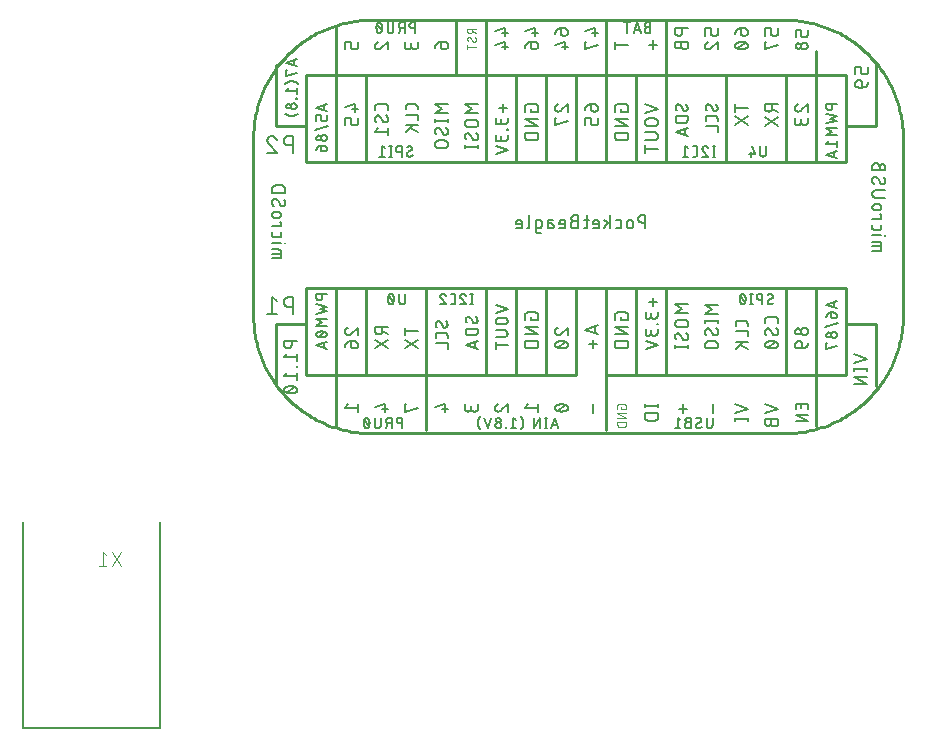
<source format=gbr>
G04 EAGLE Gerber RS-274X export*
G75*
%MOMM*%
%FSLAX34Y34*%
%LPD*%
%INSilkscreen Bottom*%
%IPPOS*%
%AMOC8*
5,1,8,0,0,1.08239X$1,22.5*%
G01*
%ADD10C,0.254000*%
%ADD11C,0.152400*%
%ADD12C,0.127000*%
%ADD13C,0.101600*%
%ADD14C,0.203200*%


D10*
X1037170Y717030D02*
X1387170Y717030D01*
X1389586Y717001D01*
X1392001Y716913D01*
X1394413Y716767D01*
X1396821Y716563D01*
X1399224Y716301D01*
X1401619Y715981D01*
X1404006Y715603D01*
X1406383Y715167D01*
X1408748Y714674D01*
X1411102Y714124D01*
X1413441Y713518D01*
X1415765Y712855D01*
X1418072Y712136D01*
X1420361Y711361D01*
X1422630Y710532D01*
X1424879Y709647D01*
X1427106Y708709D01*
X1429310Y707717D01*
X1431489Y706673D01*
X1433642Y705576D01*
X1435768Y704427D01*
X1437866Y703227D01*
X1439934Y701977D01*
X1441971Y700677D01*
X1443976Y699328D01*
X1445949Y697932D01*
X1447886Y696488D01*
X1449789Y694997D01*
X1451654Y693462D01*
X1453482Y691881D01*
X1455272Y690257D01*
X1457021Y688590D01*
X1458730Y686881D01*
X1460397Y685132D01*
X1462021Y683342D01*
X1463602Y681514D01*
X1465137Y679649D01*
X1466628Y677746D01*
X1468072Y675809D01*
X1469468Y673836D01*
X1470817Y671831D01*
X1472117Y669794D01*
X1473367Y667726D01*
X1474567Y665628D01*
X1475716Y663502D01*
X1476813Y661349D01*
X1477857Y659170D01*
X1478849Y656966D01*
X1479787Y654739D01*
X1480672Y652490D01*
X1481501Y650221D01*
X1482276Y647932D01*
X1482995Y645625D01*
X1483658Y643301D01*
X1484264Y640962D01*
X1484814Y638608D01*
X1485307Y636243D01*
X1485743Y633866D01*
X1486121Y631479D01*
X1486441Y629084D01*
X1486703Y626681D01*
X1486907Y624273D01*
X1487053Y621861D01*
X1487141Y619446D01*
X1487170Y617030D01*
X1487170Y467030D01*
X1487141Y464614D01*
X1487053Y462199D01*
X1486907Y459787D01*
X1486703Y457379D01*
X1486441Y454976D01*
X1486121Y452581D01*
X1485743Y450194D01*
X1485307Y447817D01*
X1484814Y445452D01*
X1484264Y443098D01*
X1483658Y440759D01*
X1482995Y438435D01*
X1482276Y436128D01*
X1481501Y433839D01*
X1480672Y431570D01*
X1479787Y429321D01*
X1478849Y427094D01*
X1477857Y424890D01*
X1476813Y422711D01*
X1475716Y420558D01*
X1474567Y418432D01*
X1473367Y416334D01*
X1472117Y414266D01*
X1470817Y412229D01*
X1469468Y410224D01*
X1468072Y408251D01*
X1466628Y406314D01*
X1465137Y404411D01*
X1463602Y402546D01*
X1462021Y400718D01*
X1460397Y398928D01*
X1458730Y397179D01*
X1457021Y395470D01*
X1455272Y393803D01*
X1453482Y392179D01*
X1451654Y390598D01*
X1449789Y389063D01*
X1447886Y387572D01*
X1445949Y386128D01*
X1443976Y384732D01*
X1441971Y383383D01*
X1439934Y382083D01*
X1437866Y380833D01*
X1435768Y379633D01*
X1433642Y378484D01*
X1431489Y377387D01*
X1429310Y376343D01*
X1427106Y375351D01*
X1424879Y374413D01*
X1422630Y373528D01*
X1420361Y372699D01*
X1418072Y371924D01*
X1415765Y371205D01*
X1413441Y370542D01*
X1411102Y369936D01*
X1408748Y369386D01*
X1406383Y368893D01*
X1404006Y368457D01*
X1401619Y368079D01*
X1399224Y367759D01*
X1396821Y367497D01*
X1394413Y367293D01*
X1392001Y367147D01*
X1389586Y367059D01*
X1387170Y367030D01*
X1037170Y367030D01*
X1034754Y367059D01*
X1032339Y367147D01*
X1029927Y367293D01*
X1027519Y367497D01*
X1025116Y367759D01*
X1022721Y368079D01*
X1020334Y368457D01*
X1017957Y368893D01*
X1015592Y369386D01*
X1013238Y369936D01*
X1010899Y370542D01*
X1008575Y371205D01*
X1006268Y371924D01*
X1003979Y372699D01*
X1001710Y373528D01*
X999461Y374413D01*
X997234Y375351D01*
X995030Y376343D01*
X992851Y377387D01*
X990698Y378484D01*
X988572Y379633D01*
X986474Y380833D01*
X984406Y382083D01*
X982369Y383383D01*
X980364Y384732D01*
X978391Y386128D01*
X976454Y387572D01*
X974551Y389063D01*
X972686Y390598D01*
X970858Y392179D01*
X969068Y393803D01*
X967319Y395470D01*
X965610Y397179D01*
X963943Y398928D01*
X962319Y400718D01*
X960738Y402546D01*
X959203Y404411D01*
X957712Y406314D01*
X956268Y408251D01*
X954872Y410224D01*
X953523Y412229D01*
X952223Y414266D01*
X950973Y416334D01*
X949773Y418432D01*
X948624Y420558D01*
X947527Y422711D01*
X946483Y424890D01*
X945491Y427094D01*
X944553Y429321D01*
X943668Y431570D01*
X942839Y433839D01*
X942064Y436128D01*
X941345Y438435D01*
X940682Y440759D01*
X940076Y443098D01*
X939526Y445452D01*
X939033Y447817D01*
X938597Y450194D01*
X938219Y452581D01*
X937899Y454976D01*
X937637Y457379D01*
X937433Y459787D01*
X937287Y462199D01*
X937199Y464614D01*
X937170Y467030D01*
X937170Y617030D01*
X937199Y619446D01*
X937287Y621861D01*
X937433Y624273D01*
X937637Y626681D01*
X937899Y629084D01*
X938219Y631479D01*
X938597Y633866D01*
X939033Y636243D01*
X939526Y638608D01*
X940076Y640962D01*
X940682Y643301D01*
X941345Y645625D01*
X942064Y647932D01*
X942839Y650221D01*
X943668Y652490D01*
X944553Y654739D01*
X945491Y656966D01*
X946483Y659170D01*
X947527Y661349D01*
X948624Y663502D01*
X949773Y665628D01*
X950973Y667726D01*
X952223Y669794D01*
X953523Y671831D01*
X954872Y673836D01*
X956268Y675809D01*
X957712Y677746D01*
X959203Y679649D01*
X960738Y681514D01*
X962319Y683342D01*
X963943Y685132D01*
X965610Y686881D01*
X967319Y688590D01*
X969068Y690257D01*
X970858Y691881D01*
X972686Y693462D01*
X974551Y694997D01*
X976454Y696488D01*
X978391Y697932D01*
X980364Y699328D01*
X982369Y700677D01*
X984406Y701977D01*
X986474Y703227D01*
X988572Y704427D01*
X990698Y705576D01*
X992851Y706673D01*
X995030Y707717D01*
X997234Y708709D01*
X999461Y709647D01*
X1001710Y710532D01*
X1003979Y711361D01*
X1006268Y712136D01*
X1008575Y712855D01*
X1010899Y713518D01*
X1013238Y714124D01*
X1015592Y714674D01*
X1017957Y715167D01*
X1020334Y715603D01*
X1022721Y715981D01*
X1025116Y716301D01*
X1027519Y716563D01*
X1029927Y716767D01*
X1032339Y716913D01*
X1034754Y717001D01*
X1037170Y717030D01*
D11*
X1269238Y551688D02*
X1269238Y540512D01*
X1269238Y551688D02*
X1266134Y551688D01*
X1266023Y551686D01*
X1265913Y551680D01*
X1265802Y551670D01*
X1265692Y551656D01*
X1265583Y551639D01*
X1265474Y551617D01*
X1265366Y551592D01*
X1265260Y551562D01*
X1265154Y551529D01*
X1265049Y551492D01*
X1264946Y551452D01*
X1264845Y551407D01*
X1264745Y551360D01*
X1264646Y551308D01*
X1264550Y551253D01*
X1264456Y551195D01*
X1264364Y551134D01*
X1264274Y551069D01*
X1264186Y551001D01*
X1264101Y550930D01*
X1264019Y550856D01*
X1263939Y550779D01*
X1263862Y550699D01*
X1263788Y550617D01*
X1263717Y550532D01*
X1263649Y550444D01*
X1263584Y550354D01*
X1263523Y550262D01*
X1263465Y550168D01*
X1263410Y550072D01*
X1263358Y549973D01*
X1263311Y549873D01*
X1263266Y549772D01*
X1263226Y549669D01*
X1263189Y549564D01*
X1263156Y549458D01*
X1263126Y549352D01*
X1263101Y549244D01*
X1263079Y549135D01*
X1263062Y549026D01*
X1263048Y548916D01*
X1263038Y548805D01*
X1263032Y548695D01*
X1263030Y548584D01*
X1263032Y548473D01*
X1263038Y548363D01*
X1263048Y548252D01*
X1263062Y548142D01*
X1263079Y548033D01*
X1263101Y547924D01*
X1263126Y547816D01*
X1263156Y547710D01*
X1263189Y547604D01*
X1263226Y547499D01*
X1263266Y547396D01*
X1263311Y547295D01*
X1263358Y547195D01*
X1263410Y547096D01*
X1263465Y547000D01*
X1263523Y546906D01*
X1263584Y546814D01*
X1263649Y546724D01*
X1263717Y546636D01*
X1263788Y546551D01*
X1263862Y546469D01*
X1263939Y546389D01*
X1264019Y546312D01*
X1264101Y546238D01*
X1264186Y546167D01*
X1264274Y546099D01*
X1264364Y546034D01*
X1264456Y545973D01*
X1264550Y545915D01*
X1264646Y545860D01*
X1264745Y545808D01*
X1264845Y545761D01*
X1264946Y545716D01*
X1265049Y545676D01*
X1265154Y545639D01*
X1265260Y545606D01*
X1265366Y545576D01*
X1265474Y545551D01*
X1265583Y545529D01*
X1265692Y545512D01*
X1265802Y545498D01*
X1265913Y545488D01*
X1266023Y545482D01*
X1266134Y545480D01*
X1266134Y545479D02*
X1269238Y545479D01*
X1258542Y545479D02*
X1258542Y542996D01*
X1258542Y545479D02*
X1258540Y545578D01*
X1258534Y545676D01*
X1258524Y545775D01*
X1258511Y545872D01*
X1258493Y545970D01*
X1258472Y546066D01*
X1258446Y546162D01*
X1258417Y546256D01*
X1258385Y546349D01*
X1258348Y546441D01*
X1258308Y546531D01*
X1258264Y546620D01*
X1258217Y546707D01*
X1258167Y546792D01*
X1258113Y546874D01*
X1258056Y546955D01*
X1257996Y547033D01*
X1257932Y547109D01*
X1257866Y547182D01*
X1257797Y547253D01*
X1257725Y547321D01*
X1257650Y547385D01*
X1257573Y547447D01*
X1257494Y547506D01*
X1257412Y547561D01*
X1257328Y547614D01*
X1257243Y547662D01*
X1257155Y547708D01*
X1257065Y547750D01*
X1256974Y547788D01*
X1256882Y547822D01*
X1256788Y547853D01*
X1256693Y547880D01*
X1256597Y547904D01*
X1256500Y547923D01*
X1256403Y547939D01*
X1256305Y547951D01*
X1256206Y547959D01*
X1256107Y547963D01*
X1256009Y547963D01*
X1255910Y547959D01*
X1255811Y547951D01*
X1255713Y547939D01*
X1255616Y547923D01*
X1255519Y547904D01*
X1255423Y547880D01*
X1255328Y547853D01*
X1255234Y547822D01*
X1255142Y547788D01*
X1255051Y547750D01*
X1254961Y547708D01*
X1254873Y547662D01*
X1254788Y547614D01*
X1254704Y547561D01*
X1254622Y547506D01*
X1254543Y547447D01*
X1254466Y547385D01*
X1254391Y547321D01*
X1254319Y547253D01*
X1254250Y547182D01*
X1254184Y547109D01*
X1254120Y547033D01*
X1254060Y546955D01*
X1254003Y546874D01*
X1253949Y546792D01*
X1253899Y546707D01*
X1253852Y546620D01*
X1253808Y546531D01*
X1253768Y546441D01*
X1253731Y546349D01*
X1253699Y546256D01*
X1253670Y546162D01*
X1253644Y546066D01*
X1253623Y545970D01*
X1253605Y545872D01*
X1253592Y545775D01*
X1253582Y545676D01*
X1253576Y545578D01*
X1253574Y545479D01*
X1253575Y545479D02*
X1253575Y542996D01*
X1253574Y542996D02*
X1253576Y542897D01*
X1253582Y542799D01*
X1253592Y542700D01*
X1253605Y542603D01*
X1253623Y542505D01*
X1253644Y542409D01*
X1253670Y542313D01*
X1253699Y542219D01*
X1253731Y542126D01*
X1253768Y542034D01*
X1253808Y541944D01*
X1253852Y541855D01*
X1253899Y541768D01*
X1253949Y541683D01*
X1254003Y541601D01*
X1254060Y541520D01*
X1254120Y541442D01*
X1254184Y541366D01*
X1254250Y541293D01*
X1254319Y541222D01*
X1254391Y541154D01*
X1254466Y541090D01*
X1254543Y541028D01*
X1254622Y540969D01*
X1254704Y540914D01*
X1254788Y540861D01*
X1254873Y540813D01*
X1254961Y540767D01*
X1255051Y540725D01*
X1255142Y540687D01*
X1255234Y540653D01*
X1255328Y540622D01*
X1255423Y540595D01*
X1255519Y540571D01*
X1255616Y540552D01*
X1255713Y540536D01*
X1255811Y540524D01*
X1255910Y540516D01*
X1256009Y540512D01*
X1256107Y540512D01*
X1256206Y540516D01*
X1256305Y540524D01*
X1256403Y540536D01*
X1256500Y540552D01*
X1256597Y540571D01*
X1256693Y540595D01*
X1256788Y540622D01*
X1256882Y540653D01*
X1256974Y540687D01*
X1257065Y540725D01*
X1257155Y540767D01*
X1257243Y540813D01*
X1257328Y540861D01*
X1257412Y540914D01*
X1257494Y540969D01*
X1257573Y541028D01*
X1257650Y541090D01*
X1257725Y541154D01*
X1257797Y541222D01*
X1257866Y541293D01*
X1257932Y541366D01*
X1257996Y541442D01*
X1258056Y541520D01*
X1258113Y541601D01*
X1258167Y541683D01*
X1258217Y541768D01*
X1258264Y541855D01*
X1258308Y541944D01*
X1258348Y542034D01*
X1258385Y542126D01*
X1258417Y542219D01*
X1258446Y542313D01*
X1258472Y542409D01*
X1258493Y542505D01*
X1258511Y542603D01*
X1258524Y542700D01*
X1258534Y542799D01*
X1258540Y542897D01*
X1258542Y542996D01*
X1246757Y540512D02*
X1244273Y540512D01*
X1246757Y540512D02*
X1246841Y540514D01*
X1246924Y540520D01*
X1247007Y540529D01*
X1247090Y540542D01*
X1247172Y540559D01*
X1247253Y540579D01*
X1247333Y540603D01*
X1247412Y540631D01*
X1247489Y540662D01*
X1247565Y540696D01*
X1247640Y540734D01*
X1247713Y540776D01*
X1247783Y540820D01*
X1247852Y540868D01*
X1247919Y540918D01*
X1247983Y540972D01*
X1248044Y541028D01*
X1248104Y541088D01*
X1248160Y541149D01*
X1248214Y541213D01*
X1248264Y541280D01*
X1248312Y541349D01*
X1248356Y541419D01*
X1248398Y541492D01*
X1248436Y541567D01*
X1248470Y541643D01*
X1248501Y541720D01*
X1248529Y541799D01*
X1248553Y541879D01*
X1248573Y541960D01*
X1248590Y542042D01*
X1248603Y542125D01*
X1248613Y542208D01*
X1248618Y542291D01*
X1248620Y542375D01*
X1248619Y542375D02*
X1248619Y546100D01*
X1248620Y546100D02*
X1248618Y546184D01*
X1248613Y546267D01*
X1248603Y546350D01*
X1248590Y546433D01*
X1248573Y546515D01*
X1248553Y546596D01*
X1248529Y546676D01*
X1248501Y546755D01*
X1248470Y546832D01*
X1248436Y546908D01*
X1248398Y546983D01*
X1248356Y547056D01*
X1248312Y547126D01*
X1248264Y547195D01*
X1248214Y547262D01*
X1248160Y547326D01*
X1248104Y547387D01*
X1248044Y547447D01*
X1247983Y547503D01*
X1247919Y547557D01*
X1247852Y547607D01*
X1247783Y547655D01*
X1247713Y547699D01*
X1247640Y547741D01*
X1247565Y547779D01*
X1247489Y547813D01*
X1247412Y547844D01*
X1247333Y547872D01*
X1247253Y547896D01*
X1247172Y547916D01*
X1247090Y547933D01*
X1247007Y547946D01*
X1246924Y547956D01*
X1246841Y547961D01*
X1246757Y547963D01*
X1244273Y547963D01*
X1239323Y551688D02*
X1239323Y540512D01*
X1239323Y544237D02*
X1234355Y547963D01*
X1237149Y545790D02*
X1234355Y540512D01*
X1228104Y540512D02*
X1225000Y540512D01*
X1228104Y540512D02*
X1228188Y540514D01*
X1228271Y540520D01*
X1228354Y540529D01*
X1228437Y540542D01*
X1228519Y540559D01*
X1228600Y540579D01*
X1228680Y540603D01*
X1228759Y540631D01*
X1228836Y540662D01*
X1228912Y540696D01*
X1228987Y540734D01*
X1229060Y540776D01*
X1229130Y540820D01*
X1229199Y540868D01*
X1229266Y540918D01*
X1229330Y540972D01*
X1229391Y541028D01*
X1229451Y541088D01*
X1229507Y541149D01*
X1229561Y541213D01*
X1229611Y541280D01*
X1229659Y541349D01*
X1229703Y541419D01*
X1229745Y541492D01*
X1229783Y541567D01*
X1229817Y541643D01*
X1229848Y541720D01*
X1229876Y541799D01*
X1229900Y541879D01*
X1229920Y541960D01*
X1229937Y542042D01*
X1229950Y542125D01*
X1229960Y542208D01*
X1229965Y542291D01*
X1229967Y542375D01*
X1229967Y545479D01*
X1229965Y545578D01*
X1229959Y545676D01*
X1229949Y545775D01*
X1229936Y545872D01*
X1229918Y545970D01*
X1229897Y546066D01*
X1229871Y546162D01*
X1229842Y546256D01*
X1229810Y546349D01*
X1229773Y546441D01*
X1229733Y546531D01*
X1229689Y546620D01*
X1229642Y546707D01*
X1229592Y546792D01*
X1229538Y546874D01*
X1229481Y546955D01*
X1229421Y547033D01*
X1229357Y547109D01*
X1229291Y547182D01*
X1229222Y547253D01*
X1229150Y547321D01*
X1229075Y547385D01*
X1228998Y547447D01*
X1228919Y547506D01*
X1228837Y547561D01*
X1228753Y547614D01*
X1228668Y547662D01*
X1228580Y547708D01*
X1228490Y547750D01*
X1228399Y547788D01*
X1228307Y547822D01*
X1228213Y547853D01*
X1228118Y547880D01*
X1228022Y547904D01*
X1227925Y547923D01*
X1227828Y547939D01*
X1227730Y547951D01*
X1227631Y547959D01*
X1227532Y547963D01*
X1227434Y547963D01*
X1227335Y547959D01*
X1227236Y547951D01*
X1227138Y547939D01*
X1227041Y547923D01*
X1226944Y547904D01*
X1226848Y547880D01*
X1226753Y547853D01*
X1226659Y547822D01*
X1226567Y547788D01*
X1226476Y547750D01*
X1226386Y547708D01*
X1226298Y547662D01*
X1226213Y547614D01*
X1226129Y547561D01*
X1226047Y547506D01*
X1225968Y547447D01*
X1225891Y547385D01*
X1225816Y547321D01*
X1225744Y547253D01*
X1225675Y547182D01*
X1225609Y547109D01*
X1225545Y547033D01*
X1225485Y546955D01*
X1225428Y546874D01*
X1225374Y546792D01*
X1225324Y546707D01*
X1225277Y546620D01*
X1225233Y546531D01*
X1225193Y546441D01*
X1225156Y546349D01*
X1225124Y546256D01*
X1225095Y546162D01*
X1225069Y546066D01*
X1225048Y545970D01*
X1225030Y545872D01*
X1225017Y545775D01*
X1225007Y545676D01*
X1225001Y545578D01*
X1224999Y545479D01*
X1225000Y545479D02*
X1225000Y544237D01*
X1229967Y544237D01*
X1221080Y547963D02*
X1217354Y547963D01*
X1219838Y551688D02*
X1219838Y542375D01*
X1219836Y542291D01*
X1219830Y542208D01*
X1219821Y542125D01*
X1219808Y542042D01*
X1219791Y541960D01*
X1219771Y541879D01*
X1219747Y541799D01*
X1219719Y541720D01*
X1219688Y541643D01*
X1219654Y541567D01*
X1219616Y541492D01*
X1219574Y541419D01*
X1219530Y541349D01*
X1219482Y541280D01*
X1219432Y541213D01*
X1219378Y541149D01*
X1219322Y541088D01*
X1219262Y541028D01*
X1219201Y540972D01*
X1219137Y540918D01*
X1219070Y540868D01*
X1219001Y540820D01*
X1218931Y540776D01*
X1218858Y540734D01*
X1218783Y540696D01*
X1218707Y540662D01*
X1218630Y540631D01*
X1218551Y540603D01*
X1218471Y540579D01*
X1218390Y540559D01*
X1218308Y540542D01*
X1218225Y540529D01*
X1218142Y540519D01*
X1218059Y540514D01*
X1217975Y540512D01*
X1217354Y540512D01*
X1212088Y546721D02*
X1208984Y546721D01*
X1208984Y546720D02*
X1208873Y546718D01*
X1208763Y546712D01*
X1208652Y546702D01*
X1208542Y546688D01*
X1208433Y546671D01*
X1208324Y546649D01*
X1208216Y546624D01*
X1208110Y546594D01*
X1208004Y546561D01*
X1207899Y546524D01*
X1207796Y546484D01*
X1207695Y546439D01*
X1207595Y546392D01*
X1207496Y546340D01*
X1207400Y546285D01*
X1207306Y546227D01*
X1207214Y546166D01*
X1207124Y546101D01*
X1207036Y546033D01*
X1206951Y545962D01*
X1206869Y545888D01*
X1206789Y545811D01*
X1206712Y545731D01*
X1206638Y545649D01*
X1206567Y545564D01*
X1206499Y545476D01*
X1206434Y545386D01*
X1206373Y545294D01*
X1206315Y545200D01*
X1206260Y545104D01*
X1206208Y545005D01*
X1206161Y544905D01*
X1206116Y544804D01*
X1206076Y544701D01*
X1206039Y544596D01*
X1206006Y544490D01*
X1205976Y544384D01*
X1205951Y544276D01*
X1205929Y544167D01*
X1205912Y544058D01*
X1205898Y543948D01*
X1205888Y543837D01*
X1205882Y543727D01*
X1205880Y543616D01*
X1205882Y543505D01*
X1205888Y543395D01*
X1205898Y543284D01*
X1205912Y543174D01*
X1205929Y543065D01*
X1205951Y542956D01*
X1205976Y542848D01*
X1206006Y542742D01*
X1206039Y542636D01*
X1206076Y542531D01*
X1206116Y542428D01*
X1206161Y542327D01*
X1206208Y542227D01*
X1206260Y542128D01*
X1206315Y542032D01*
X1206373Y541938D01*
X1206434Y541846D01*
X1206499Y541756D01*
X1206567Y541668D01*
X1206638Y541583D01*
X1206712Y541501D01*
X1206789Y541421D01*
X1206869Y541344D01*
X1206951Y541270D01*
X1207036Y541199D01*
X1207124Y541131D01*
X1207214Y541066D01*
X1207306Y541005D01*
X1207400Y540947D01*
X1207496Y540892D01*
X1207595Y540840D01*
X1207695Y540793D01*
X1207796Y540748D01*
X1207899Y540708D01*
X1208004Y540671D01*
X1208110Y540638D01*
X1208216Y540608D01*
X1208324Y540583D01*
X1208433Y540561D01*
X1208542Y540544D01*
X1208652Y540530D01*
X1208763Y540520D01*
X1208873Y540514D01*
X1208984Y540512D01*
X1212088Y540512D01*
X1212088Y551688D01*
X1208984Y551688D01*
X1208885Y551686D01*
X1208787Y551680D01*
X1208688Y551670D01*
X1208591Y551657D01*
X1208493Y551639D01*
X1208397Y551618D01*
X1208301Y551592D01*
X1208207Y551563D01*
X1208114Y551531D01*
X1208022Y551494D01*
X1207932Y551454D01*
X1207843Y551410D01*
X1207756Y551363D01*
X1207671Y551313D01*
X1207589Y551259D01*
X1207508Y551202D01*
X1207430Y551142D01*
X1207354Y551078D01*
X1207281Y551012D01*
X1207210Y550943D01*
X1207142Y550871D01*
X1207078Y550796D01*
X1207016Y550719D01*
X1206957Y550640D01*
X1206902Y550558D01*
X1206849Y550474D01*
X1206801Y550389D01*
X1206755Y550301D01*
X1206713Y550211D01*
X1206675Y550120D01*
X1206641Y550028D01*
X1206610Y549934D01*
X1206583Y549839D01*
X1206559Y549743D01*
X1206540Y549646D01*
X1206524Y549549D01*
X1206512Y549451D01*
X1206504Y549352D01*
X1206500Y549253D01*
X1206500Y549155D01*
X1206504Y549056D01*
X1206512Y548957D01*
X1206524Y548859D01*
X1206540Y548762D01*
X1206559Y548665D01*
X1206583Y548569D01*
X1206610Y548474D01*
X1206641Y548380D01*
X1206675Y548288D01*
X1206713Y548197D01*
X1206755Y548107D01*
X1206801Y548019D01*
X1206849Y547934D01*
X1206902Y547850D01*
X1206957Y547768D01*
X1207016Y547689D01*
X1207078Y547612D01*
X1207142Y547537D01*
X1207210Y547465D01*
X1207281Y547396D01*
X1207354Y547330D01*
X1207430Y547266D01*
X1207508Y547206D01*
X1207589Y547149D01*
X1207671Y547095D01*
X1207756Y547045D01*
X1207843Y546998D01*
X1207932Y546954D01*
X1208022Y546914D01*
X1208114Y546877D01*
X1208207Y546845D01*
X1208301Y546816D01*
X1208397Y546790D01*
X1208493Y546769D01*
X1208591Y546751D01*
X1208688Y546738D01*
X1208787Y546728D01*
X1208885Y546722D01*
X1208984Y546720D01*
X1199529Y540512D02*
X1196425Y540512D01*
X1199529Y540512D02*
X1199613Y540514D01*
X1199696Y540520D01*
X1199779Y540529D01*
X1199862Y540542D01*
X1199944Y540559D01*
X1200025Y540579D01*
X1200105Y540603D01*
X1200184Y540631D01*
X1200261Y540662D01*
X1200337Y540696D01*
X1200412Y540734D01*
X1200485Y540776D01*
X1200555Y540820D01*
X1200624Y540868D01*
X1200691Y540918D01*
X1200755Y540972D01*
X1200816Y541028D01*
X1200876Y541088D01*
X1200932Y541149D01*
X1200986Y541213D01*
X1201036Y541280D01*
X1201084Y541349D01*
X1201128Y541419D01*
X1201170Y541492D01*
X1201208Y541567D01*
X1201242Y541643D01*
X1201273Y541720D01*
X1201301Y541799D01*
X1201325Y541879D01*
X1201345Y541960D01*
X1201362Y542042D01*
X1201375Y542125D01*
X1201385Y542208D01*
X1201390Y542291D01*
X1201392Y542375D01*
X1201392Y545479D01*
X1201390Y545578D01*
X1201384Y545676D01*
X1201374Y545775D01*
X1201361Y545872D01*
X1201343Y545970D01*
X1201322Y546066D01*
X1201296Y546162D01*
X1201267Y546256D01*
X1201235Y546349D01*
X1201198Y546441D01*
X1201158Y546531D01*
X1201114Y546620D01*
X1201067Y546707D01*
X1201017Y546792D01*
X1200963Y546874D01*
X1200906Y546955D01*
X1200846Y547033D01*
X1200782Y547109D01*
X1200716Y547182D01*
X1200647Y547253D01*
X1200575Y547321D01*
X1200500Y547385D01*
X1200423Y547447D01*
X1200344Y547506D01*
X1200262Y547561D01*
X1200178Y547614D01*
X1200093Y547662D01*
X1200005Y547708D01*
X1199915Y547750D01*
X1199824Y547788D01*
X1199732Y547822D01*
X1199638Y547853D01*
X1199543Y547880D01*
X1199447Y547904D01*
X1199350Y547923D01*
X1199253Y547939D01*
X1199155Y547951D01*
X1199056Y547959D01*
X1198957Y547963D01*
X1198859Y547963D01*
X1198760Y547959D01*
X1198661Y547951D01*
X1198563Y547939D01*
X1198466Y547923D01*
X1198369Y547904D01*
X1198273Y547880D01*
X1198178Y547853D01*
X1198084Y547822D01*
X1197992Y547788D01*
X1197901Y547750D01*
X1197811Y547708D01*
X1197723Y547662D01*
X1197638Y547614D01*
X1197554Y547561D01*
X1197472Y547506D01*
X1197393Y547447D01*
X1197316Y547385D01*
X1197241Y547321D01*
X1197169Y547253D01*
X1197100Y547182D01*
X1197034Y547109D01*
X1196970Y547033D01*
X1196910Y546955D01*
X1196853Y546874D01*
X1196799Y546792D01*
X1196749Y546707D01*
X1196702Y546620D01*
X1196658Y546531D01*
X1196618Y546441D01*
X1196581Y546349D01*
X1196549Y546256D01*
X1196520Y546162D01*
X1196494Y546066D01*
X1196473Y545970D01*
X1196455Y545872D01*
X1196442Y545775D01*
X1196432Y545676D01*
X1196426Y545578D01*
X1196424Y545479D01*
X1196425Y545479D02*
X1196425Y544237D01*
X1201392Y544237D01*
X1189387Y544858D02*
X1186593Y544858D01*
X1189387Y544858D02*
X1189479Y544856D01*
X1189571Y544850D01*
X1189663Y544840D01*
X1189754Y544827D01*
X1189845Y544809D01*
X1189935Y544788D01*
X1190023Y544763D01*
X1190111Y544734D01*
X1190197Y544701D01*
X1190282Y544665D01*
X1190365Y544625D01*
X1190447Y544582D01*
X1190526Y544535D01*
X1190604Y544485D01*
X1190679Y544432D01*
X1190752Y544376D01*
X1190823Y544316D01*
X1190891Y544254D01*
X1190956Y544189D01*
X1191018Y544121D01*
X1191078Y544050D01*
X1191134Y543977D01*
X1191187Y543902D01*
X1191237Y543824D01*
X1191284Y543745D01*
X1191327Y543663D01*
X1191367Y543580D01*
X1191403Y543495D01*
X1191436Y543409D01*
X1191465Y543321D01*
X1191490Y543233D01*
X1191511Y543143D01*
X1191529Y543052D01*
X1191542Y542961D01*
X1191552Y542869D01*
X1191558Y542777D01*
X1191560Y542685D01*
X1191558Y542593D01*
X1191552Y542501D01*
X1191542Y542409D01*
X1191529Y542318D01*
X1191511Y542227D01*
X1191490Y542137D01*
X1191465Y542049D01*
X1191436Y541961D01*
X1191403Y541875D01*
X1191367Y541790D01*
X1191327Y541707D01*
X1191284Y541625D01*
X1191237Y541546D01*
X1191187Y541468D01*
X1191134Y541393D01*
X1191078Y541320D01*
X1191018Y541249D01*
X1190956Y541181D01*
X1190891Y541116D01*
X1190823Y541054D01*
X1190752Y540994D01*
X1190679Y540938D01*
X1190604Y540885D01*
X1190526Y540835D01*
X1190447Y540788D01*
X1190365Y540745D01*
X1190282Y540705D01*
X1190197Y540669D01*
X1190111Y540636D01*
X1190023Y540607D01*
X1189935Y540582D01*
X1189845Y540561D01*
X1189754Y540543D01*
X1189663Y540530D01*
X1189571Y540520D01*
X1189479Y540514D01*
X1189387Y540512D01*
X1186593Y540512D01*
X1186593Y546100D01*
X1186592Y546100D02*
X1186594Y546184D01*
X1186600Y546267D01*
X1186609Y546350D01*
X1186622Y546433D01*
X1186639Y546515D01*
X1186659Y546596D01*
X1186683Y546676D01*
X1186711Y546755D01*
X1186742Y546832D01*
X1186776Y546908D01*
X1186814Y546983D01*
X1186856Y547056D01*
X1186900Y547126D01*
X1186948Y547195D01*
X1186998Y547262D01*
X1187052Y547326D01*
X1187108Y547387D01*
X1187168Y547447D01*
X1187229Y547503D01*
X1187293Y547557D01*
X1187360Y547607D01*
X1187429Y547655D01*
X1187499Y547699D01*
X1187572Y547741D01*
X1187647Y547779D01*
X1187723Y547813D01*
X1187800Y547844D01*
X1187879Y547872D01*
X1187959Y547896D01*
X1188040Y547916D01*
X1188122Y547933D01*
X1188205Y547946D01*
X1188288Y547956D01*
X1188371Y547961D01*
X1188455Y547963D01*
X1190939Y547963D01*
X1179410Y540512D02*
X1176306Y540512D01*
X1179410Y540512D02*
X1179494Y540514D01*
X1179577Y540520D01*
X1179660Y540529D01*
X1179743Y540542D01*
X1179825Y540559D01*
X1179906Y540579D01*
X1179986Y540603D01*
X1180065Y540631D01*
X1180142Y540662D01*
X1180218Y540696D01*
X1180293Y540734D01*
X1180366Y540776D01*
X1180436Y540820D01*
X1180505Y540868D01*
X1180572Y540918D01*
X1180636Y540972D01*
X1180697Y541028D01*
X1180757Y541088D01*
X1180813Y541149D01*
X1180867Y541213D01*
X1180917Y541280D01*
X1180965Y541349D01*
X1181009Y541419D01*
X1181051Y541492D01*
X1181089Y541567D01*
X1181123Y541643D01*
X1181154Y541720D01*
X1181182Y541799D01*
X1181206Y541879D01*
X1181226Y541960D01*
X1181243Y542042D01*
X1181256Y542125D01*
X1181266Y542208D01*
X1181271Y542291D01*
X1181273Y542375D01*
X1181273Y546100D01*
X1181271Y546184D01*
X1181266Y546267D01*
X1181256Y546350D01*
X1181243Y546433D01*
X1181226Y546515D01*
X1181206Y546596D01*
X1181182Y546676D01*
X1181154Y546755D01*
X1181123Y546832D01*
X1181089Y546908D01*
X1181051Y546983D01*
X1181009Y547056D01*
X1180965Y547126D01*
X1180917Y547195D01*
X1180867Y547262D01*
X1180813Y547326D01*
X1180757Y547387D01*
X1180697Y547447D01*
X1180636Y547503D01*
X1180572Y547557D01*
X1180505Y547607D01*
X1180436Y547655D01*
X1180366Y547699D01*
X1180293Y547741D01*
X1180218Y547779D01*
X1180142Y547813D01*
X1180065Y547844D01*
X1179986Y547872D01*
X1179906Y547896D01*
X1179825Y547916D01*
X1179743Y547933D01*
X1179660Y547946D01*
X1179577Y547956D01*
X1179494Y547961D01*
X1179410Y547963D01*
X1176306Y547963D01*
X1176306Y538649D01*
X1176305Y538649D02*
X1176307Y538565D01*
X1176312Y538482D01*
X1176322Y538399D01*
X1176335Y538316D01*
X1176352Y538234D01*
X1176372Y538153D01*
X1176396Y538073D01*
X1176424Y537994D01*
X1176455Y537917D01*
X1176489Y537841D01*
X1176527Y537766D01*
X1176569Y537693D01*
X1176613Y537623D01*
X1176661Y537554D01*
X1176711Y537487D01*
X1176765Y537423D01*
X1176821Y537362D01*
X1176881Y537302D01*
X1176942Y537246D01*
X1177006Y537192D01*
X1177073Y537142D01*
X1177142Y537094D01*
X1177212Y537050D01*
X1177285Y537008D01*
X1177360Y536970D01*
X1177436Y536936D01*
X1177513Y536905D01*
X1177592Y536877D01*
X1177672Y536853D01*
X1177753Y536833D01*
X1177835Y536816D01*
X1177918Y536803D01*
X1178001Y536793D01*
X1178084Y536788D01*
X1178168Y536786D01*
X1178168Y536787D02*
X1180652Y536787D01*
X1170820Y542375D02*
X1170820Y551688D01*
X1170821Y542375D02*
X1170819Y542289D01*
X1170813Y542203D01*
X1170803Y542118D01*
X1170789Y542033D01*
X1170772Y541948D01*
X1170750Y541865D01*
X1170724Y541783D01*
X1170695Y541702D01*
X1170662Y541623D01*
X1170626Y541545D01*
X1170586Y541468D01*
X1170542Y541394D01*
X1170495Y541322D01*
X1170445Y541252D01*
X1170391Y541185D01*
X1170335Y541120D01*
X1170275Y541058D01*
X1170213Y540998D01*
X1170148Y540942D01*
X1170081Y540888D01*
X1170011Y540838D01*
X1169939Y540791D01*
X1169865Y540747D01*
X1169788Y540707D01*
X1169711Y540671D01*
X1169631Y540638D01*
X1169550Y540609D01*
X1169468Y540583D01*
X1169385Y540561D01*
X1169300Y540544D01*
X1169215Y540530D01*
X1169130Y540520D01*
X1169044Y540514D01*
X1168958Y540512D01*
X1162953Y540512D02*
X1159849Y540512D01*
X1162953Y540512D02*
X1163037Y540514D01*
X1163120Y540520D01*
X1163203Y540529D01*
X1163286Y540542D01*
X1163368Y540559D01*
X1163449Y540579D01*
X1163529Y540603D01*
X1163608Y540631D01*
X1163685Y540662D01*
X1163761Y540696D01*
X1163836Y540734D01*
X1163909Y540776D01*
X1163979Y540820D01*
X1164048Y540868D01*
X1164115Y540918D01*
X1164179Y540972D01*
X1164240Y541028D01*
X1164300Y541088D01*
X1164356Y541149D01*
X1164410Y541213D01*
X1164460Y541280D01*
X1164508Y541349D01*
X1164552Y541419D01*
X1164594Y541492D01*
X1164632Y541567D01*
X1164666Y541643D01*
X1164697Y541720D01*
X1164725Y541799D01*
X1164749Y541879D01*
X1164769Y541960D01*
X1164786Y542042D01*
X1164799Y542125D01*
X1164809Y542208D01*
X1164814Y542291D01*
X1164816Y542375D01*
X1164816Y545479D01*
X1164817Y545479D02*
X1164815Y545578D01*
X1164809Y545676D01*
X1164799Y545775D01*
X1164786Y545872D01*
X1164768Y545970D01*
X1164747Y546066D01*
X1164721Y546162D01*
X1164692Y546256D01*
X1164660Y546349D01*
X1164623Y546441D01*
X1164583Y546531D01*
X1164539Y546620D01*
X1164492Y546707D01*
X1164442Y546792D01*
X1164388Y546874D01*
X1164331Y546955D01*
X1164271Y547033D01*
X1164207Y547109D01*
X1164141Y547182D01*
X1164072Y547253D01*
X1164000Y547321D01*
X1163925Y547385D01*
X1163848Y547447D01*
X1163769Y547506D01*
X1163687Y547561D01*
X1163603Y547614D01*
X1163518Y547662D01*
X1163430Y547708D01*
X1163340Y547750D01*
X1163249Y547788D01*
X1163157Y547822D01*
X1163063Y547853D01*
X1162968Y547880D01*
X1162872Y547904D01*
X1162775Y547923D01*
X1162678Y547939D01*
X1162580Y547951D01*
X1162481Y547959D01*
X1162382Y547963D01*
X1162284Y547963D01*
X1162185Y547959D01*
X1162086Y547951D01*
X1161988Y547939D01*
X1161891Y547923D01*
X1161794Y547904D01*
X1161698Y547880D01*
X1161603Y547853D01*
X1161509Y547822D01*
X1161417Y547788D01*
X1161326Y547750D01*
X1161236Y547708D01*
X1161148Y547662D01*
X1161063Y547614D01*
X1160979Y547561D01*
X1160897Y547506D01*
X1160818Y547447D01*
X1160741Y547385D01*
X1160666Y547321D01*
X1160594Y547253D01*
X1160525Y547182D01*
X1160459Y547109D01*
X1160395Y547033D01*
X1160335Y546955D01*
X1160278Y546874D01*
X1160224Y546792D01*
X1160174Y546707D01*
X1160127Y546620D01*
X1160083Y546531D01*
X1160043Y546441D01*
X1160006Y546349D01*
X1159974Y546256D01*
X1159945Y546162D01*
X1159919Y546066D01*
X1159898Y545970D01*
X1159880Y545872D01*
X1159867Y545775D01*
X1159857Y545676D01*
X1159851Y545578D01*
X1159849Y545479D01*
X1159849Y544237D01*
X1164816Y544237D01*
X1461262Y521751D02*
X1468713Y521751D01*
X1468713Y527339D01*
X1468711Y527423D01*
X1468706Y527506D01*
X1468696Y527589D01*
X1468683Y527672D01*
X1468666Y527754D01*
X1468646Y527835D01*
X1468622Y527915D01*
X1468594Y527994D01*
X1468563Y528071D01*
X1468529Y528147D01*
X1468491Y528222D01*
X1468449Y528295D01*
X1468405Y528365D01*
X1468357Y528434D01*
X1468307Y528501D01*
X1468253Y528565D01*
X1468197Y528626D01*
X1468137Y528686D01*
X1468076Y528742D01*
X1468012Y528796D01*
X1467945Y528846D01*
X1467876Y528894D01*
X1467806Y528938D01*
X1467733Y528980D01*
X1467658Y529018D01*
X1467582Y529052D01*
X1467505Y529083D01*
X1467426Y529111D01*
X1467346Y529135D01*
X1467265Y529155D01*
X1467183Y529172D01*
X1467100Y529185D01*
X1467017Y529195D01*
X1466934Y529200D01*
X1466850Y529202D01*
X1461262Y529202D01*
X1461262Y525477D02*
X1468713Y525477D01*
X1468713Y534621D02*
X1461262Y534621D01*
X1471817Y534310D02*
X1472438Y534310D01*
X1472438Y534931D01*
X1471817Y534931D01*
X1471817Y534310D01*
X1461262Y541255D02*
X1461262Y543739D01*
X1461262Y541255D02*
X1461264Y541171D01*
X1461269Y541088D01*
X1461279Y541005D01*
X1461292Y540922D01*
X1461309Y540840D01*
X1461329Y540759D01*
X1461353Y540679D01*
X1461381Y540600D01*
X1461412Y540523D01*
X1461446Y540447D01*
X1461484Y540372D01*
X1461526Y540299D01*
X1461570Y540229D01*
X1461618Y540160D01*
X1461668Y540093D01*
X1461722Y540029D01*
X1461778Y539968D01*
X1461838Y539908D01*
X1461899Y539852D01*
X1461963Y539798D01*
X1462030Y539748D01*
X1462099Y539700D01*
X1462169Y539656D01*
X1462242Y539614D01*
X1462317Y539576D01*
X1462393Y539542D01*
X1462470Y539511D01*
X1462549Y539483D01*
X1462629Y539459D01*
X1462710Y539439D01*
X1462792Y539422D01*
X1462875Y539409D01*
X1462958Y539399D01*
X1463041Y539394D01*
X1463125Y539392D01*
X1463125Y539393D02*
X1466850Y539393D01*
X1466850Y539392D02*
X1466934Y539394D01*
X1467017Y539400D01*
X1467100Y539409D01*
X1467183Y539422D01*
X1467265Y539439D01*
X1467346Y539459D01*
X1467426Y539483D01*
X1467505Y539511D01*
X1467582Y539542D01*
X1467658Y539576D01*
X1467733Y539614D01*
X1467806Y539656D01*
X1467876Y539700D01*
X1467945Y539748D01*
X1468012Y539798D01*
X1468076Y539852D01*
X1468137Y539908D01*
X1468197Y539968D01*
X1468253Y540029D01*
X1468307Y540093D01*
X1468357Y540160D01*
X1468405Y540229D01*
X1468449Y540299D01*
X1468491Y540372D01*
X1468529Y540447D01*
X1468563Y540523D01*
X1468594Y540600D01*
X1468622Y540679D01*
X1468646Y540759D01*
X1468666Y540840D01*
X1468683Y540922D01*
X1468696Y541005D01*
X1468706Y541088D01*
X1468711Y541171D01*
X1468713Y541255D01*
X1468713Y543739D01*
X1468713Y548603D02*
X1461262Y548603D01*
X1468713Y548603D02*
X1468713Y552328D01*
X1467471Y552328D01*
X1466229Y556140D02*
X1463746Y556140D01*
X1466229Y556140D02*
X1466328Y556142D01*
X1466426Y556148D01*
X1466525Y556158D01*
X1466622Y556171D01*
X1466720Y556189D01*
X1466816Y556210D01*
X1466912Y556236D01*
X1467006Y556265D01*
X1467099Y556297D01*
X1467191Y556334D01*
X1467281Y556374D01*
X1467370Y556418D01*
X1467457Y556465D01*
X1467542Y556515D01*
X1467624Y556569D01*
X1467705Y556626D01*
X1467783Y556686D01*
X1467859Y556750D01*
X1467932Y556816D01*
X1468003Y556885D01*
X1468071Y556957D01*
X1468135Y557032D01*
X1468197Y557109D01*
X1468256Y557188D01*
X1468311Y557270D01*
X1468364Y557354D01*
X1468412Y557439D01*
X1468458Y557527D01*
X1468500Y557617D01*
X1468538Y557708D01*
X1468572Y557800D01*
X1468603Y557894D01*
X1468630Y557989D01*
X1468654Y558085D01*
X1468673Y558182D01*
X1468689Y558279D01*
X1468701Y558377D01*
X1468709Y558476D01*
X1468713Y558575D01*
X1468713Y558673D01*
X1468709Y558772D01*
X1468701Y558871D01*
X1468689Y558969D01*
X1468673Y559066D01*
X1468654Y559163D01*
X1468630Y559259D01*
X1468603Y559354D01*
X1468572Y559448D01*
X1468538Y559540D01*
X1468500Y559631D01*
X1468458Y559721D01*
X1468412Y559809D01*
X1468364Y559894D01*
X1468311Y559978D01*
X1468256Y560060D01*
X1468197Y560139D01*
X1468135Y560216D01*
X1468071Y560291D01*
X1468003Y560363D01*
X1467932Y560432D01*
X1467859Y560498D01*
X1467783Y560562D01*
X1467705Y560622D01*
X1467624Y560679D01*
X1467542Y560733D01*
X1467457Y560783D01*
X1467370Y560830D01*
X1467281Y560874D01*
X1467191Y560914D01*
X1467099Y560951D01*
X1467006Y560983D01*
X1466912Y561012D01*
X1466816Y561038D01*
X1466720Y561059D01*
X1466622Y561077D01*
X1466525Y561090D01*
X1466426Y561100D01*
X1466328Y561106D01*
X1466229Y561108D01*
X1466229Y561107D02*
X1463746Y561107D01*
X1463746Y561108D02*
X1463647Y561106D01*
X1463549Y561100D01*
X1463450Y561090D01*
X1463353Y561077D01*
X1463255Y561059D01*
X1463159Y561038D01*
X1463063Y561012D01*
X1462969Y560983D01*
X1462876Y560951D01*
X1462784Y560914D01*
X1462694Y560874D01*
X1462605Y560830D01*
X1462518Y560783D01*
X1462433Y560733D01*
X1462351Y560679D01*
X1462270Y560622D01*
X1462192Y560562D01*
X1462116Y560498D01*
X1462043Y560432D01*
X1461972Y560363D01*
X1461904Y560291D01*
X1461840Y560216D01*
X1461778Y560139D01*
X1461719Y560060D01*
X1461664Y559978D01*
X1461611Y559894D01*
X1461563Y559809D01*
X1461517Y559721D01*
X1461475Y559631D01*
X1461437Y559540D01*
X1461403Y559448D01*
X1461372Y559354D01*
X1461345Y559259D01*
X1461321Y559163D01*
X1461302Y559066D01*
X1461286Y558969D01*
X1461274Y558871D01*
X1461266Y558772D01*
X1461262Y558673D01*
X1461262Y558575D01*
X1461266Y558476D01*
X1461274Y558377D01*
X1461286Y558279D01*
X1461302Y558182D01*
X1461321Y558085D01*
X1461345Y557989D01*
X1461372Y557894D01*
X1461403Y557800D01*
X1461437Y557708D01*
X1461475Y557617D01*
X1461517Y557527D01*
X1461563Y557439D01*
X1461611Y557354D01*
X1461664Y557270D01*
X1461719Y557188D01*
X1461778Y557109D01*
X1461840Y557032D01*
X1461904Y556957D01*
X1461972Y556885D01*
X1462043Y556816D01*
X1462116Y556750D01*
X1462192Y556686D01*
X1462270Y556626D01*
X1462351Y556569D01*
X1462433Y556515D01*
X1462518Y556465D01*
X1462605Y556418D01*
X1462694Y556374D01*
X1462784Y556334D01*
X1462876Y556297D01*
X1462969Y556265D01*
X1463063Y556236D01*
X1463159Y556210D01*
X1463255Y556189D01*
X1463353Y556171D01*
X1463450Y556158D01*
X1463549Y556148D01*
X1463647Y556142D01*
X1463746Y556140D01*
X1464366Y566568D02*
X1472438Y566568D01*
X1464366Y566569D02*
X1464255Y566571D01*
X1464145Y566577D01*
X1464034Y566587D01*
X1463924Y566601D01*
X1463815Y566618D01*
X1463706Y566640D01*
X1463598Y566665D01*
X1463492Y566695D01*
X1463386Y566728D01*
X1463281Y566765D01*
X1463178Y566805D01*
X1463077Y566850D01*
X1462977Y566897D01*
X1462878Y566949D01*
X1462782Y567004D01*
X1462688Y567062D01*
X1462596Y567123D01*
X1462506Y567188D01*
X1462418Y567256D01*
X1462333Y567327D01*
X1462251Y567401D01*
X1462171Y567478D01*
X1462094Y567558D01*
X1462020Y567640D01*
X1461949Y567725D01*
X1461881Y567813D01*
X1461816Y567903D01*
X1461755Y567995D01*
X1461697Y568089D01*
X1461642Y568185D01*
X1461590Y568284D01*
X1461543Y568384D01*
X1461498Y568485D01*
X1461458Y568588D01*
X1461421Y568693D01*
X1461388Y568799D01*
X1461358Y568905D01*
X1461333Y569013D01*
X1461311Y569122D01*
X1461294Y569231D01*
X1461280Y569341D01*
X1461270Y569452D01*
X1461264Y569562D01*
X1461262Y569673D01*
X1461264Y569784D01*
X1461270Y569894D01*
X1461280Y570005D01*
X1461294Y570115D01*
X1461311Y570224D01*
X1461333Y570333D01*
X1461358Y570441D01*
X1461388Y570547D01*
X1461421Y570653D01*
X1461458Y570758D01*
X1461498Y570861D01*
X1461543Y570962D01*
X1461590Y571062D01*
X1461642Y571161D01*
X1461697Y571257D01*
X1461755Y571351D01*
X1461816Y571443D01*
X1461881Y571533D01*
X1461949Y571621D01*
X1462020Y571706D01*
X1462094Y571788D01*
X1462171Y571868D01*
X1462251Y571945D01*
X1462333Y572019D01*
X1462418Y572090D01*
X1462506Y572158D01*
X1462596Y572223D01*
X1462688Y572284D01*
X1462782Y572342D01*
X1462878Y572397D01*
X1462977Y572449D01*
X1463077Y572496D01*
X1463178Y572541D01*
X1463281Y572581D01*
X1463386Y572618D01*
X1463492Y572651D01*
X1463598Y572681D01*
X1463706Y572706D01*
X1463815Y572728D01*
X1463924Y572745D01*
X1464034Y572759D01*
X1464145Y572769D01*
X1464255Y572775D01*
X1464366Y572777D01*
X1472438Y572777D01*
X1461262Y581723D02*
X1461264Y581821D01*
X1461270Y581918D01*
X1461279Y582015D01*
X1461293Y582112D01*
X1461310Y582208D01*
X1461331Y582303D01*
X1461355Y582397D01*
X1461384Y582491D01*
X1461416Y582583D01*
X1461451Y582674D01*
X1461490Y582763D01*
X1461533Y582851D01*
X1461579Y582937D01*
X1461628Y583021D01*
X1461681Y583103D01*
X1461736Y583183D01*
X1461795Y583261D01*
X1461857Y583336D01*
X1461922Y583409D01*
X1461990Y583479D01*
X1462060Y583547D01*
X1462133Y583612D01*
X1462208Y583674D01*
X1462286Y583733D01*
X1462366Y583788D01*
X1462448Y583841D01*
X1462532Y583890D01*
X1462618Y583936D01*
X1462706Y583979D01*
X1462795Y584018D01*
X1462886Y584053D01*
X1462978Y584085D01*
X1463072Y584114D01*
X1463166Y584138D01*
X1463261Y584159D01*
X1463357Y584176D01*
X1463454Y584190D01*
X1463551Y584199D01*
X1463648Y584205D01*
X1463746Y584207D01*
X1461262Y581723D02*
X1461264Y581580D01*
X1461270Y581437D01*
X1461279Y581295D01*
X1461293Y581153D01*
X1461311Y581011D01*
X1461332Y580870D01*
X1461357Y580729D01*
X1461386Y580589D01*
X1461419Y580450D01*
X1461455Y580312D01*
X1461496Y580175D01*
X1461540Y580039D01*
X1461587Y579905D01*
X1461639Y579771D01*
X1461693Y579640D01*
X1461752Y579509D01*
X1461814Y579381D01*
X1461879Y579254D01*
X1461948Y579129D01*
X1462021Y579005D01*
X1462096Y578884D01*
X1462175Y578765D01*
X1462257Y578648D01*
X1462343Y578534D01*
X1462431Y578422D01*
X1462522Y578312D01*
X1462617Y578205D01*
X1462714Y578100D01*
X1462814Y577998D01*
X1469954Y578308D02*
X1470052Y578310D01*
X1470149Y578316D01*
X1470246Y578325D01*
X1470343Y578339D01*
X1470439Y578356D01*
X1470534Y578377D01*
X1470628Y578401D01*
X1470722Y578430D01*
X1470814Y578462D01*
X1470905Y578497D01*
X1470994Y578536D01*
X1471082Y578579D01*
X1471168Y578625D01*
X1471252Y578674D01*
X1471334Y578727D01*
X1471414Y578782D01*
X1471492Y578841D01*
X1471567Y578903D01*
X1471640Y578968D01*
X1471710Y579036D01*
X1471778Y579106D01*
X1471843Y579179D01*
X1471905Y579254D01*
X1471964Y579332D01*
X1472019Y579412D01*
X1472072Y579494D01*
X1472121Y579578D01*
X1472167Y579664D01*
X1472210Y579752D01*
X1472249Y579841D01*
X1472284Y579932D01*
X1472316Y580024D01*
X1472345Y580118D01*
X1472369Y580212D01*
X1472390Y580307D01*
X1472407Y580403D01*
X1472421Y580500D01*
X1472430Y580597D01*
X1472436Y580694D01*
X1472438Y580792D01*
X1472436Y580922D01*
X1472431Y581052D01*
X1472422Y581182D01*
X1472409Y581312D01*
X1472393Y581441D01*
X1472373Y581570D01*
X1472349Y581698D01*
X1472322Y581826D01*
X1472291Y581952D01*
X1472257Y582078D01*
X1472219Y582203D01*
X1472178Y582326D01*
X1472133Y582449D01*
X1472085Y582570D01*
X1472034Y582690D01*
X1471979Y582808D01*
X1471921Y582924D01*
X1471860Y583039D01*
X1471795Y583153D01*
X1471728Y583264D01*
X1471657Y583373D01*
X1471583Y583481D01*
X1471507Y583586D01*
X1467781Y579551D02*
X1467832Y579468D01*
X1467886Y579387D01*
X1467943Y579309D01*
X1468003Y579233D01*
X1468066Y579159D01*
X1468132Y579088D01*
X1468200Y579019D01*
X1468271Y578953D01*
X1468344Y578889D01*
X1468420Y578829D01*
X1468498Y578772D01*
X1468579Y578717D01*
X1468661Y578666D01*
X1468745Y578618D01*
X1468831Y578573D01*
X1468919Y578531D01*
X1469008Y578493D01*
X1469098Y578459D01*
X1469190Y578427D01*
X1469283Y578400D01*
X1469377Y578376D01*
X1469472Y578355D01*
X1469568Y578339D01*
X1469664Y578326D01*
X1469760Y578316D01*
X1469857Y578311D01*
X1469954Y578309D01*
X1465919Y582965D02*
X1465868Y583048D01*
X1465814Y583129D01*
X1465757Y583207D01*
X1465697Y583283D01*
X1465634Y583357D01*
X1465568Y583428D01*
X1465500Y583497D01*
X1465429Y583563D01*
X1465356Y583627D01*
X1465280Y583687D01*
X1465202Y583744D01*
X1465121Y583799D01*
X1465039Y583850D01*
X1464955Y583898D01*
X1464869Y583943D01*
X1464781Y583985D01*
X1464692Y584023D01*
X1464602Y584057D01*
X1464510Y584089D01*
X1464417Y584116D01*
X1464323Y584140D01*
X1464228Y584161D01*
X1464132Y584177D01*
X1464036Y584190D01*
X1463940Y584200D01*
X1463843Y584205D01*
X1463746Y584207D01*
X1465919Y582965D02*
X1467781Y579550D01*
X1467471Y589640D02*
X1467471Y592744D01*
X1467470Y592744D02*
X1467468Y592855D01*
X1467462Y592965D01*
X1467452Y593076D01*
X1467438Y593186D01*
X1467421Y593295D01*
X1467399Y593404D01*
X1467374Y593512D01*
X1467344Y593618D01*
X1467311Y593724D01*
X1467274Y593829D01*
X1467234Y593932D01*
X1467189Y594033D01*
X1467142Y594133D01*
X1467090Y594232D01*
X1467035Y594328D01*
X1466977Y594422D01*
X1466916Y594514D01*
X1466851Y594604D01*
X1466783Y594692D01*
X1466712Y594777D01*
X1466638Y594859D01*
X1466561Y594939D01*
X1466481Y595016D01*
X1466399Y595090D01*
X1466314Y595161D01*
X1466226Y595229D01*
X1466136Y595294D01*
X1466044Y595355D01*
X1465950Y595413D01*
X1465854Y595468D01*
X1465755Y595520D01*
X1465655Y595567D01*
X1465554Y595612D01*
X1465451Y595652D01*
X1465346Y595689D01*
X1465240Y595722D01*
X1465134Y595752D01*
X1465026Y595777D01*
X1464917Y595799D01*
X1464808Y595816D01*
X1464698Y595830D01*
X1464587Y595840D01*
X1464477Y595846D01*
X1464366Y595848D01*
X1464255Y595846D01*
X1464145Y595840D01*
X1464034Y595830D01*
X1463924Y595816D01*
X1463815Y595799D01*
X1463706Y595777D01*
X1463598Y595752D01*
X1463492Y595722D01*
X1463386Y595689D01*
X1463281Y595652D01*
X1463178Y595612D01*
X1463077Y595567D01*
X1462977Y595520D01*
X1462878Y595468D01*
X1462782Y595413D01*
X1462688Y595355D01*
X1462596Y595294D01*
X1462506Y595229D01*
X1462418Y595161D01*
X1462333Y595090D01*
X1462251Y595016D01*
X1462171Y594939D01*
X1462094Y594859D01*
X1462020Y594777D01*
X1461949Y594692D01*
X1461881Y594604D01*
X1461816Y594514D01*
X1461755Y594422D01*
X1461697Y594328D01*
X1461642Y594232D01*
X1461590Y594133D01*
X1461543Y594033D01*
X1461498Y593932D01*
X1461458Y593829D01*
X1461421Y593724D01*
X1461388Y593618D01*
X1461358Y593512D01*
X1461333Y593404D01*
X1461311Y593295D01*
X1461294Y593186D01*
X1461280Y593076D01*
X1461270Y592965D01*
X1461264Y592855D01*
X1461262Y592744D01*
X1461262Y589640D01*
X1472438Y589640D01*
X1472438Y592744D01*
X1472436Y592843D01*
X1472430Y592941D01*
X1472420Y593040D01*
X1472407Y593137D01*
X1472389Y593235D01*
X1472368Y593331D01*
X1472342Y593427D01*
X1472313Y593521D01*
X1472281Y593614D01*
X1472244Y593706D01*
X1472204Y593796D01*
X1472160Y593885D01*
X1472113Y593972D01*
X1472063Y594057D01*
X1472009Y594139D01*
X1471952Y594220D01*
X1471892Y594298D01*
X1471828Y594374D01*
X1471762Y594447D01*
X1471693Y594518D01*
X1471621Y594586D01*
X1471546Y594650D01*
X1471469Y594712D01*
X1471390Y594771D01*
X1471308Y594826D01*
X1471224Y594879D01*
X1471139Y594927D01*
X1471051Y594973D01*
X1470961Y595015D01*
X1470870Y595053D01*
X1470778Y595087D01*
X1470684Y595118D01*
X1470589Y595145D01*
X1470493Y595169D01*
X1470396Y595188D01*
X1470299Y595204D01*
X1470201Y595216D01*
X1470102Y595224D01*
X1470003Y595228D01*
X1469905Y595228D01*
X1469806Y595224D01*
X1469707Y595216D01*
X1469609Y595204D01*
X1469512Y595188D01*
X1469415Y595169D01*
X1469319Y595145D01*
X1469224Y595118D01*
X1469130Y595087D01*
X1469038Y595053D01*
X1468947Y595015D01*
X1468857Y594973D01*
X1468769Y594927D01*
X1468684Y594879D01*
X1468600Y594826D01*
X1468518Y594771D01*
X1468439Y594712D01*
X1468362Y594650D01*
X1468287Y594586D01*
X1468215Y594518D01*
X1468146Y594447D01*
X1468080Y594374D01*
X1468016Y594298D01*
X1467956Y594220D01*
X1467899Y594139D01*
X1467845Y594057D01*
X1467795Y593972D01*
X1467748Y593885D01*
X1467704Y593796D01*
X1467664Y593706D01*
X1467627Y593614D01*
X1467595Y593521D01*
X1467566Y593427D01*
X1467540Y593331D01*
X1467519Y593235D01*
X1467501Y593137D01*
X1467488Y593040D01*
X1467478Y592941D01*
X1467472Y592843D01*
X1467470Y592744D01*
X960713Y515253D02*
X953262Y515253D01*
X960713Y515253D02*
X960713Y520841D01*
X960711Y520925D01*
X960706Y521008D01*
X960696Y521091D01*
X960683Y521174D01*
X960666Y521256D01*
X960646Y521337D01*
X960622Y521417D01*
X960594Y521496D01*
X960563Y521573D01*
X960529Y521649D01*
X960491Y521724D01*
X960449Y521797D01*
X960405Y521867D01*
X960357Y521936D01*
X960307Y522003D01*
X960253Y522067D01*
X960197Y522128D01*
X960137Y522188D01*
X960076Y522244D01*
X960012Y522298D01*
X959945Y522348D01*
X959876Y522396D01*
X959806Y522440D01*
X959733Y522482D01*
X959658Y522520D01*
X959582Y522554D01*
X959505Y522585D01*
X959426Y522613D01*
X959346Y522637D01*
X959265Y522657D01*
X959183Y522674D01*
X959100Y522687D01*
X959017Y522697D01*
X958934Y522702D01*
X958850Y522704D01*
X953262Y522704D01*
X953262Y518979D02*
X960713Y518979D01*
X960713Y528123D02*
X953262Y528123D01*
X963817Y527812D02*
X964438Y527812D01*
X964438Y528433D01*
X963817Y528433D01*
X963817Y527812D01*
X953262Y534757D02*
X953262Y537241D01*
X953262Y534757D02*
X953264Y534673D01*
X953269Y534590D01*
X953279Y534507D01*
X953292Y534424D01*
X953309Y534342D01*
X953329Y534261D01*
X953353Y534181D01*
X953381Y534102D01*
X953412Y534025D01*
X953446Y533949D01*
X953484Y533874D01*
X953526Y533801D01*
X953570Y533731D01*
X953618Y533662D01*
X953668Y533595D01*
X953722Y533531D01*
X953778Y533470D01*
X953838Y533410D01*
X953899Y533354D01*
X953963Y533300D01*
X954030Y533250D01*
X954099Y533202D01*
X954169Y533158D01*
X954242Y533116D01*
X954317Y533078D01*
X954393Y533044D01*
X954470Y533013D01*
X954549Y532985D01*
X954629Y532961D01*
X954710Y532941D01*
X954792Y532924D01*
X954875Y532911D01*
X954958Y532901D01*
X955041Y532896D01*
X955125Y532894D01*
X955125Y532895D02*
X958850Y532895D01*
X958850Y532894D02*
X958934Y532896D01*
X959017Y532902D01*
X959100Y532911D01*
X959183Y532924D01*
X959265Y532941D01*
X959346Y532961D01*
X959426Y532985D01*
X959505Y533013D01*
X959582Y533044D01*
X959658Y533078D01*
X959733Y533116D01*
X959806Y533158D01*
X959876Y533202D01*
X959945Y533250D01*
X960012Y533300D01*
X960076Y533354D01*
X960137Y533410D01*
X960197Y533470D01*
X960253Y533531D01*
X960307Y533595D01*
X960357Y533662D01*
X960405Y533731D01*
X960449Y533801D01*
X960491Y533874D01*
X960529Y533949D01*
X960563Y534025D01*
X960594Y534102D01*
X960622Y534181D01*
X960646Y534261D01*
X960666Y534342D01*
X960683Y534424D01*
X960696Y534507D01*
X960706Y534590D01*
X960711Y534673D01*
X960713Y534757D01*
X960713Y537241D01*
X960713Y542105D02*
X953262Y542105D01*
X960713Y542105D02*
X960713Y545830D01*
X959471Y545830D01*
X958229Y549642D02*
X955746Y549642D01*
X958229Y549641D02*
X958328Y549643D01*
X958426Y549649D01*
X958525Y549659D01*
X958622Y549672D01*
X958720Y549690D01*
X958816Y549711D01*
X958912Y549737D01*
X959006Y549766D01*
X959099Y549798D01*
X959191Y549835D01*
X959281Y549875D01*
X959370Y549919D01*
X959457Y549966D01*
X959542Y550016D01*
X959624Y550070D01*
X959705Y550127D01*
X959783Y550187D01*
X959859Y550251D01*
X959932Y550317D01*
X960003Y550386D01*
X960071Y550458D01*
X960135Y550533D01*
X960197Y550610D01*
X960256Y550689D01*
X960311Y550771D01*
X960364Y550855D01*
X960412Y550940D01*
X960458Y551028D01*
X960500Y551118D01*
X960538Y551209D01*
X960572Y551301D01*
X960603Y551395D01*
X960630Y551490D01*
X960654Y551586D01*
X960673Y551683D01*
X960689Y551780D01*
X960701Y551878D01*
X960709Y551977D01*
X960713Y552076D01*
X960713Y552174D01*
X960709Y552273D01*
X960701Y552372D01*
X960689Y552470D01*
X960673Y552567D01*
X960654Y552664D01*
X960630Y552760D01*
X960603Y552855D01*
X960572Y552949D01*
X960538Y553041D01*
X960500Y553132D01*
X960458Y553222D01*
X960412Y553310D01*
X960364Y553395D01*
X960311Y553479D01*
X960256Y553561D01*
X960197Y553640D01*
X960135Y553717D01*
X960071Y553792D01*
X960003Y553864D01*
X959932Y553933D01*
X959859Y553999D01*
X959783Y554063D01*
X959705Y554123D01*
X959624Y554180D01*
X959542Y554234D01*
X959457Y554284D01*
X959370Y554331D01*
X959281Y554375D01*
X959191Y554415D01*
X959099Y554452D01*
X959006Y554484D01*
X958912Y554513D01*
X958816Y554539D01*
X958720Y554560D01*
X958622Y554578D01*
X958525Y554591D01*
X958426Y554601D01*
X958328Y554607D01*
X958229Y554609D01*
X955746Y554609D01*
X955647Y554607D01*
X955549Y554601D01*
X955450Y554591D01*
X955353Y554578D01*
X955255Y554560D01*
X955159Y554539D01*
X955063Y554513D01*
X954969Y554484D01*
X954876Y554452D01*
X954784Y554415D01*
X954694Y554375D01*
X954605Y554331D01*
X954518Y554284D01*
X954433Y554234D01*
X954351Y554180D01*
X954270Y554123D01*
X954192Y554063D01*
X954116Y553999D01*
X954043Y553933D01*
X953972Y553864D01*
X953904Y553792D01*
X953840Y553717D01*
X953778Y553640D01*
X953719Y553561D01*
X953664Y553479D01*
X953611Y553395D01*
X953563Y553310D01*
X953517Y553222D01*
X953475Y553132D01*
X953437Y553041D01*
X953403Y552949D01*
X953372Y552855D01*
X953345Y552760D01*
X953321Y552664D01*
X953302Y552567D01*
X953286Y552470D01*
X953274Y552372D01*
X953266Y552273D01*
X953262Y552174D01*
X953262Y552076D01*
X953266Y551977D01*
X953274Y551878D01*
X953286Y551780D01*
X953302Y551683D01*
X953321Y551586D01*
X953345Y551490D01*
X953372Y551395D01*
X953403Y551301D01*
X953437Y551209D01*
X953475Y551118D01*
X953517Y551028D01*
X953563Y550940D01*
X953611Y550855D01*
X953664Y550771D01*
X953719Y550689D01*
X953778Y550610D01*
X953840Y550533D01*
X953904Y550458D01*
X953972Y550386D01*
X954043Y550317D01*
X954116Y550251D01*
X954192Y550187D01*
X954270Y550127D01*
X954351Y550070D01*
X954433Y550016D01*
X954518Y549966D01*
X954605Y549919D01*
X954694Y549875D01*
X954784Y549835D01*
X954876Y549798D01*
X954969Y549766D01*
X955063Y549737D01*
X955159Y549711D01*
X955255Y549690D01*
X955353Y549672D01*
X955450Y549659D01*
X955549Y549649D01*
X955647Y549643D01*
X955746Y549641D01*
X953262Y563033D02*
X953264Y563131D01*
X953270Y563228D01*
X953279Y563325D01*
X953293Y563422D01*
X953310Y563518D01*
X953331Y563613D01*
X953355Y563707D01*
X953384Y563801D01*
X953416Y563893D01*
X953451Y563984D01*
X953490Y564073D01*
X953533Y564161D01*
X953579Y564247D01*
X953628Y564331D01*
X953681Y564413D01*
X953736Y564493D01*
X953795Y564571D01*
X953857Y564646D01*
X953922Y564719D01*
X953990Y564789D01*
X954060Y564857D01*
X954133Y564922D01*
X954208Y564984D01*
X954286Y565043D01*
X954366Y565098D01*
X954448Y565151D01*
X954532Y565200D01*
X954618Y565246D01*
X954706Y565289D01*
X954795Y565328D01*
X954886Y565363D01*
X954978Y565395D01*
X955072Y565424D01*
X955166Y565448D01*
X955261Y565469D01*
X955357Y565486D01*
X955454Y565500D01*
X955551Y565509D01*
X955648Y565515D01*
X955746Y565517D01*
X953262Y563033D02*
X953264Y562890D01*
X953270Y562747D01*
X953279Y562605D01*
X953293Y562463D01*
X953311Y562321D01*
X953332Y562180D01*
X953357Y562039D01*
X953386Y561899D01*
X953419Y561760D01*
X953455Y561622D01*
X953496Y561485D01*
X953540Y561349D01*
X953587Y561215D01*
X953639Y561081D01*
X953693Y560950D01*
X953752Y560819D01*
X953814Y560691D01*
X953879Y560564D01*
X953948Y560439D01*
X954021Y560315D01*
X954096Y560194D01*
X954175Y560075D01*
X954257Y559958D01*
X954343Y559844D01*
X954431Y559732D01*
X954522Y559622D01*
X954617Y559515D01*
X954714Y559410D01*
X954814Y559308D01*
X961954Y559618D02*
X962052Y559620D01*
X962149Y559626D01*
X962246Y559635D01*
X962343Y559649D01*
X962439Y559666D01*
X962534Y559687D01*
X962628Y559711D01*
X962722Y559740D01*
X962814Y559772D01*
X962905Y559807D01*
X962994Y559846D01*
X963082Y559889D01*
X963168Y559935D01*
X963252Y559984D01*
X963334Y560037D01*
X963414Y560092D01*
X963492Y560151D01*
X963567Y560213D01*
X963640Y560278D01*
X963710Y560346D01*
X963778Y560416D01*
X963843Y560489D01*
X963905Y560564D01*
X963964Y560642D01*
X964019Y560722D01*
X964072Y560804D01*
X964121Y560888D01*
X964167Y560974D01*
X964210Y561062D01*
X964249Y561151D01*
X964284Y561242D01*
X964316Y561334D01*
X964345Y561428D01*
X964369Y561522D01*
X964390Y561617D01*
X964407Y561713D01*
X964421Y561810D01*
X964430Y561907D01*
X964436Y562004D01*
X964438Y562102D01*
X964436Y562232D01*
X964431Y562362D01*
X964422Y562492D01*
X964409Y562622D01*
X964393Y562751D01*
X964373Y562880D01*
X964349Y563008D01*
X964322Y563136D01*
X964291Y563262D01*
X964257Y563388D01*
X964219Y563513D01*
X964178Y563636D01*
X964133Y563759D01*
X964085Y563880D01*
X964034Y564000D01*
X963979Y564118D01*
X963921Y564234D01*
X963860Y564349D01*
X963795Y564463D01*
X963728Y564574D01*
X963657Y564683D01*
X963583Y564791D01*
X963507Y564896D01*
X959781Y560861D02*
X959832Y560778D01*
X959886Y560697D01*
X959943Y560619D01*
X960003Y560543D01*
X960066Y560469D01*
X960132Y560398D01*
X960200Y560329D01*
X960271Y560263D01*
X960344Y560199D01*
X960420Y560139D01*
X960498Y560082D01*
X960579Y560027D01*
X960661Y559976D01*
X960745Y559928D01*
X960831Y559883D01*
X960919Y559841D01*
X961008Y559803D01*
X961098Y559769D01*
X961190Y559737D01*
X961283Y559710D01*
X961377Y559686D01*
X961472Y559665D01*
X961568Y559649D01*
X961664Y559636D01*
X961760Y559626D01*
X961857Y559621D01*
X961954Y559619D01*
X957919Y564274D02*
X957868Y564357D01*
X957814Y564438D01*
X957757Y564516D01*
X957697Y564592D01*
X957634Y564666D01*
X957568Y564737D01*
X957500Y564806D01*
X957429Y564872D01*
X957356Y564936D01*
X957280Y564996D01*
X957202Y565053D01*
X957121Y565108D01*
X957039Y565159D01*
X956955Y565207D01*
X956869Y565252D01*
X956781Y565294D01*
X956692Y565332D01*
X956602Y565366D01*
X956510Y565398D01*
X956417Y565425D01*
X956323Y565449D01*
X956228Y565470D01*
X956132Y565486D01*
X956036Y565499D01*
X955940Y565509D01*
X955843Y565514D01*
X955746Y565516D01*
X957919Y564275D02*
X959781Y560860D01*
X964438Y570738D02*
X953262Y570738D01*
X964438Y570738D02*
X964438Y573842D01*
X964436Y573953D01*
X964430Y574063D01*
X964420Y574174D01*
X964406Y574284D01*
X964389Y574393D01*
X964367Y574502D01*
X964342Y574610D01*
X964312Y574716D01*
X964279Y574822D01*
X964242Y574927D01*
X964202Y575030D01*
X964157Y575131D01*
X964110Y575231D01*
X964058Y575330D01*
X964003Y575426D01*
X963945Y575520D01*
X963884Y575612D01*
X963819Y575702D01*
X963751Y575790D01*
X963680Y575875D01*
X963606Y575957D01*
X963529Y576037D01*
X963449Y576114D01*
X963367Y576188D01*
X963282Y576259D01*
X963194Y576327D01*
X963104Y576392D01*
X963012Y576453D01*
X962918Y576511D01*
X962822Y576566D01*
X962723Y576618D01*
X962623Y576665D01*
X962522Y576710D01*
X962419Y576750D01*
X962314Y576787D01*
X962208Y576820D01*
X962102Y576850D01*
X961994Y576875D01*
X961885Y576897D01*
X961776Y576914D01*
X961666Y576928D01*
X961555Y576938D01*
X961445Y576944D01*
X961334Y576946D01*
X961334Y576947D02*
X956366Y576947D01*
X956366Y576946D02*
X956255Y576944D01*
X956145Y576938D01*
X956034Y576928D01*
X955924Y576914D01*
X955815Y576897D01*
X955706Y576875D01*
X955598Y576850D01*
X955492Y576820D01*
X955386Y576787D01*
X955281Y576750D01*
X955178Y576710D01*
X955077Y576665D01*
X954977Y576618D01*
X954878Y576566D01*
X954782Y576511D01*
X954688Y576453D01*
X954596Y576392D01*
X954506Y576327D01*
X954418Y576259D01*
X954333Y576188D01*
X954251Y576114D01*
X954171Y576037D01*
X954094Y575957D01*
X954020Y575875D01*
X953949Y575790D01*
X953881Y575702D01*
X953816Y575612D01*
X953755Y575520D01*
X953697Y575426D01*
X953642Y575330D01*
X953590Y575231D01*
X953543Y575131D01*
X953498Y575030D01*
X953458Y574927D01*
X953421Y574822D01*
X953388Y574716D01*
X953358Y574610D01*
X953333Y574502D01*
X953311Y574393D01*
X953294Y574284D01*
X953280Y574174D01*
X953270Y574063D01*
X953264Y573953D01*
X953262Y573842D01*
X953262Y570738D01*
D10*
X1236218Y416306D02*
X1261618Y416306D01*
X1287018Y416306D01*
X1388618Y416306D01*
X1414018Y416306D01*
X1210818Y416306D02*
X1210818Y489966D01*
X1210818Y416306D02*
X1185418Y416306D01*
X1160018Y416306D01*
X1134618Y416306D01*
X1083818Y416306D01*
X1033018Y416306D01*
X1007618Y416306D01*
X1236218Y670306D02*
X1261618Y670306D01*
X1287018Y670306D01*
X1337818Y670306D01*
X1388618Y670306D01*
X1236218Y670306D02*
X1210818Y670306D01*
X1185418Y670306D01*
X1160018Y670306D01*
X1134618Y670306D01*
X1109218Y670306D01*
X1033018Y670306D01*
X1007618Y670306D01*
X1414018Y416306D02*
X1414018Y373380D01*
X1236218Y369570D02*
X1236218Y416306D01*
X1083818Y416306D02*
X1083818Y369570D01*
X1007618Y373380D02*
X1007618Y416306D01*
X1033018Y416306D02*
X1033018Y489966D01*
X1083818Y489966D02*
X1083818Y416306D01*
X1134618Y416306D02*
X1134618Y489966D01*
X1236218Y489966D02*
X1236218Y416306D01*
X1388618Y416306D02*
X1388618Y489966D01*
X1388618Y596646D02*
X1388618Y670306D01*
X1337818Y670306D02*
X1337818Y596646D01*
X1287018Y596646D02*
X1287018Y670306D01*
X1236218Y670306D02*
X1236218Y596646D01*
X1287018Y670306D02*
X1287018Y717296D01*
X1236218Y717296D02*
X1236218Y670306D01*
X1007618Y670306D02*
X1007618Y712216D01*
X1109218Y717296D02*
X1109218Y670306D01*
X1134618Y670306D02*
X1134618Y596646D01*
X1033018Y596646D02*
X1033018Y670306D01*
X1185418Y489966D02*
X1185418Y416306D01*
X1185418Y596646D02*
X1185418Y670306D01*
D12*
X1192568Y380365D02*
X1195532Y371475D01*
X1189605Y371475D02*
X1192568Y380365D01*
X1190346Y373698D02*
X1194791Y373698D01*
X1185253Y371475D02*
X1185253Y380365D01*
X1186241Y371475D02*
X1184265Y371475D01*
X1184265Y380365D02*
X1186241Y380365D01*
X1180103Y380365D02*
X1180103Y371475D01*
X1175164Y371475D02*
X1180103Y380365D01*
X1175164Y380365D02*
X1175164Y371475D01*
X1165789Y375920D02*
X1165787Y376123D01*
X1165779Y376327D01*
X1165767Y376530D01*
X1165750Y376733D01*
X1165728Y376935D01*
X1165701Y377136D01*
X1165669Y377337D01*
X1165633Y377537D01*
X1165592Y377737D01*
X1165546Y377935D01*
X1165495Y378132D01*
X1165439Y378328D01*
X1165379Y378522D01*
X1165314Y378715D01*
X1165244Y378906D01*
X1165170Y379095D01*
X1165092Y379283D01*
X1165009Y379469D01*
X1164921Y379652D01*
X1164829Y379834D01*
X1164733Y380013D01*
X1164632Y380190D01*
X1164527Y380364D01*
X1164418Y380536D01*
X1164305Y380705D01*
X1164188Y380871D01*
X1164067Y381035D01*
X1163942Y381195D01*
X1163813Y381353D01*
X1165789Y375920D02*
X1165787Y375717D01*
X1165779Y375513D01*
X1165767Y375310D01*
X1165750Y375107D01*
X1165728Y374905D01*
X1165701Y374704D01*
X1165669Y374503D01*
X1165633Y374303D01*
X1165592Y374103D01*
X1165546Y373905D01*
X1165495Y373708D01*
X1165439Y373512D01*
X1165379Y373318D01*
X1165314Y373125D01*
X1165244Y372934D01*
X1165170Y372745D01*
X1165092Y372557D01*
X1165009Y372371D01*
X1164921Y372188D01*
X1164829Y372006D01*
X1164733Y371827D01*
X1164632Y371650D01*
X1164527Y371476D01*
X1164418Y371304D01*
X1164305Y371135D01*
X1164188Y370969D01*
X1164067Y370805D01*
X1163942Y370645D01*
X1163813Y370487D01*
X1159986Y378389D02*
X1157517Y380365D01*
X1157517Y371475D01*
X1159986Y371475D02*
X1155047Y371475D01*
X1151363Y371475D02*
X1151363Y371969D01*
X1150869Y371969D01*
X1150869Y371475D01*
X1151363Y371475D01*
X1147184Y373944D02*
X1147182Y374042D01*
X1147176Y374140D01*
X1147166Y374238D01*
X1147153Y374335D01*
X1147135Y374432D01*
X1147114Y374528D01*
X1147089Y374622D01*
X1147060Y374716D01*
X1147028Y374809D01*
X1146991Y374900D01*
X1146952Y374990D01*
X1146908Y375078D01*
X1146861Y375164D01*
X1146811Y375249D01*
X1146758Y375331D01*
X1146701Y375411D01*
X1146641Y375489D01*
X1146578Y375564D01*
X1146512Y375637D01*
X1146443Y375707D01*
X1146372Y375774D01*
X1146298Y375839D01*
X1146221Y375900D01*
X1146142Y375959D01*
X1146061Y376014D01*
X1145978Y376066D01*
X1145892Y376114D01*
X1145805Y376159D01*
X1145716Y376201D01*
X1145626Y376239D01*
X1145534Y376273D01*
X1145441Y376304D01*
X1145346Y376331D01*
X1145251Y376354D01*
X1145154Y376374D01*
X1145058Y376389D01*
X1144960Y376401D01*
X1144862Y376409D01*
X1144764Y376413D01*
X1144666Y376413D01*
X1144568Y376409D01*
X1144470Y376401D01*
X1144372Y376389D01*
X1144276Y376374D01*
X1144179Y376354D01*
X1144084Y376331D01*
X1143989Y376304D01*
X1143896Y376273D01*
X1143804Y376239D01*
X1143714Y376201D01*
X1143625Y376159D01*
X1143538Y376114D01*
X1143452Y376066D01*
X1143369Y376014D01*
X1143288Y375959D01*
X1143209Y375900D01*
X1143132Y375839D01*
X1143058Y375774D01*
X1142987Y375707D01*
X1142918Y375637D01*
X1142852Y375564D01*
X1142789Y375489D01*
X1142729Y375411D01*
X1142672Y375331D01*
X1142619Y375249D01*
X1142569Y375164D01*
X1142522Y375078D01*
X1142478Y374990D01*
X1142439Y374900D01*
X1142402Y374809D01*
X1142370Y374716D01*
X1142341Y374622D01*
X1142316Y374528D01*
X1142295Y374432D01*
X1142277Y374335D01*
X1142264Y374238D01*
X1142254Y374140D01*
X1142248Y374042D01*
X1142246Y373944D01*
X1142248Y373846D01*
X1142254Y373748D01*
X1142264Y373650D01*
X1142277Y373553D01*
X1142295Y373456D01*
X1142316Y373360D01*
X1142341Y373266D01*
X1142370Y373172D01*
X1142402Y373079D01*
X1142439Y372988D01*
X1142478Y372898D01*
X1142522Y372810D01*
X1142569Y372724D01*
X1142619Y372639D01*
X1142672Y372557D01*
X1142729Y372477D01*
X1142789Y372399D01*
X1142852Y372324D01*
X1142918Y372251D01*
X1142987Y372181D01*
X1143058Y372114D01*
X1143132Y372049D01*
X1143209Y371988D01*
X1143288Y371929D01*
X1143369Y371874D01*
X1143452Y371822D01*
X1143538Y371774D01*
X1143625Y371729D01*
X1143714Y371687D01*
X1143804Y371649D01*
X1143896Y371615D01*
X1143989Y371584D01*
X1144084Y371557D01*
X1144179Y371534D01*
X1144276Y371514D01*
X1144372Y371499D01*
X1144470Y371487D01*
X1144568Y371479D01*
X1144666Y371475D01*
X1144764Y371475D01*
X1144862Y371479D01*
X1144960Y371487D01*
X1145058Y371499D01*
X1145154Y371514D01*
X1145251Y371534D01*
X1145346Y371557D01*
X1145441Y371584D01*
X1145534Y371615D01*
X1145626Y371649D01*
X1145716Y371687D01*
X1145805Y371729D01*
X1145892Y371774D01*
X1145978Y371822D01*
X1146061Y371874D01*
X1146142Y371929D01*
X1146221Y371988D01*
X1146298Y372049D01*
X1146372Y372114D01*
X1146443Y372181D01*
X1146512Y372251D01*
X1146578Y372324D01*
X1146641Y372399D01*
X1146701Y372477D01*
X1146758Y372557D01*
X1146811Y372639D01*
X1146861Y372724D01*
X1146908Y372810D01*
X1146952Y372898D01*
X1146991Y372988D01*
X1147028Y373079D01*
X1147060Y373172D01*
X1147089Y373266D01*
X1147114Y373360D01*
X1147135Y373456D01*
X1147153Y373553D01*
X1147166Y373650D01*
X1147176Y373748D01*
X1147182Y373846D01*
X1147184Y373944D01*
X1146691Y378389D02*
X1146689Y378476D01*
X1146683Y378564D01*
X1146674Y378651D01*
X1146660Y378737D01*
X1146643Y378823D01*
X1146622Y378907D01*
X1146597Y378991D01*
X1146568Y379074D01*
X1146536Y379155D01*
X1146501Y379235D01*
X1146462Y379313D01*
X1146419Y379390D01*
X1146373Y379464D01*
X1146324Y379536D01*
X1146272Y379606D01*
X1146216Y379674D01*
X1146158Y379739D01*
X1146097Y379802D01*
X1146033Y379861D01*
X1145966Y379918D01*
X1145898Y379972D01*
X1145826Y380023D01*
X1145753Y380070D01*
X1145678Y380115D01*
X1145600Y380156D01*
X1145521Y380193D01*
X1145441Y380227D01*
X1145359Y380257D01*
X1145276Y380284D01*
X1145191Y380307D01*
X1145106Y380326D01*
X1145020Y380341D01*
X1144933Y380353D01*
X1144846Y380361D01*
X1144759Y380365D01*
X1144671Y380365D01*
X1144584Y380361D01*
X1144497Y380353D01*
X1144410Y380341D01*
X1144324Y380326D01*
X1144239Y380307D01*
X1144154Y380284D01*
X1144071Y380257D01*
X1143989Y380227D01*
X1143909Y380193D01*
X1143830Y380156D01*
X1143752Y380115D01*
X1143677Y380070D01*
X1143604Y380023D01*
X1143532Y379972D01*
X1143464Y379918D01*
X1143397Y379861D01*
X1143333Y379802D01*
X1143272Y379739D01*
X1143214Y379674D01*
X1143158Y379606D01*
X1143106Y379536D01*
X1143057Y379464D01*
X1143011Y379390D01*
X1142968Y379313D01*
X1142929Y379235D01*
X1142894Y379155D01*
X1142862Y379074D01*
X1142833Y378991D01*
X1142808Y378907D01*
X1142787Y378823D01*
X1142770Y378737D01*
X1142756Y378651D01*
X1142747Y378564D01*
X1142741Y378476D01*
X1142739Y378389D01*
X1142741Y378302D01*
X1142747Y378214D01*
X1142756Y378127D01*
X1142770Y378041D01*
X1142787Y377955D01*
X1142808Y377871D01*
X1142833Y377787D01*
X1142862Y377704D01*
X1142894Y377623D01*
X1142929Y377543D01*
X1142968Y377465D01*
X1143011Y377388D01*
X1143057Y377314D01*
X1143106Y377242D01*
X1143158Y377172D01*
X1143214Y377104D01*
X1143272Y377039D01*
X1143333Y376976D01*
X1143397Y376917D01*
X1143464Y376860D01*
X1143532Y376806D01*
X1143604Y376755D01*
X1143677Y376708D01*
X1143752Y376663D01*
X1143830Y376622D01*
X1143909Y376585D01*
X1143989Y376551D01*
X1144071Y376521D01*
X1144154Y376494D01*
X1144239Y376471D01*
X1144324Y376452D01*
X1144410Y376437D01*
X1144497Y376425D01*
X1144584Y376417D01*
X1144671Y376413D01*
X1144759Y376413D01*
X1144846Y376417D01*
X1144933Y376425D01*
X1145020Y376437D01*
X1145106Y376452D01*
X1145191Y376471D01*
X1145276Y376494D01*
X1145359Y376521D01*
X1145441Y376551D01*
X1145521Y376585D01*
X1145600Y376622D01*
X1145678Y376663D01*
X1145753Y376708D01*
X1145826Y376755D01*
X1145898Y376806D01*
X1145966Y376860D01*
X1146033Y376917D01*
X1146097Y376976D01*
X1146158Y377039D01*
X1146216Y377104D01*
X1146272Y377172D01*
X1146324Y377242D01*
X1146373Y377314D01*
X1146419Y377388D01*
X1146462Y377465D01*
X1146501Y377543D01*
X1146536Y377623D01*
X1146568Y377704D01*
X1146597Y377787D01*
X1146622Y377871D01*
X1146643Y377955D01*
X1146660Y378041D01*
X1146674Y378127D01*
X1146683Y378214D01*
X1146689Y378302D01*
X1146691Y378389D01*
X1138534Y380365D02*
X1135571Y371475D01*
X1132608Y380365D01*
X1127298Y375920D02*
X1127300Y375717D01*
X1127308Y375513D01*
X1127320Y375310D01*
X1127337Y375107D01*
X1127359Y374905D01*
X1127386Y374704D01*
X1127418Y374503D01*
X1127454Y374303D01*
X1127495Y374103D01*
X1127541Y373905D01*
X1127592Y373708D01*
X1127648Y373512D01*
X1127708Y373318D01*
X1127773Y373125D01*
X1127843Y372934D01*
X1127917Y372745D01*
X1127995Y372557D01*
X1128078Y372371D01*
X1128166Y372188D01*
X1128258Y372006D01*
X1128354Y371827D01*
X1128455Y371650D01*
X1128560Y371476D01*
X1128669Y371304D01*
X1128782Y371135D01*
X1128899Y370969D01*
X1129020Y370805D01*
X1129145Y370645D01*
X1129274Y370487D01*
X1127298Y375920D02*
X1127300Y376123D01*
X1127308Y376327D01*
X1127320Y376530D01*
X1127337Y376733D01*
X1127359Y376935D01*
X1127386Y377136D01*
X1127418Y377337D01*
X1127454Y377537D01*
X1127495Y377737D01*
X1127541Y377935D01*
X1127592Y378132D01*
X1127648Y378328D01*
X1127708Y378522D01*
X1127773Y378715D01*
X1127843Y378906D01*
X1127917Y379095D01*
X1127995Y379283D01*
X1128078Y379469D01*
X1128166Y379652D01*
X1128258Y379834D01*
X1128354Y380013D01*
X1128455Y380190D01*
X1128560Y380364D01*
X1128669Y380536D01*
X1128782Y380705D01*
X1128899Y380871D01*
X1129020Y381035D01*
X1129145Y381195D01*
X1129274Y381353D01*
D13*
X1125601Y709569D02*
X1118489Y709569D01*
X1118489Y707593D01*
X1118491Y707506D01*
X1118497Y707418D01*
X1118506Y707331D01*
X1118520Y707245D01*
X1118537Y707159D01*
X1118558Y707075D01*
X1118583Y706991D01*
X1118612Y706908D01*
X1118644Y706827D01*
X1118679Y706747D01*
X1118718Y706669D01*
X1118761Y706592D01*
X1118807Y706518D01*
X1118856Y706446D01*
X1118908Y706376D01*
X1118964Y706308D01*
X1119022Y706243D01*
X1119083Y706180D01*
X1119147Y706121D01*
X1119214Y706064D01*
X1119282Y706010D01*
X1119354Y705959D01*
X1119427Y705912D01*
X1119502Y705867D01*
X1119580Y705826D01*
X1119659Y705789D01*
X1119739Y705755D01*
X1119821Y705725D01*
X1119904Y705698D01*
X1119989Y705675D01*
X1120074Y705656D01*
X1120160Y705641D01*
X1120247Y705629D01*
X1120334Y705621D01*
X1120421Y705617D01*
X1120509Y705617D01*
X1120596Y705621D01*
X1120683Y705629D01*
X1120770Y705641D01*
X1120856Y705656D01*
X1120941Y705675D01*
X1121026Y705698D01*
X1121109Y705725D01*
X1121191Y705755D01*
X1121271Y705789D01*
X1121350Y705826D01*
X1121428Y705867D01*
X1121503Y705912D01*
X1121576Y705959D01*
X1121648Y706010D01*
X1121716Y706064D01*
X1121783Y706121D01*
X1121847Y706180D01*
X1121908Y706243D01*
X1121966Y706308D01*
X1122022Y706376D01*
X1122074Y706446D01*
X1122123Y706518D01*
X1122169Y706592D01*
X1122212Y706669D01*
X1122251Y706747D01*
X1122286Y706827D01*
X1122318Y706908D01*
X1122347Y706991D01*
X1122372Y707075D01*
X1122393Y707159D01*
X1122410Y707245D01*
X1122424Y707331D01*
X1122433Y707418D01*
X1122439Y707506D01*
X1122441Y707593D01*
X1122440Y707593D02*
X1122440Y709569D01*
X1122440Y707198D02*
X1125601Y705618D01*
X1125601Y700187D02*
X1125599Y700109D01*
X1125593Y700032D01*
X1125584Y699955D01*
X1125571Y699879D01*
X1125554Y699803D01*
X1125533Y699728D01*
X1125509Y699655D01*
X1125481Y699582D01*
X1125449Y699511D01*
X1125414Y699442D01*
X1125376Y699375D01*
X1125335Y699309D01*
X1125290Y699246D01*
X1125242Y699185D01*
X1125192Y699126D01*
X1125138Y699070D01*
X1125082Y699016D01*
X1125023Y698966D01*
X1124962Y698918D01*
X1124899Y698873D01*
X1124833Y698832D01*
X1124766Y698794D01*
X1124697Y698759D01*
X1124626Y698727D01*
X1124553Y698699D01*
X1124480Y698675D01*
X1124405Y698654D01*
X1124329Y698637D01*
X1124253Y698624D01*
X1124176Y698615D01*
X1124099Y698609D01*
X1124021Y698607D01*
X1125601Y700187D02*
X1125599Y700302D01*
X1125593Y700416D01*
X1125583Y700530D01*
X1125570Y700644D01*
X1125552Y700757D01*
X1125530Y700870D01*
X1125505Y700982D01*
X1125476Y701093D01*
X1125443Y701202D01*
X1125406Y701311D01*
X1125366Y701418D01*
X1125322Y701524D01*
X1125274Y701628D01*
X1125223Y701731D01*
X1125168Y701831D01*
X1125110Y701930D01*
X1125048Y702027D01*
X1124984Y702121D01*
X1124916Y702214D01*
X1124844Y702304D01*
X1124770Y702391D01*
X1124693Y702476D01*
X1124613Y702558D01*
X1120069Y702361D02*
X1119991Y702359D01*
X1119914Y702353D01*
X1119837Y702344D01*
X1119761Y702331D01*
X1119685Y702314D01*
X1119610Y702293D01*
X1119536Y702269D01*
X1119464Y702241D01*
X1119393Y702209D01*
X1119324Y702174D01*
X1119256Y702136D01*
X1119191Y702095D01*
X1119127Y702050D01*
X1119066Y702002D01*
X1119007Y701951D01*
X1118951Y701898D01*
X1118898Y701842D01*
X1118847Y701783D01*
X1118799Y701722D01*
X1118754Y701658D01*
X1118713Y701593D01*
X1118675Y701525D01*
X1118640Y701456D01*
X1118608Y701385D01*
X1118580Y701313D01*
X1118556Y701239D01*
X1118535Y701164D01*
X1118518Y701088D01*
X1118505Y701012D01*
X1118496Y700935D01*
X1118490Y700858D01*
X1118488Y700780D01*
X1118489Y700780D02*
X1118491Y700674D01*
X1118497Y700568D01*
X1118506Y700463D01*
X1118519Y700358D01*
X1118536Y700253D01*
X1118557Y700149D01*
X1118581Y700046D01*
X1118609Y699944D01*
X1118641Y699843D01*
X1118676Y699743D01*
X1118715Y699645D01*
X1118758Y699547D01*
X1118803Y699452D01*
X1118852Y699358D01*
X1118905Y699266D01*
X1118961Y699176D01*
X1119020Y699088D01*
X1119082Y699002D01*
X1121452Y701570D02*
X1121410Y701637D01*
X1121365Y701702D01*
X1121316Y701765D01*
X1121265Y701826D01*
X1121210Y701883D01*
X1121153Y701938D01*
X1121093Y701991D01*
X1121031Y702040D01*
X1120966Y702086D01*
X1120900Y702128D01*
X1120831Y702168D01*
X1120760Y702204D01*
X1120687Y702236D01*
X1120613Y702265D01*
X1120538Y702290D01*
X1120462Y702311D01*
X1120384Y702329D01*
X1120306Y702342D01*
X1120227Y702352D01*
X1120148Y702358D01*
X1120069Y702360D01*
X1122638Y699397D02*
X1122680Y699330D01*
X1122725Y699265D01*
X1122774Y699202D01*
X1122825Y699141D01*
X1122880Y699084D01*
X1122937Y699029D01*
X1122997Y698976D01*
X1123059Y698927D01*
X1123124Y698881D01*
X1123190Y698839D01*
X1123259Y698799D01*
X1123330Y698763D01*
X1123403Y698731D01*
X1123477Y698702D01*
X1123552Y698677D01*
X1123628Y698656D01*
X1123706Y698638D01*
X1123784Y698625D01*
X1123863Y698615D01*
X1123942Y698609D01*
X1124021Y698607D01*
X1122638Y699397D02*
X1121452Y701570D01*
X1118489Y693999D02*
X1125601Y693999D01*
X1118489Y695974D02*
X1118489Y692023D01*
D11*
X1218057Y454829D02*
X1229233Y458555D01*
X1229233Y451104D02*
X1218057Y454829D01*
X1226439Y452035D02*
X1226439Y457623D01*
X1224887Y446363D02*
X1224887Y438912D01*
X1228612Y442637D02*
X1221161Y442637D01*
X1195451Y450342D02*
X1195347Y450344D01*
X1195242Y450350D01*
X1195138Y450360D01*
X1195035Y450373D01*
X1194932Y450391D01*
X1194829Y450412D01*
X1194728Y450437D01*
X1194627Y450466D01*
X1194528Y450499D01*
X1194430Y450535D01*
X1194334Y450575D01*
X1194239Y450619D01*
X1194145Y450666D01*
X1194054Y450716D01*
X1193965Y450770D01*
X1193877Y450827D01*
X1193792Y450888D01*
X1193709Y450952D01*
X1193629Y451018D01*
X1193551Y451088D01*
X1193475Y451160D01*
X1193403Y451236D01*
X1193333Y451314D01*
X1193267Y451394D01*
X1193203Y451477D01*
X1193142Y451562D01*
X1193085Y451650D01*
X1193031Y451739D01*
X1192981Y451830D01*
X1192934Y451924D01*
X1192890Y452019D01*
X1192850Y452115D01*
X1192814Y452213D01*
X1192781Y452312D01*
X1192752Y452413D01*
X1192727Y452514D01*
X1192706Y452617D01*
X1192688Y452720D01*
X1192675Y452823D01*
X1192665Y452927D01*
X1192659Y453032D01*
X1192657Y453136D01*
X1192659Y453255D01*
X1192665Y453373D01*
X1192675Y453492D01*
X1192688Y453610D01*
X1192706Y453727D01*
X1192728Y453844D01*
X1192753Y453960D01*
X1192782Y454075D01*
X1192815Y454190D01*
X1192852Y454303D01*
X1192892Y454414D01*
X1192936Y454525D01*
X1192984Y454633D01*
X1193035Y454740D01*
X1193090Y454846D01*
X1193149Y454949D01*
X1193210Y455051D01*
X1193275Y455150D01*
X1193344Y455248D01*
X1193415Y455342D01*
X1193490Y455435D01*
X1193567Y455525D01*
X1193648Y455612D01*
X1193731Y455697D01*
X1193817Y455779D01*
X1193906Y455858D01*
X1193997Y455934D01*
X1194091Y456007D01*
X1194187Y456076D01*
X1194286Y456143D01*
X1194386Y456206D01*
X1194489Y456266D01*
X1194593Y456323D01*
X1194700Y456375D01*
X1194808Y456425D01*
X1194917Y456471D01*
X1195029Y456513D01*
X1195141Y456551D01*
X1197624Y451273D02*
X1197550Y451198D01*
X1197473Y451126D01*
X1197394Y451056D01*
X1197312Y450989D01*
X1197228Y450925D01*
X1197142Y450864D01*
X1197054Y450806D01*
X1196963Y450751D01*
X1196871Y450699D01*
X1196777Y450651D01*
X1196682Y450606D01*
X1196584Y450564D01*
X1196486Y450526D01*
X1196386Y450491D01*
X1196285Y450460D01*
X1196183Y450433D01*
X1196080Y450409D01*
X1195977Y450388D01*
X1195872Y450372D01*
X1195767Y450359D01*
X1195662Y450349D01*
X1195557Y450344D01*
X1195451Y450342D01*
X1197624Y451273D02*
X1203833Y456551D01*
X1203833Y450342D01*
X1198245Y445121D02*
X1198025Y445118D01*
X1197805Y445111D01*
X1197586Y445097D01*
X1197367Y445079D01*
X1197148Y445055D01*
X1196930Y445027D01*
X1196713Y444993D01*
X1196497Y444954D01*
X1196281Y444909D01*
X1196067Y444860D01*
X1195854Y444805D01*
X1195642Y444746D01*
X1195432Y444681D01*
X1195224Y444611D01*
X1195017Y444537D01*
X1194812Y444457D01*
X1194609Y444373D01*
X1194408Y444284D01*
X1194209Y444190D01*
X1194209Y444189D02*
X1194120Y444156D01*
X1194032Y444120D01*
X1193946Y444080D01*
X1193861Y444037D01*
X1193779Y443990D01*
X1193698Y443939D01*
X1193620Y443886D01*
X1193544Y443829D01*
X1193470Y443769D01*
X1193399Y443706D01*
X1193330Y443641D01*
X1193264Y443572D01*
X1193202Y443501D01*
X1193142Y443427D01*
X1193085Y443351D01*
X1193031Y443273D01*
X1192981Y443192D01*
X1192934Y443110D01*
X1192891Y443025D01*
X1192851Y442939D01*
X1192814Y442851D01*
X1192782Y442762D01*
X1192753Y442672D01*
X1192727Y442580D01*
X1192706Y442488D01*
X1192688Y442394D01*
X1192675Y442300D01*
X1192665Y442206D01*
X1192659Y442111D01*
X1192657Y442016D01*
X1192659Y441921D01*
X1192665Y441826D01*
X1192675Y441732D01*
X1192688Y441638D01*
X1192706Y441544D01*
X1192727Y441452D01*
X1192753Y441360D01*
X1192782Y441270D01*
X1192814Y441181D01*
X1192851Y441093D01*
X1192891Y441007D01*
X1192934Y440922D01*
X1192981Y440840D01*
X1193031Y440759D01*
X1193085Y440681D01*
X1193142Y440605D01*
X1193202Y440531D01*
X1193264Y440460D01*
X1193330Y440391D01*
X1193399Y440326D01*
X1193470Y440263D01*
X1193544Y440203D01*
X1193620Y440146D01*
X1193698Y440093D01*
X1193779Y440042D01*
X1193861Y439995D01*
X1193946Y439952D01*
X1194032Y439912D01*
X1194120Y439876D01*
X1194209Y439843D01*
X1194408Y439749D01*
X1194609Y439660D01*
X1194812Y439576D01*
X1195017Y439496D01*
X1195224Y439422D01*
X1195432Y439352D01*
X1195642Y439287D01*
X1195854Y439228D01*
X1196067Y439173D01*
X1196281Y439124D01*
X1196497Y439079D01*
X1196713Y439040D01*
X1196930Y439006D01*
X1197148Y438978D01*
X1197367Y438954D01*
X1197586Y438936D01*
X1197805Y438922D01*
X1198025Y438915D01*
X1198245Y438912D01*
X1198245Y445121D02*
X1198465Y445118D01*
X1198685Y445111D01*
X1198904Y445097D01*
X1199123Y445079D01*
X1199342Y445055D01*
X1199560Y445027D01*
X1199777Y444993D01*
X1199993Y444954D01*
X1200209Y444909D01*
X1200423Y444860D01*
X1200636Y444805D01*
X1200848Y444746D01*
X1201058Y444681D01*
X1201266Y444611D01*
X1201473Y444537D01*
X1201678Y444457D01*
X1201881Y444373D01*
X1202082Y444284D01*
X1202281Y444190D01*
X1202281Y444189D02*
X1202370Y444156D01*
X1202458Y444120D01*
X1202544Y444080D01*
X1202629Y444037D01*
X1202711Y443990D01*
X1202792Y443939D01*
X1202870Y443886D01*
X1202946Y443829D01*
X1203020Y443769D01*
X1203091Y443706D01*
X1203160Y443641D01*
X1203226Y443572D01*
X1203288Y443501D01*
X1203348Y443427D01*
X1203405Y443351D01*
X1203459Y443273D01*
X1203509Y443192D01*
X1203556Y443110D01*
X1203599Y443025D01*
X1203639Y442939D01*
X1203676Y442851D01*
X1203708Y442762D01*
X1203737Y442672D01*
X1203763Y442580D01*
X1203784Y442488D01*
X1203802Y442394D01*
X1203815Y442300D01*
X1203825Y442206D01*
X1203831Y442111D01*
X1203833Y442016D01*
X1202281Y439843D02*
X1202082Y439749D01*
X1201881Y439660D01*
X1201678Y439576D01*
X1201473Y439496D01*
X1201266Y439422D01*
X1201058Y439352D01*
X1200848Y439287D01*
X1200636Y439228D01*
X1200423Y439173D01*
X1200209Y439124D01*
X1199993Y439079D01*
X1199777Y439040D01*
X1199560Y439006D01*
X1199342Y438978D01*
X1199123Y438954D01*
X1198904Y438936D01*
X1198685Y438922D01*
X1198465Y438915D01*
X1198245Y438912D01*
X1202281Y439843D02*
X1202370Y439876D01*
X1202458Y439912D01*
X1202544Y439952D01*
X1202629Y439995D01*
X1202711Y440042D01*
X1202792Y440093D01*
X1202870Y440146D01*
X1202946Y440203D01*
X1203020Y440263D01*
X1203091Y440326D01*
X1203160Y440391D01*
X1203226Y440460D01*
X1203288Y440531D01*
X1203348Y440605D01*
X1203405Y440681D01*
X1203459Y440759D01*
X1203509Y440840D01*
X1203556Y440922D01*
X1203599Y441007D01*
X1203639Y441093D01*
X1203676Y441181D01*
X1203708Y441270D01*
X1203737Y441360D01*
X1203763Y441452D01*
X1203784Y441544D01*
X1203802Y441638D01*
X1203815Y441732D01*
X1203825Y441826D01*
X1203831Y441921D01*
X1203833Y442016D01*
X1201349Y444500D02*
X1195141Y439533D01*
X1172224Y463296D02*
X1172224Y465159D01*
X1172224Y463296D02*
X1178433Y463296D01*
X1178433Y467021D01*
X1178431Y467119D01*
X1178425Y467216D01*
X1178416Y467313D01*
X1178402Y467410D01*
X1178385Y467506D01*
X1178364Y467601D01*
X1178340Y467695D01*
X1178311Y467789D01*
X1178279Y467881D01*
X1178244Y467972D01*
X1178205Y468061D01*
X1178162Y468149D01*
X1178116Y468235D01*
X1178067Y468319D01*
X1178014Y468401D01*
X1177959Y468481D01*
X1177900Y468559D01*
X1177838Y468634D01*
X1177773Y468707D01*
X1177705Y468777D01*
X1177635Y468845D01*
X1177562Y468910D01*
X1177487Y468972D01*
X1177409Y469031D01*
X1177329Y469086D01*
X1177247Y469139D01*
X1177163Y469188D01*
X1177077Y469234D01*
X1176989Y469277D01*
X1176900Y469316D01*
X1176809Y469351D01*
X1176717Y469383D01*
X1176623Y469412D01*
X1176529Y469436D01*
X1176434Y469457D01*
X1176338Y469474D01*
X1176241Y469488D01*
X1176144Y469497D01*
X1176047Y469503D01*
X1175949Y469505D01*
X1169741Y469505D01*
X1169643Y469503D01*
X1169546Y469497D01*
X1169449Y469488D01*
X1169352Y469474D01*
X1169256Y469457D01*
X1169161Y469436D01*
X1169067Y469412D01*
X1168973Y469383D01*
X1168881Y469351D01*
X1168790Y469316D01*
X1168701Y469277D01*
X1168613Y469234D01*
X1168527Y469188D01*
X1168443Y469139D01*
X1168361Y469086D01*
X1168281Y469031D01*
X1168203Y468972D01*
X1168128Y468910D01*
X1168055Y468845D01*
X1167985Y468777D01*
X1167917Y468707D01*
X1167852Y468634D01*
X1167790Y468559D01*
X1167731Y468481D01*
X1167676Y468401D01*
X1167623Y468319D01*
X1167574Y468235D01*
X1167528Y468149D01*
X1167485Y468061D01*
X1167446Y467972D01*
X1167411Y467881D01*
X1167379Y467789D01*
X1167350Y467695D01*
X1167326Y467601D01*
X1167305Y467506D01*
X1167288Y467410D01*
X1167274Y467313D01*
X1167265Y467216D01*
X1167259Y467119D01*
X1167257Y467021D01*
X1167257Y463296D01*
X1167257Y457313D02*
X1178433Y457313D01*
X1178433Y451104D02*
X1167257Y457313D01*
X1167257Y451104D02*
X1178433Y451104D01*
X1178433Y445121D02*
X1167257Y445121D01*
X1167257Y442016D01*
X1167259Y441908D01*
X1167265Y441799D01*
X1167274Y441692D01*
X1167287Y441584D01*
X1167304Y441477D01*
X1167325Y441371D01*
X1167349Y441265D01*
X1167377Y441160D01*
X1167409Y441057D01*
X1167444Y440954D01*
X1167483Y440853D01*
X1167525Y440753D01*
X1167571Y440655D01*
X1167620Y440559D01*
X1167673Y440464D01*
X1167729Y440371D01*
X1167788Y440280D01*
X1167850Y440192D01*
X1167915Y440105D01*
X1167983Y440021D01*
X1168054Y439939D01*
X1168128Y439860D01*
X1168205Y439783D01*
X1168284Y439709D01*
X1168366Y439638D01*
X1168450Y439570D01*
X1168537Y439505D01*
X1168625Y439443D01*
X1168716Y439384D01*
X1168809Y439328D01*
X1168904Y439275D01*
X1169000Y439226D01*
X1169099Y439180D01*
X1169198Y439138D01*
X1169299Y439099D01*
X1169402Y439064D01*
X1169505Y439032D01*
X1169610Y439004D01*
X1169716Y438980D01*
X1169822Y438959D01*
X1169929Y438942D01*
X1170037Y438929D01*
X1170145Y438920D01*
X1170253Y438914D01*
X1170361Y438912D01*
X1175329Y438912D01*
X1175440Y438914D01*
X1175550Y438920D01*
X1175661Y438930D01*
X1175771Y438944D01*
X1175880Y438961D01*
X1175989Y438983D01*
X1176097Y439008D01*
X1176203Y439038D01*
X1176309Y439071D01*
X1176414Y439108D01*
X1176517Y439148D01*
X1176618Y439193D01*
X1176718Y439240D01*
X1176817Y439292D01*
X1176913Y439347D01*
X1177007Y439405D01*
X1177099Y439466D01*
X1177189Y439531D01*
X1177277Y439599D01*
X1177362Y439670D01*
X1177444Y439744D01*
X1177524Y439821D01*
X1177601Y439901D01*
X1177675Y439983D01*
X1177746Y440068D01*
X1177814Y440156D01*
X1177879Y440246D01*
X1177940Y440338D01*
X1177998Y440432D01*
X1178053Y440528D01*
X1178105Y440627D01*
X1178152Y440727D01*
X1178197Y440828D01*
X1178237Y440931D01*
X1178274Y441036D01*
X1178307Y441142D01*
X1178337Y441248D01*
X1178362Y441356D01*
X1178384Y441465D01*
X1178401Y441574D01*
X1178415Y441684D01*
X1178425Y441795D01*
X1178431Y441905D01*
X1178433Y442016D01*
X1178433Y445121D01*
D12*
X1152525Y472468D02*
X1142365Y475855D01*
X1142365Y469081D02*
X1152525Y472468D01*
X1149703Y465003D02*
X1145187Y465003D01*
X1145081Y465001D01*
X1144976Y464995D01*
X1144871Y464985D01*
X1144766Y464971D01*
X1144662Y464954D01*
X1144559Y464932D01*
X1144457Y464907D01*
X1144355Y464878D01*
X1144255Y464845D01*
X1144156Y464808D01*
X1144059Y464768D01*
X1143963Y464724D01*
X1143868Y464676D01*
X1143776Y464625D01*
X1143686Y464570D01*
X1143597Y464513D01*
X1143511Y464452D01*
X1143428Y464387D01*
X1143346Y464320D01*
X1143268Y464250D01*
X1143192Y464176D01*
X1143118Y464100D01*
X1143048Y464022D01*
X1142981Y463940D01*
X1142916Y463857D01*
X1142855Y463771D01*
X1142798Y463682D01*
X1142743Y463592D01*
X1142692Y463500D01*
X1142644Y463405D01*
X1142600Y463309D01*
X1142560Y463212D01*
X1142523Y463113D01*
X1142490Y463013D01*
X1142461Y462911D01*
X1142436Y462809D01*
X1142414Y462706D01*
X1142397Y462602D01*
X1142383Y462497D01*
X1142373Y462392D01*
X1142367Y462287D01*
X1142365Y462181D01*
X1142367Y462075D01*
X1142373Y461970D01*
X1142383Y461865D01*
X1142397Y461760D01*
X1142414Y461656D01*
X1142436Y461553D01*
X1142461Y461451D01*
X1142490Y461349D01*
X1142523Y461249D01*
X1142560Y461150D01*
X1142600Y461053D01*
X1142644Y460957D01*
X1142692Y460862D01*
X1142743Y460770D01*
X1142798Y460680D01*
X1142855Y460591D01*
X1142916Y460505D01*
X1142981Y460422D01*
X1143048Y460340D01*
X1143118Y460262D01*
X1143192Y460186D01*
X1143268Y460112D01*
X1143346Y460042D01*
X1143428Y459975D01*
X1143511Y459910D01*
X1143597Y459849D01*
X1143686Y459792D01*
X1143776Y459737D01*
X1143868Y459686D01*
X1143963Y459638D01*
X1144059Y459594D01*
X1144156Y459554D01*
X1144255Y459517D01*
X1144355Y459484D01*
X1144457Y459455D01*
X1144559Y459430D01*
X1144662Y459408D01*
X1144766Y459391D01*
X1144871Y459377D01*
X1144976Y459367D01*
X1145081Y459361D01*
X1145187Y459359D01*
X1149703Y459359D01*
X1149809Y459361D01*
X1149914Y459367D01*
X1150019Y459377D01*
X1150124Y459391D01*
X1150228Y459408D01*
X1150331Y459430D01*
X1150433Y459455D01*
X1150535Y459484D01*
X1150635Y459517D01*
X1150734Y459554D01*
X1150831Y459594D01*
X1150927Y459638D01*
X1151022Y459686D01*
X1151114Y459737D01*
X1151204Y459792D01*
X1151293Y459849D01*
X1151379Y459910D01*
X1151462Y459975D01*
X1151544Y460042D01*
X1151622Y460112D01*
X1151698Y460186D01*
X1151772Y460262D01*
X1151842Y460340D01*
X1151909Y460422D01*
X1151974Y460505D01*
X1152035Y460591D01*
X1152092Y460680D01*
X1152147Y460770D01*
X1152198Y460862D01*
X1152246Y460957D01*
X1152290Y461053D01*
X1152330Y461150D01*
X1152367Y461249D01*
X1152400Y461349D01*
X1152429Y461451D01*
X1152454Y461553D01*
X1152476Y461656D01*
X1152493Y461760D01*
X1152507Y461865D01*
X1152517Y461970D01*
X1152523Y462075D01*
X1152525Y462181D01*
X1152523Y462287D01*
X1152517Y462392D01*
X1152507Y462497D01*
X1152493Y462602D01*
X1152476Y462706D01*
X1152454Y462809D01*
X1152429Y462911D01*
X1152400Y463013D01*
X1152367Y463113D01*
X1152330Y463212D01*
X1152290Y463309D01*
X1152246Y463405D01*
X1152198Y463500D01*
X1152147Y463592D01*
X1152092Y463682D01*
X1152035Y463771D01*
X1151974Y463857D01*
X1151909Y463940D01*
X1151842Y464022D01*
X1151772Y464100D01*
X1151698Y464176D01*
X1151622Y464250D01*
X1151544Y464320D01*
X1151462Y464387D01*
X1151379Y464452D01*
X1151293Y464513D01*
X1151204Y464570D01*
X1151114Y464625D01*
X1151022Y464676D01*
X1150927Y464724D01*
X1150831Y464768D01*
X1150734Y464808D01*
X1150635Y464845D01*
X1150535Y464878D01*
X1150433Y464907D01*
X1150331Y464932D01*
X1150228Y464954D01*
X1150124Y464971D01*
X1150019Y464985D01*
X1149914Y464995D01*
X1149809Y465001D01*
X1149703Y465003D01*
X1149703Y454374D02*
X1142365Y454374D01*
X1149703Y454373D02*
X1149809Y454371D01*
X1149914Y454365D01*
X1150019Y454355D01*
X1150124Y454341D01*
X1150228Y454324D01*
X1150331Y454302D01*
X1150433Y454277D01*
X1150535Y454248D01*
X1150635Y454215D01*
X1150734Y454178D01*
X1150831Y454138D01*
X1150927Y454094D01*
X1151022Y454046D01*
X1151114Y453995D01*
X1151204Y453940D01*
X1151293Y453883D01*
X1151379Y453822D01*
X1151462Y453757D01*
X1151544Y453690D01*
X1151622Y453620D01*
X1151698Y453546D01*
X1151772Y453470D01*
X1151842Y453392D01*
X1151909Y453310D01*
X1151974Y453227D01*
X1152035Y453141D01*
X1152092Y453052D01*
X1152147Y452962D01*
X1152198Y452870D01*
X1152246Y452775D01*
X1152290Y452679D01*
X1152330Y452582D01*
X1152367Y452483D01*
X1152400Y452383D01*
X1152429Y452281D01*
X1152454Y452179D01*
X1152476Y452076D01*
X1152493Y451972D01*
X1152507Y451867D01*
X1152517Y451762D01*
X1152523Y451657D01*
X1152525Y451551D01*
X1152523Y451445D01*
X1152517Y451340D01*
X1152507Y451235D01*
X1152493Y451130D01*
X1152476Y451026D01*
X1152454Y450923D01*
X1152429Y450821D01*
X1152400Y450719D01*
X1152367Y450619D01*
X1152330Y450520D01*
X1152290Y450423D01*
X1152246Y450327D01*
X1152198Y450232D01*
X1152147Y450140D01*
X1152092Y450050D01*
X1152035Y449961D01*
X1151974Y449875D01*
X1151909Y449792D01*
X1151842Y449710D01*
X1151772Y449632D01*
X1151698Y449556D01*
X1151622Y449482D01*
X1151544Y449412D01*
X1151462Y449345D01*
X1151379Y449280D01*
X1151293Y449219D01*
X1151204Y449162D01*
X1151114Y449107D01*
X1151022Y449056D01*
X1150927Y449008D01*
X1150831Y448964D01*
X1150734Y448924D01*
X1150635Y448887D01*
X1150535Y448854D01*
X1150433Y448825D01*
X1150331Y448800D01*
X1150228Y448778D01*
X1150124Y448761D01*
X1150019Y448747D01*
X1149914Y448737D01*
X1149809Y448731D01*
X1149703Y448729D01*
X1142365Y448729D01*
X1142365Y441607D02*
X1152525Y441607D01*
X1142365Y444429D02*
X1142365Y438785D01*
X1124867Y460266D02*
X1124960Y460268D01*
X1125053Y460274D01*
X1125146Y460283D01*
X1125239Y460297D01*
X1125330Y460314D01*
X1125421Y460335D01*
X1125511Y460360D01*
X1125600Y460388D01*
X1125688Y460420D01*
X1125774Y460456D01*
X1125859Y460495D01*
X1125942Y460538D01*
X1126023Y460584D01*
X1126102Y460634D01*
X1126179Y460686D01*
X1126254Y460742D01*
X1126326Y460801D01*
X1126396Y460863D01*
X1126464Y460927D01*
X1126528Y460995D01*
X1126590Y461065D01*
X1126649Y461137D01*
X1126705Y461212D01*
X1126757Y461289D01*
X1126807Y461368D01*
X1126853Y461449D01*
X1126896Y461532D01*
X1126935Y461617D01*
X1126971Y461703D01*
X1127003Y461791D01*
X1127031Y461880D01*
X1127056Y461970D01*
X1127077Y462061D01*
X1127094Y462152D01*
X1127108Y462245D01*
X1127117Y462338D01*
X1127123Y462431D01*
X1127125Y462524D01*
X1127123Y462659D01*
X1127117Y462793D01*
X1127108Y462927D01*
X1127095Y463061D01*
X1127078Y463194D01*
X1127057Y463327D01*
X1127032Y463459D01*
X1127004Y463591D01*
X1126972Y463722D01*
X1126937Y463851D01*
X1126897Y463980D01*
X1126854Y464107D01*
X1126808Y464234D01*
X1126758Y464359D01*
X1126705Y464482D01*
X1126648Y464604D01*
X1126587Y464724D01*
X1126524Y464843D01*
X1126457Y464959D01*
X1126386Y465074D01*
X1126313Y465186D01*
X1126236Y465297D01*
X1126156Y465405D01*
X1126074Y465511D01*
X1125988Y465615D01*
X1125899Y465716D01*
X1125808Y465815D01*
X1125714Y465911D01*
X1119223Y465629D02*
X1119130Y465627D01*
X1119037Y465621D01*
X1118944Y465612D01*
X1118851Y465598D01*
X1118760Y465581D01*
X1118669Y465560D01*
X1118579Y465535D01*
X1118490Y465507D01*
X1118402Y465475D01*
X1118316Y465439D01*
X1118231Y465400D01*
X1118148Y465357D01*
X1118067Y465311D01*
X1117988Y465261D01*
X1117911Y465209D01*
X1117836Y465153D01*
X1117764Y465094D01*
X1117694Y465032D01*
X1117626Y464968D01*
X1117562Y464900D01*
X1117500Y464830D01*
X1117441Y464758D01*
X1117385Y464683D01*
X1117333Y464606D01*
X1117283Y464527D01*
X1117237Y464446D01*
X1117194Y464363D01*
X1117155Y464278D01*
X1117119Y464192D01*
X1117087Y464104D01*
X1117059Y464015D01*
X1117034Y463925D01*
X1117013Y463834D01*
X1116996Y463743D01*
X1116982Y463650D01*
X1116973Y463557D01*
X1116967Y463464D01*
X1116965Y463371D01*
X1116967Y463241D01*
X1116973Y463112D01*
X1116983Y462982D01*
X1116997Y462853D01*
X1117015Y462725D01*
X1117036Y462597D01*
X1117062Y462470D01*
X1117092Y462344D01*
X1117125Y462218D01*
X1117162Y462094D01*
X1117203Y461971D01*
X1117248Y461849D01*
X1117296Y461729D01*
X1117349Y461610D01*
X1117404Y461493D01*
X1117464Y461378D01*
X1117527Y461264D01*
X1117593Y461153D01*
X1117662Y461043D01*
X1117735Y460936D01*
X1117812Y460831D01*
X1121198Y464499D02*
X1121148Y464580D01*
X1121095Y464659D01*
X1121039Y464736D01*
X1120979Y464810D01*
X1120916Y464881D01*
X1120850Y464950D01*
X1120782Y465017D01*
X1120711Y465080D01*
X1120637Y465140D01*
X1120561Y465197D01*
X1120482Y465251D01*
X1120402Y465302D01*
X1120319Y465349D01*
X1120234Y465393D01*
X1120148Y465433D01*
X1120060Y465470D01*
X1119971Y465503D01*
X1119880Y465532D01*
X1119788Y465557D01*
X1119696Y465579D01*
X1119602Y465596D01*
X1119508Y465610D01*
X1119413Y465620D01*
X1119318Y465626D01*
X1119223Y465628D01*
X1122891Y461395D02*
X1122942Y461314D01*
X1122995Y461235D01*
X1123051Y461158D01*
X1123111Y461084D01*
X1123174Y461013D01*
X1123240Y460944D01*
X1123308Y460877D01*
X1123379Y460814D01*
X1123453Y460754D01*
X1123529Y460697D01*
X1123608Y460643D01*
X1123688Y460592D01*
X1123771Y460545D01*
X1123855Y460501D01*
X1123942Y460461D01*
X1124030Y460424D01*
X1124119Y460391D01*
X1124210Y460362D01*
X1124301Y460337D01*
X1124394Y460315D01*
X1124488Y460298D01*
X1124582Y460284D01*
X1124677Y460274D01*
X1124772Y460268D01*
X1124867Y460266D01*
X1122892Y461395D02*
X1121198Y464500D01*
X1116965Y455624D02*
X1127125Y455624D01*
X1116965Y455624D02*
X1116965Y452802D01*
X1116967Y452696D01*
X1116973Y452591D01*
X1116983Y452486D01*
X1116997Y452381D01*
X1117014Y452277D01*
X1117036Y452174D01*
X1117061Y452072D01*
X1117090Y451970D01*
X1117123Y451870D01*
X1117160Y451771D01*
X1117200Y451674D01*
X1117244Y451578D01*
X1117292Y451483D01*
X1117343Y451391D01*
X1117398Y451301D01*
X1117455Y451212D01*
X1117516Y451126D01*
X1117581Y451043D01*
X1117648Y450961D01*
X1117718Y450883D01*
X1117792Y450807D01*
X1117868Y450733D01*
X1117946Y450663D01*
X1118028Y450596D01*
X1118111Y450531D01*
X1118197Y450470D01*
X1118286Y450413D01*
X1118376Y450358D01*
X1118468Y450307D01*
X1118563Y450259D01*
X1118659Y450215D01*
X1118756Y450175D01*
X1118855Y450138D01*
X1118955Y450105D01*
X1119057Y450076D01*
X1119159Y450051D01*
X1119262Y450029D01*
X1119366Y450012D01*
X1119471Y449998D01*
X1119576Y449988D01*
X1119681Y449982D01*
X1119787Y449980D01*
X1119787Y449979D02*
X1124303Y449979D01*
X1124409Y449981D01*
X1124514Y449987D01*
X1124619Y449997D01*
X1124724Y450011D01*
X1124828Y450028D01*
X1124931Y450050D01*
X1125033Y450075D01*
X1125135Y450104D01*
X1125235Y450137D01*
X1125334Y450174D01*
X1125432Y450214D01*
X1125527Y450258D01*
X1125622Y450306D01*
X1125714Y450357D01*
X1125804Y450412D01*
X1125893Y450469D01*
X1125979Y450530D01*
X1126062Y450595D01*
X1126144Y450662D01*
X1126222Y450732D01*
X1126298Y450806D01*
X1126372Y450882D01*
X1126442Y450960D01*
X1126509Y451042D01*
X1126574Y451125D01*
X1126635Y451211D01*
X1126692Y451300D01*
X1126747Y451390D01*
X1126798Y451482D01*
X1126846Y451577D01*
X1126890Y451673D01*
X1126930Y451770D01*
X1126967Y451869D01*
X1127000Y451969D01*
X1127029Y452071D01*
X1127054Y452173D01*
X1127076Y452276D01*
X1127093Y452380D01*
X1127107Y452485D01*
X1127117Y452590D01*
X1127123Y452696D01*
X1127125Y452801D01*
X1127125Y452802D02*
X1127125Y455624D01*
X1127125Y445558D02*
X1116965Y442172D01*
X1127125Y438785D01*
X1124585Y439632D02*
X1124585Y444712D01*
X1101725Y458798D02*
X1101723Y458705D01*
X1101717Y458612D01*
X1101708Y458519D01*
X1101694Y458426D01*
X1101677Y458335D01*
X1101656Y458244D01*
X1101631Y458154D01*
X1101603Y458065D01*
X1101571Y457977D01*
X1101535Y457891D01*
X1101496Y457806D01*
X1101453Y457723D01*
X1101407Y457642D01*
X1101357Y457563D01*
X1101305Y457486D01*
X1101249Y457411D01*
X1101190Y457339D01*
X1101128Y457269D01*
X1101064Y457201D01*
X1100996Y457137D01*
X1100926Y457075D01*
X1100854Y457016D01*
X1100779Y456960D01*
X1100702Y456908D01*
X1100623Y456858D01*
X1100542Y456812D01*
X1100459Y456769D01*
X1100374Y456730D01*
X1100288Y456694D01*
X1100200Y456662D01*
X1100111Y456634D01*
X1100021Y456609D01*
X1099930Y456588D01*
X1099839Y456571D01*
X1099746Y456557D01*
X1099653Y456548D01*
X1099560Y456542D01*
X1099467Y456540D01*
X1101725Y458798D02*
X1101723Y458933D01*
X1101717Y459067D01*
X1101708Y459201D01*
X1101695Y459335D01*
X1101678Y459468D01*
X1101657Y459601D01*
X1101632Y459733D01*
X1101604Y459865D01*
X1101572Y459996D01*
X1101537Y460125D01*
X1101497Y460254D01*
X1101454Y460381D01*
X1101408Y460508D01*
X1101358Y460633D01*
X1101305Y460756D01*
X1101248Y460878D01*
X1101187Y460998D01*
X1101124Y461117D01*
X1101057Y461233D01*
X1100986Y461348D01*
X1100913Y461460D01*
X1100836Y461571D01*
X1100756Y461679D01*
X1100674Y461785D01*
X1100588Y461889D01*
X1100499Y461990D01*
X1100408Y462089D01*
X1100314Y462185D01*
X1093823Y461902D02*
X1093730Y461900D01*
X1093637Y461894D01*
X1093544Y461885D01*
X1093451Y461871D01*
X1093360Y461854D01*
X1093269Y461833D01*
X1093179Y461808D01*
X1093090Y461780D01*
X1093002Y461748D01*
X1092916Y461712D01*
X1092831Y461673D01*
X1092748Y461630D01*
X1092667Y461584D01*
X1092588Y461534D01*
X1092511Y461482D01*
X1092436Y461426D01*
X1092364Y461367D01*
X1092294Y461305D01*
X1092226Y461241D01*
X1092162Y461173D01*
X1092100Y461103D01*
X1092041Y461031D01*
X1091985Y460956D01*
X1091933Y460879D01*
X1091883Y460800D01*
X1091837Y460719D01*
X1091794Y460636D01*
X1091755Y460551D01*
X1091719Y460465D01*
X1091687Y460377D01*
X1091659Y460288D01*
X1091634Y460198D01*
X1091613Y460107D01*
X1091596Y460016D01*
X1091582Y459923D01*
X1091573Y459830D01*
X1091567Y459737D01*
X1091565Y459644D01*
X1091567Y459514D01*
X1091573Y459385D01*
X1091583Y459255D01*
X1091597Y459126D01*
X1091615Y458998D01*
X1091636Y458870D01*
X1091662Y458743D01*
X1091692Y458617D01*
X1091725Y458491D01*
X1091762Y458367D01*
X1091803Y458244D01*
X1091848Y458122D01*
X1091896Y458002D01*
X1091949Y457883D01*
X1092004Y457766D01*
X1092064Y457651D01*
X1092127Y457537D01*
X1092193Y457426D01*
X1092262Y457316D01*
X1092335Y457209D01*
X1092412Y457104D01*
X1095798Y460773D02*
X1095748Y460854D01*
X1095695Y460933D01*
X1095639Y461010D01*
X1095579Y461084D01*
X1095516Y461155D01*
X1095450Y461224D01*
X1095382Y461291D01*
X1095311Y461354D01*
X1095237Y461414D01*
X1095161Y461471D01*
X1095082Y461525D01*
X1095002Y461576D01*
X1094919Y461623D01*
X1094834Y461667D01*
X1094748Y461707D01*
X1094660Y461744D01*
X1094571Y461777D01*
X1094480Y461806D01*
X1094388Y461831D01*
X1094296Y461853D01*
X1094202Y461870D01*
X1094108Y461884D01*
X1094013Y461894D01*
X1093918Y461900D01*
X1093823Y461902D01*
X1097491Y457669D02*
X1097542Y457588D01*
X1097595Y457509D01*
X1097651Y457432D01*
X1097711Y457358D01*
X1097774Y457287D01*
X1097840Y457218D01*
X1097908Y457151D01*
X1097979Y457088D01*
X1098053Y457028D01*
X1098129Y456971D01*
X1098208Y456917D01*
X1098288Y456866D01*
X1098371Y456819D01*
X1098455Y456775D01*
X1098542Y456735D01*
X1098630Y456698D01*
X1098719Y456665D01*
X1098810Y456636D01*
X1098901Y456611D01*
X1098994Y456589D01*
X1099088Y456572D01*
X1099182Y456558D01*
X1099277Y456548D01*
X1099372Y456542D01*
X1099467Y456540D01*
X1097492Y457669D02*
X1095798Y460773D01*
X1101725Y450018D02*
X1101725Y447760D01*
X1101725Y450018D02*
X1101723Y450111D01*
X1101717Y450204D01*
X1101708Y450297D01*
X1101694Y450390D01*
X1101677Y450481D01*
X1101656Y450572D01*
X1101631Y450662D01*
X1101603Y450751D01*
X1101571Y450839D01*
X1101535Y450925D01*
X1101496Y451010D01*
X1101453Y451093D01*
X1101407Y451174D01*
X1101357Y451253D01*
X1101305Y451330D01*
X1101249Y451405D01*
X1101190Y451477D01*
X1101128Y451547D01*
X1101064Y451615D01*
X1100996Y451679D01*
X1100926Y451741D01*
X1100854Y451800D01*
X1100779Y451856D01*
X1100702Y451908D01*
X1100623Y451958D01*
X1100542Y452004D01*
X1100459Y452047D01*
X1100374Y452086D01*
X1100288Y452122D01*
X1100200Y452154D01*
X1100111Y452182D01*
X1100021Y452207D01*
X1099930Y452228D01*
X1099839Y452245D01*
X1099746Y452259D01*
X1099653Y452268D01*
X1099560Y452274D01*
X1099467Y452276D01*
X1093823Y452276D01*
X1093730Y452274D01*
X1093637Y452268D01*
X1093544Y452259D01*
X1093451Y452245D01*
X1093360Y452228D01*
X1093269Y452207D01*
X1093179Y452182D01*
X1093090Y452154D01*
X1093002Y452122D01*
X1092916Y452086D01*
X1092831Y452047D01*
X1092748Y452004D01*
X1092667Y451958D01*
X1092588Y451908D01*
X1092511Y451856D01*
X1092436Y451800D01*
X1092364Y451741D01*
X1092294Y451679D01*
X1092226Y451615D01*
X1092162Y451547D01*
X1092100Y451477D01*
X1092041Y451405D01*
X1091985Y451330D01*
X1091933Y451253D01*
X1091883Y451174D01*
X1091837Y451093D01*
X1091794Y451010D01*
X1091755Y450925D01*
X1091719Y450839D01*
X1091687Y450751D01*
X1091659Y450662D01*
X1091634Y450572D01*
X1091613Y450481D01*
X1091596Y450390D01*
X1091582Y450297D01*
X1091573Y450205D01*
X1091567Y450111D01*
X1091565Y450018D01*
X1091565Y447760D01*
X1091565Y443301D02*
X1101725Y443301D01*
X1101725Y438785D01*
D11*
X1076833Y453305D02*
X1065657Y453305D01*
X1065657Y450201D02*
X1065657Y456410D01*
X1076833Y446363D02*
X1065657Y438912D01*
X1065657Y446363D02*
X1076833Y438912D01*
X1051433Y457080D02*
X1040257Y457080D01*
X1040257Y453975D01*
X1040259Y453864D01*
X1040265Y453754D01*
X1040275Y453643D01*
X1040289Y453533D01*
X1040306Y453424D01*
X1040328Y453315D01*
X1040353Y453207D01*
X1040383Y453101D01*
X1040416Y452995D01*
X1040453Y452890D01*
X1040493Y452787D01*
X1040538Y452686D01*
X1040585Y452586D01*
X1040637Y452487D01*
X1040692Y452391D01*
X1040750Y452297D01*
X1040811Y452205D01*
X1040876Y452115D01*
X1040944Y452027D01*
X1041015Y451942D01*
X1041089Y451860D01*
X1041166Y451780D01*
X1041246Y451703D01*
X1041328Y451629D01*
X1041413Y451558D01*
X1041501Y451490D01*
X1041591Y451425D01*
X1041683Y451364D01*
X1041777Y451306D01*
X1041873Y451251D01*
X1041972Y451199D01*
X1042072Y451152D01*
X1042173Y451107D01*
X1042276Y451067D01*
X1042381Y451030D01*
X1042487Y450997D01*
X1042593Y450967D01*
X1042701Y450942D01*
X1042810Y450920D01*
X1042919Y450903D01*
X1043029Y450889D01*
X1043140Y450879D01*
X1043250Y450873D01*
X1043361Y450871D01*
X1043472Y450873D01*
X1043582Y450879D01*
X1043693Y450889D01*
X1043803Y450903D01*
X1043912Y450920D01*
X1044021Y450942D01*
X1044129Y450967D01*
X1044235Y450997D01*
X1044341Y451030D01*
X1044446Y451067D01*
X1044549Y451107D01*
X1044650Y451152D01*
X1044750Y451199D01*
X1044849Y451251D01*
X1044945Y451306D01*
X1045039Y451364D01*
X1045131Y451425D01*
X1045221Y451490D01*
X1045309Y451558D01*
X1045394Y451629D01*
X1045476Y451703D01*
X1045556Y451780D01*
X1045633Y451860D01*
X1045707Y451942D01*
X1045778Y452027D01*
X1045846Y452115D01*
X1045911Y452205D01*
X1045972Y452297D01*
X1046030Y452391D01*
X1046085Y452487D01*
X1046137Y452586D01*
X1046184Y452686D01*
X1046229Y452787D01*
X1046269Y452890D01*
X1046306Y452995D01*
X1046339Y453101D01*
X1046369Y453207D01*
X1046394Y453315D01*
X1046416Y453424D01*
X1046433Y453533D01*
X1046447Y453643D01*
X1046457Y453754D01*
X1046463Y453864D01*
X1046465Y453975D01*
X1046466Y453975D02*
X1046466Y457080D01*
X1046466Y453354D02*
X1051433Y450871D01*
X1051433Y446363D02*
X1040257Y438912D01*
X1040257Y446363D02*
X1051433Y438912D01*
X1017651Y450342D02*
X1017547Y450344D01*
X1017442Y450350D01*
X1017338Y450360D01*
X1017235Y450373D01*
X1017132Y450391D01*
X1017029Y450412D01*
X1016928Y450437D01*
X1016827Y450466D01*
X1016728Y450499D01*
X1016630Y450535D01*
X1016534Y450575D01*
X1016439Y450619D01*
X1016345Y450666D01*
X1016254Y450716D01*
X1016165Y450770D01*
X1016077Y450827D01*
X1015992Y450888D01*
X1015909Y450952D01*
X1015829Y451018D01*
X1015751Y451088D01*
X1015675Y451160D01*
X1015603Y451236D01*
X1015533Y451314D01*
X1015467Y451394D01*
X1015403Y451477D01*
X1015342Y451562D01*
X1015285Y451650D01*
X1015231Y451739D01*
X1015181Y451830D01*
X1015134Y451924D01*
X1015090Y452019D01*
X1015050Y452115D01*
X1015014Y452213D01*
X1014981Y452312D01*
X1014952Y452413D01*
X1014927Y452514D01*
X1014906Y452617D01*
X1014888Y452720D01*
X1014875Y452823D01*
X1014865Y452927D01*
X1014859Y453032D01*
X1014857Y453136D01*
X1014859Y453255D01*
X1014865Y453373D01*
X1014875Y453492D01*
X1014888Y453610D01*
X1014906Y453727D01*
X1014928Y453844D01*
X1014953Y453960D01*
X1014982Y454075D01*
X1015015Y454190D01*
X1015052Y454303D01*
X1015092Y454414D01*
X1015136Y454525D01*
X1015184Y454633D01*
X1015235Y454740D01*
X1015290Y454846D01*
X1015349Y454949D01*
X1015410Y455051D01*
X1015475Y455150D01*
X1015544Y455248D01*
X1015615Y455342D01*
X1015690Y455435D01*
X1015767Y455525D01*
X1015848Y455612D01*
X1015931Y455697D01*
X1016017Y455779D01*
X1016106Y455858D01*
X1016197Y455934D01*
X1016291Y456007D01*
X1016387Y456076D01*
X1016486Y456143D01*
X1016586Y456206D01*
X1016689Y456266D01*
X1016793Y456323D01*
X1016900Y456375D01*
X1017008Y456425D01*
X1017117Y456471D01*
X1017229Y456513D01*
X1017341Y456551D01*
X1019824Y451273D02*
X1019750Y451198D01*
X1019673Y451126D01*
X1019594Y451056D01*
X1019512Y450989D01*
X1019428Y450925D01*
X1019342Y450864D01*
X1019254Y450806D01*
X1019163Y450751D01*
X1019071Y450699D01*
X1018977Y450651D01*
X1018882Y450606D01*
X1018784Y450564D01*
X1018686Y450526D01*
X1018586Y450491D01*
X1018485Y450460D01*
X1018383Y450433D01*
X1018280Y450409D01*
X1018177Y450388D01*
X1018072Y450372D01*
X1017967Y450359D01*
X1017862Y450349D01*
X1017757Y450344D01*
X1017651Y450342D01*
X1019824Y451273D02*
X1026033Y456551D01*
X1026033Y450342D01*
X1019824Y445121D02*
X1019824Y441396D01*
X1019826Y441298D01*
X1019832Y441201D01*
X1019841Y441104D01*
X1019855Y441007D01*
X1019872Y440911D01*
X1019893Y440816D01*
X1019917Y440722D01*
X1019946Y440628D01*
X1019978Y440536D01*
X1020013Y440445D01*
X1020052Y440356D01*
X1020095Y440268D01*
X1020141Y440182D01*
X1020190Y440098D01*
X1020243Y440016D01*
X1020298Y439936D01*
X1020357Y439858D01*
X1020419Y439783D01*
X1020484Y439710D01*
X1020552Y439640D01*
X1020622Y439572D01*
X1020695Y439507D01*
X1020770Y439445D01*
X1020848Y439386D01*
X1020928Y439331D01*
X1021010Y439278D01*
X1021094Y439229D01*
X1021180Y439183D01*
X1021268Y439140D01*
X1021357Y439101D01*
X1021448Y439066D01*
X1021540Y439034D01*
X1021634Y439005D01*
X1021728Y438981D01*
X1021823Y438960D01*
X1021919Y438943D01*
X1022016Y438929D01*
X1022113Y438920D01*
X1022210Y438914D01*
X1022308Y438912D01*
X1022929Y438912D01*
X1023040Y438914D01*
X1023150Y438920D01*
X1023261Y438930D01*
X1023371Y438944D01*
X1023480Y438961D01*
X1023589Y438983D01*
X1023697Y439008D01*
X1023803Y439038D01*
X1023909Y439071D01*
X1024014Y439108D01*
X1024117Y439148D01*
X1024218Y439193D01*
X1024318Y439240D01*
X1024417Y439292D01*
X1024513Y439347D01*
X1024607Y439405D01*
X1024699Y439466D01*
X1024789Y439531D01*
X1024877Y439599D01*
X1024962Y439670D01*
X1025044Y439744D01*
X1025124Y439821D01*
X1025201Y439901D01*
X1025275Y439983D01*
X1025346Y440068D01*
X1025414Y440156D01*
X1025479Y440246D01*
X1025540Y440338D01*
X1025598Y440432D01*
X1025653Y440528D01*
X1025705Y440627D01*
X1025752Y440727D01*
X1025797Y440828D01*
X1025837Y440931D01*
X1025874Y441036D01*
X1025907Y441142D01*
X1025937Y441248D01*
X1025962Y441356D01*
X1025984Y441465D01*
X1026001Y441574D01*
X1026015Y441684D01*
X1026025Y441795D01*
X1026031Y441905D01*
X1026033Y442016D01*
X1026031Y442127D01*
X1026025Y442237D01*
X1026015Y442348D01*
X1026001Y442458D01*
X1025984Y442567D01*
X1025962Y442676D01*
X1025937Y442784D01*
X1025907Y442890D01*
X1025874Y442996D01*
X1025837Y443101D01*
X1025797Y443204D01*
X1025752Y443305D01*
X1025705Y443405D01*
X1025653Y443504D01*
X1025598Y443600D01*
X1025540Y443694D01*
X1025479Y443786D01*
X1025414Y443876D01*
X1025346Y443964D01*
X1025275Y444049D01*
X1025201Y444131D01*
X1025124Y444211D01*
X1025044Y444288D01*
X1024962Y444362D01*
X1024877Y444433D01*
X1024789Y444501D01*
X1024699Y444566D01*
X1024607Y444627D01*
X1024513Y444685D01*
X1024417Y444740D01*
X1024318Y444792D01*
X1024218Y444839D01*
X1024117Y444884D01*
X1024014Y444924D01*
X1023909Y444961D01*
X1023803Y444994D01*
X1023697Y445024D01*
X1023589Y445049D01*
X1023480Y445071D01*
X1023371Y445088D01*
X1023261Y445102D01*
X1023150Y445112D01*
X1023040Y445118D01*
X1022929Y445120D01*
X1022929Y445121D02*
X1019824Y445121D01*
X1019685Y445119D01*
X1019546Y445113D01*
X1019407Y445103D01*
X1019268Y445090D01*
X1019130Y445072D01*
X1018992Y445051D01*
X1018855Y445026D01*
X1018719Y444996D01*
X1018583Y444964D01*
X1018449Y444927D01*
X1018316Y444886D01*
X1018184Y444842D01*
X1018053Y444794D01*
X1017923Y444743D01*
X1017795Y444688D01*
X1017669Y444629D01*
X1017544Y444567D01*
X1017421Y444501D01*
X1017300Y444432D01*
X1017181Y444360D01*
X1017065Y444284D01*
X1016950Y444205D01*
X1016837Y444123D01*
X1016727Y444037D01*
X1016619Y443949D01*
X1016514Y443858D01*
X1016412Y443763D01*
X1016312Y443666D01*
X1016215Y443566D01*
X1016120Y443464D01*
X1016029Y443359D01*
X1015941Y443251D01*
X1015855Y443141D01*
X1015773Y443028D01*
X1015694Y442914D01*
X1015618Y442797D01*
X1015546Y442678D01*
X1015477Y442557D01*
X1015411Y442434D01*
X1015349Y442309D01*
X1015290Y442183D01*
X1015235Y442055D01*
X1015184Y441925D01*
X1015136Y441795D01*
X1015092Y441662D01*
X1015051Y441529D01*
X1015014Y441395D01*
X1014982Y441259D01*
X1014952Y441123D01*
X1014927Y440986D01*
X1014906Y440848D01*
X1014888Y440710D01*
X1014875Y440572D01*
X1014865Y440433D01*
X1014859Y440293D01*
X1014857Y440154D01*
X1248424Y463296D02*
X1248424Y465159D01*
X1248424Y463296D02*
X1254633Y463296D01*
X1254633Y467021D01*
X1254631Y467119D01*
X1254625Y467216D01*
X1254616Y467313D01*
X1254602Y467410D01*
X1254585Y467506D01*
X1254564Y467601D01*
X1254540Y467695D01*
X1254511Y467789D01*
X1254479Y467881D01*
X1254444Y467972D01*
X1254405Y468061D01*
X1254362Y468149D01*
X1254316Y468235D01*
X1254267Y468319D01*
X1254214Y468401D01*
X1254159Y468481D01*
X1254100Y468559D01*
X1254038Y468634D01*
X1253973Y468707D01*
X1253905Y468777D01*
X1253835Y468845D01*
X1253762Y468910D01*
X1253687Y468972D01*
X1253609Y469031D01*
X1253529Y469086D01*
X1253447Y469139D01*
X1253363Y469188D01*
X1253277Y469234D01*
X1253189Y469277D01*
X1253100Y469316D01*
X1253009Y469351D01*
X1252917Y469383D01*
X1252823Y469412D01*
X1252729Y469436D01*
X1252634Y469457D01*
X1252538Y469474D01*
X1252441Y469488D01*
X1252344Y469497D01*
X1252247Y469503D01*
X1252149Y469505D01*
X1245941Y469505D01*
X1245843Y469503D01*
X1245746Y469497D01*
X1245649Y469488D01*
X1245552Y469474D01*
X1245456Y469457D01*
X1245361Y469436D01*
X1245267Y469412D01*
X1245173Y469383D01*
X1245081Y469351D01*
X1244990Y469316D01*
X1244901Y469277D01*
X1244813Y469234D01*
X1244727Y469188D01*
X1244643Y469139D01*
X1244561Y469086D01*
X1244481Y469031D01*
X1244403Y468972D01*
X1244328Y468910D01*
X1244255Y468845D01*
X1244185Y468777D01*
X1244117Y468707D01*
X1244052Y468634D01*
X1243990Y468559D01*
X1243931Y468481D01*
X1243876Y468401D01*
X1243823Y468319D01*
X1243774Y468235D01*
X1243728Y468149D01*
X1243685Y468061D01*
X1243646Y467972D01*
X1243611Y467881D01*
X1243579Y467789D01*
X1243550Y467695D01*
X1243526Y467601D01*
X1243505Y467506D01*
X1243488Y467410D01*
X1243474Y467313D01*
X1243465Y467216D01*
X1243459Y467119D01*
X1243457Y467021D01*
X1243457Y463296D01*
X1243457Y457313D02*
X1254633Y457313D01*
X1254633Y451104D02*
X1243457Y457313D01*
X1243457Y451104D02*
X1254633Y451104D01*
X1254633Y445121D02*
X1243457Y445121D01*
X1243457Y442016D01*
X1243459Y441908D01*
X1243465Y441799D01*
X1243474Y441692D01*
X1243487Y441584D01*
X1243504Y441477D01*
X1243525Y441371D01*
X1243549Y441265D01*
X1243577Y441160D01*
X1243609Y441057D01*
X1243644Y440954D01*
X1243683Y440853D01*
X1243725Y440753D01*
X1243771Y440655D01*
X1243820Y440559D01*
X1243873Y440464D01*
X1243929Y440371D01*
X1243988Y440280D01*
X1244050Y440192D01*
X1244115Y440105D01*
X1244183Y440021D01*
X1244254Y439939D01*
X1244328Y439860D01*
X1244405Y439783D01*
X1244484Y439709D01*
X1244566Y439638D01*
X1244650Y439570D01*
X1244737Y439505D01*
X1244825Y439443D01*
X1244916Y439384D01*
X1245009Y439328D01*
X1245104Y439275D01*
X1245200Y439226D01*
X1245299Y439180D01*
X1245398Y439138D01*
X1245499Y439099D01*
X1245602Y439064D01*
X1245705Y439032D01*
X1245810Y439004D01*
X1245916Y438980D01*
X1246022Y438959D01*
X1246129Y438942D01*
X1246237Y438929D01*
X1246345Y438920D01*
X1246453Y438914D01*
X1246561Y438912D01*
X1251529Y438912D01*
X1251640Y438914D01*
X1251750Y438920D01*
X1251861Y438930D01*
X1251971Y438944D01*
X1252080Y438961D01*
X1252189Y438983D01*
X1252297Y439008D01*
X1252403Y439038D01*
X1252509Y439071D01*
X1252614Y439108D01*
X1252717Y439148D01*
X1252818Y439193D01*
X1252918Y439240D01*
X1253017Y439292D01*
X1253113Y439347D01*
X1253207Y439405D01*
X1253299Y439466D01*
X1253389Y439531D01*
X1253477Y439599D01*
X1253562Y439670D01*
X1253644Y439744D01*
X1253724Y439821D01*
X1253801Y439901D01*
X1253875Y439983D01*
X1253946Y440068D01*
X1254014Y440156D01*
X1254079Y440246D01*
X1254140Y440338D01*
X1254198Y440432D01*
X1254253Y440528D01*
X1254305Y440627D01*
X1254352Y440727D01*
X1254397Y440828D01*
X1254437Y440931D01*
X1254474Y441036D01*
X1254507Y441142D01*
X1254537Y441248D01*
X1254562Y441356D01*
X1254584Y441465D01*
X1254601Y441574D01*
X1254615Y441684D01*
X1254625Y441795D01*
X1254631Y441905D01*
X1254633Y442016D01*
X1254633Y445121D01*
D12*
X1275574Y474447D02*
X1275574Y481220D01*
X1278961Y477833D02*
X1272187Y477833D01*
X1279525Y469683D02*
X1279525Y466860D01*
X1279523Y466754D01*
X1279517Y466649D01*
X1279507Y466544D01*
X1279493Y466439D01*
X1279476Y466335D01*
X1279454Y466232D01*
X1279429Y466130D01*
X1279400Y466028D01*
X1279367Y465928D01*
X1279330Y465829D01*
X1279290Y465732D01*
X1279246Y465636D01*
X1279198Y465541D01*
X1279147Y465449D01*
X1279092Y465359D01*
X1279035Y465270D01*
X1278974Y465184D01*
X1278909Y465101D01*
X1278842Y465019D01*
X1278772Y464941D01*
X1278698Y464865D01*
X1278622Y464791D01*
X1278544Y464721D01*
X1278462Y464654D01*
X1278379Y464589D01*
X1278293Y464528D01*
X1278204Y464471D01*
X1278114Y464416D01*
X1278022Y464365D01*
X1277927Y464317D01*
X1277831Y464273D01*
X1277734Y464233D01*
X1277635Y464196D01*
X1277535Y464163D01*
X1277433Y464134D01*
X1277331Y464109D01*
X1277228Y464087D01*
X1277124Y464070D01*
X1277019Y464056D01*
X1276914Y464046D01*
X1276809Y464040D01*
X1276703Y464038D01*
X1276597Y464040D01*
X1276492Y464046D01*
X1276387Y464056D01*
X1276282Y464070D01*
X1276178Y464087D01*
X1276075Y464109D01*
X1275973Y464134D01*
X1275871Y464163D01*
X1275771Y464196D01*
X1275672Y464233D01*
X1275575Y464273D01*
X1275479Y464317D01*
X1275384Y464365D01*
X1275292Y464416D01*
X1275202Y464471D01*
X1275113Y464528D01*
X1275027Y464589D01*
X1274944Y464654D01*
X1274862Y464721D01*
X1274784Y464791D01*
X1274708Y464865D01*
X1274634Y464941D01*
X1274564Y465019D01*
X1274497Y465101D01*
X1274432Y465184D01*
X1274371Y465270D01*
X1274314Y465359D01*
X1274259Y465449D01*
X1274208Y465541D01*
X1274160Y465636D01*
X1274116Y465732D01*
X1274076Y465829D01*
X1274039Y465928D01*
X1274006Y466028D01*
X1273977Y466130D01*
X1273952Y466232D01*
X1273930Y466335D01*
X1273913Y466439D01*
X1273899Y466544D01*
X1273889Y466649D01*
X1273883Y466754D01*
X1273881Y466860D01*
X1269365Y466296D02*
X1269365Y469683D01*
X1269365Y466296D02*
X1269367Y466203D01*
X1269373Y466110D01*
X1269382Y466017D01*
X1269396Y465924D01*
X1269413Y465833D01*
X1269434Y465742D01*
X1269459Y465652D01*
X1269487Y465563D01*
X1269519Y465475D01*
X1269555Y465389D01*
X1269594Y465304D01*
X1269637Y465221D01*
X1269683Y465140D01*
X1269733Y465061D01*
X1269785Y464984D01*
X1269841Y464909D01*
X1269900Y464837D01*
X1269962Y464767D01*
X1270026Y464699D01*
X1270094Y464635D01*
X1270164Y464573D01*
X1270236Y464514D01*
X1270311Y464458D01*
X1270388Y464406D01*
X1270467Y464356D01*
X1270548Y464310D01*
X1270631Y464267D01*
X1270716Y464228D01*
X1270802Y464192D01*
X1270890Y464160D01*
X1270979Y464132D01*
X1271069Y464107D01*
X1271160Y464086D01*
X1271251Y464069D01*
X1271344Y464055D01*
X1271437Y464046D01*
X1271530Y464040D01*
X1271623Y464038D01*
X1271716Y464040D01*
X1271809Y464046D01*
X1271902Y464055D01*
X1271995Y464069D01*
X1272086Y464086D01*
X1272177Y464107D01*
X1272267Y464132D01*
X1272356Y464160D01*
X1272444Y464192D01*
X1272530Y464228D01*
X1272615Y464267D01*
X1272698Y464310D01*
X1272779Y464356D01*
X1272858Y464406D01*
X1272935Y464458D01*
X1273010Y464514D01*
X1273082Y464573D01*
X1273152Y464635D01*
X1273220Y464699D01*
X1273284Y464767D01*
X1273346Y464837D01*
X1273405Y464909D01*
X1273461Y464984D01*
X1273513Y465061D01*
X1273563Y465140D01*
X1273609Y465221D01*
X1273652Y465304D01*
X1273691Y465389D01*
X1273727Y465475D01*
X1273759Y465563D01*
X1273787Y465652D01*
X1273812Y465742D01*
X1273833Y465833D01*
X1273850Y465924D01*
X1273864Y466017D01*
X1273873Y466110D01*
X1273879Y466203D01*
X1273881Y466296D01*
X1273881Y468554D01*
X1278961Y459942D02*
X1279525Y459942D01*
X1278961Y459942D02*
X1278961Y459377D01*
X1279525Y459377D01*
X1279525Y459942D01*
X1279525Y455281D02*
X1279525Y452459D01*
X1279523Y452353D01*
X1279517Y452248D01*
X1279507Y452143D01*
X1279493Y452038D01*
X1279476Y451934D01*
X1279454Y451831D01*
X1279429Y451729D01*
X1279400Y451627D01*
X1279367Y451527D01*
X1279330Y451428D01*
X1279290Y451331D01*
X1279246Y451235D01*
X1279198Y451140D01*
X1279147Y451048D01*
X1279092Y450958D01*
X1279035Y450869D01*
X1278974Y450783D01*
X1278909Y450700D01*
X1278842Y450618D01*
X1278772Y450540D01*
X1278698Y450464D01*
X1278622Y450390D01*
X1278544Y450320D01*
X1278462Y450253D01*
X1278379Y450188D01*
X1278293Y450127D01*
X1278204Y450070D01*
X1278114Y450015D01*
X1278022Y449964D01*
X1277927Y449916D01*
X1277831Y449872D01*
X1277734Y449832D01*
X1277635Y449795D01*
X1277535Y449762D01*
X1277433Y449733D01*
X1277331Y449708D01*
X1277228Y449686D01*
X1277124Y449669D01*
X1277019Y449655D01*
X1276914Y449645D01*
X1276809Y449639D01*
X1276703Y449637D01*
X1276597Y449639D01*
X1276492Y449645D01*
X1276387Y449655D01*
X1276282Y449669D01*
X1276178Y449686D01*
X1276075Y449708D01*
X1275973Y449733D01*
X1275871Y449762D01*
X1275771Y449795D01*
X1275672Y449832D01*
X1275575Y449872D01*
X1275479Y449916D01*
X1275384Y449964D01*
X1275292Y450015D01*
X1275202Y450070D01*
X1275113Y450127D01*
X1275027Y450188D01*
X1274944Y450253D01*
X1274862Y450320D01*
X1274784Y450390D01*
X1274708Y450464D01*
X1274634Y450540D01*
X1274564Y450618D01*
X1274497Y450700D01*
X1274432Y450783D01*
X1274371Y450869D01*
X1274314Y450958D01*
X1274259Y451048D01*
X1274208Y451140D01*
X1274160Y451235D01*
X1274116Y451331D01*
X1274076Y451428D01*
X1274039Y451527D01*
X1274006Y451627D01*
X1273977Y451729D01*
X1273952Y451831D01*
X1273930Y451934D01*
X1273913Y452038D01*
X1273899Y452143D01*
X1273889Y452248D01*
X1273883Y452353D01*
X1273881Y452459D01*
X1269365Y451894D02*
X1269365Y455281D01*
X1269365Y451894D02*
X1269367Y451801D01*
X1269373Y451708D01*
X1269382Y451615D01*
X1269396Y451522D01*
X1269413Y451431D01*
X1269434Y451340D01*
X1269459Y451250D01*
X1269487Y451161D01*
X1269519Y451073D01*
X1269555Y450987D01*
X1269594Y450902D01*
X1269637Y450819D01*
X1269683Y450738D01*
X1269733Y450659D01*
X1269785Y450582D01*
X1269841Y450507D01*
X1269900Y450435D01*
X1269962Y450365D01*
X1270026Y450297D01*
X1270094Y450233D01*
X1270164Y450171D01*
X1270236Y450112D01*
X1270311Y450056D01*
X1270388Y450004D01*
X1270467Y449954D01*
X1270548Y449908D01*
X1270631Y449865D01*
X1270716Y449826D01*
X1270802Y449790D01*
X1270890Y449758D01*
X1270979Y449730D01*
X1271069Y449705D01*
X1271160Y449684D01*
X1271251Y449667D01*
X1271344Y449653D01*
X1271437Y449644D01*
X1271530Y449638D01*
X1271623Y449636D01*
X1271716Y449638D01*
X1271809Y449644D01*
X1271902Y449653D01*
X1271995Y449667D01*
X1272086Y449684D01*
X1272177Y449705D01*
X1272267Y449730D01*
X1272356Y449758D01*
X1272444Y449790D01*
X1272530Y449826D01*
X1272615Y449865D01*
X1272698Y449908D01*
X1272779Y449954D01*
X1272858Y450004D01*
X1272935Y450056D01*
X1273010Y450112D01*
X1273082Y450171D01*
X1273152Y450233D01*
X1273220Y450297D01*
X1273284Y450365D01*
X1273346Y450435D01*
X1273405Y450507D01*
X1273461Y450582D01*
X1273513Y450659D01*
X1273563Y450738D01*
X1273609Y450819D01*
X1273652Y450902D01*
X1273691Y450987D01*
X1273727Y451073D01*
X1273759Y451161D01*
X1273787Y451250D01*
X1273812Y451340D01*
X1273833Y451431D01*
X1273850Y451522D01*
X1273864Y451615D01*
X1273873Y451708D01*
X1273879Y451801D01*
X1273881Y451894D01*
X1273881Y454152D01*
X1269365Y445558D02*
X1279525Y442172D01*
X1269365Y438785D01*
D11*
X1294257Y476264D02*
X1305433Y476264D01*
X1300466Y472539D02*
X1294257Y476264D01*
X1300466Y472539D02*
X1294257Y468813D01*
X1305433Y468813D01*
X1302329Y463070D02*
X1297361Y463070D01*
X1297250Y463068D01*
X1297140Y463062D01*
X1297029Y463052D01*
X1296919Y463038D01*
X1296810Y463021D01*
X1296701Y462999D01*
X1296593Y462974D01*
X1296487Y462944D01*
X1296381Y462911D01*
X1296276Y462874D01*
X1296173Y462834D01*
X1296072Y462789D01*
X1295972Y462742D01*
X1295873Y462690D01*
X1295777Y462635D01*
X1295683Y462577D01*
X1295591Y462516D01*
X1295501Y462451D01*
X1295413Y462383D01*
X1295328Y462312D01*
X1295246Y462238D01*
X1295166Y462161D01*
X1295089Y462081D01*
X1295015Y461999D01*
X1294944Y461914D01*
X1294876Y461826D01*
X1294811Y461736D01*
X1294750Y461644D01*
X1294692Y461550D01*
X1294637Y461454D01*
X1294585Y461355D01*
X1294538Y461255D01*
X1294493Y461154D01*
X1294453Y461051D01*
X1294416Y460946D01*
X1294383Y460840D01*
X1294353Y460734D01*
X1294328Y460626D01*
X1294306Y460517D01*
X1294289Y460408D01*
X1294275Y460298D01*
X1294265Y460187D01*
X1294259Y460077D01*
X1294257Y459966D01*
X1294259Y459855D01*
X1294265Y459745D01*
X1294275Y459634D01*
X1294289Y459524D01*
X1294306Y459415D01*
X1294328Y459306D01*
X1294353Y459198D01*
X1294383Y459092D01*
X1294416Y458986D01*
X1294453Y458881D01*
X1294493Y458778D01*
X1294538Y458677D01*
X1294585Y458577D01*
X1294637Y458478D01*
X1294692Y458382D01*
X1294750Y458288D01*
X1294811Y458196D01*
X1294876Y458106D01*
X1294944Y458018D01*
X1295015Y457933D01*
X1295089Y457851D01*
X1295166Y457771D01*
X1295246Y457694D01*
X1295328Y457620D01*
X1295413Y457549D01*
X1295501Y457481D01*
X1295591Y457416D01*
X1295683Y457355D01*
X1295777Y457297D01*
X1295873Y457242D01*
X1295972Y457190D01*
X1296072Y457143D01*
X1296173Y457098D01*
X1296276Y457058D01*
X1296381Y457021D01*
X1296487Y456988D01*
X1296593Y456958D01*
X1296701Y456933D01*
X1296810Y456911D01*
X1296919Y456894D01*
X1297029Y456880D01*
X1297140Y456870D01*
X1297250Y456864D01*
X1297361Y456862D01*
X1297361Y456861D02*
X1302329Y456861D01*
X1302329Y456862D02*
X1302440Y456864D01*
X1302550Y456870D01*
X1302661Y456880D01*
X1302771Y456894D01*
X1302880Y456911D01*
X1302989Y456933D01*
X1303097Y456958D01*
X1303203Y456988D01*
X1303309Y457021D01*
X1303414Y457058D01*
X1303517Y457098D01*
X1303618Y457143D01*
X1303718Y457190D01*
X1303817Y457242D01*
X1303913Y457297D01*
X1304007Y457355D01*
X1304099Y457416D01*
X1304189Y457481D01*
X1304277Y457549D01*
X1304362Y457620D01*
X1304444Y457694D01*
X1304524Y457771D01*
X1304601Y457851D01*
X1304675Y457933D01*
X1304746Y458018D01*
X1304814Y458106D01*
X1304879Y458196D01*
X1304940Y458288D01*
X1304998Y458382D01*
X1305053Y458478D01*
X1305105Y458577D01*
X1305152Y458677D01*
X1305197Y458778D01*
X1305237Y458881D01*
X1305274Y458986D01*
X1305307Y459092D01*
X1305337Y459198D01*
X1305362Y459306D01*
X1305384Y459415D01*
X1305401Y459524D01*
X1305415Y459634D01*
X1305425Y459745D01*
X1305431Y459855D01*
X1305433Y459966D01*
X1305431Y460077D01*
X1305425Y460187D01*
X1305415Y460298D01*
X1305401Y460408D01*
X1305384Y460517D01*
X1305362Y460626D01*
X1305337Y460734D01*
X1305307Y460840D01*
X1305274Y460946D01*
X1305237Y461051D01*
X1305197Y461154D01*
X1305152Y461255D01*
X1305105Y461355D01*
X1305053Y461454D01*
X1304998Y461550D01*
X1304940Y461644D01*
X1304879Y461736D01*
X1304814Y461826D01*
X1304746Y461914D01*
X1304675Y461999D01*
X1304601Y462081D01*
X1304524Y462161D01*
X1304444Y462238D01*
X1304362Y462312D01*
X1304277Y462383D01*
X1304189Y462451D01*
X1304099Y462516D01*
X1304007Y462577D01*
X1303913Y462635D01*
X1303817Y462690D01*
X1303718Y462742D01*
X1303618Y462789D01*
X1303517Y462834D01*
X1303414Y462874D01*
X1303309Y462911D01*
X1303203Y462944D01*
X1303097Y462974D01*
X1302989Y462999D01*
X1302880Y463021D01*
X1302771Y463038D01*
X1302661Y463052D01*
X1302550Y463062D01*
X1302440Y463068D01*
X1302329Y463070D01*
X1305433Y448296D02*
X1305431Y448199D01*
X1305425Y448101D01*
X1305416Y448004D01*
X1305402Y447907D01*
X1305385Y447811D01*
X1305364Y447716D01*
X1305340Y447622D01*
X1305311Y447528D01*
X1305279Y447436D01*
X1305244Y447345D01*
X1305205Y447256D01*
X1305162Y447168D01*
X1305116Y447082D01*
X1305067Y446998D01*
X1305014Y446916D01*
X1304959Y446836D01*
X1304900Y446758D01*
X1304838Y446683D01*
X1304773Y446610D01*
X1304705Y446540D01*
X1304635Y446472D01*
X1304562Y446407D01*
X1304487Y446345D01*
X1304409Y446286D01*
X1304329Y446231D01*
X1304247Y446178D01*
X1304163Y446129D01*
X1304077Y446083D01*
X1303989Y446040D01*
X1303900Y446001D01*
X1303809Y445966D01*
X1303717Y445934D01*
X1303623Y445905D01*
X1303529Y445881D01*
X1303434Y445860D01*
X1303338Y445843D01*
X1303241Y445829D01*
X1303144Y445820D01*
X1303047Y445814D01*
X1302949Y445812D01*
X1305433Y448296D02*
X1305431Y448439D01*
X1305425Y448582D01*
X1305416Y448724D01*
X1305402Y448866D01*
X1305384Y449008D01*
X1305363Y449149D01*
X1305338Y449290D01*
X1305309Y449430D01*
X1305276Y449569D01*
X1305240Y449707D01*
X1305199Y449844D01*
X1305155Y449980D01*
X1305108Y450115D01*
X1305056Y450248D01*
X1305001Y450380D01*
X1304943Y450510D01*
X1304881Y450639D01*
X1304815Y450766D01*
X1304746Y450891D01*
X1304674Y451014D01*
X1304598Y451135D01*
X1304520Y451254D01*
X1304437Y451371D01*
X1304352Y451486D01*
X1304264Y451598D01*
X1304172Y451708D01*
X1304078Y451815D01*
X1303981Y451920D01*
X1303881Y452022D01*
X1296741Y451711D02*
X1296643Y451709D01*
X1296546Y451703D01*
X1296449Y451694D01*
X1296352Y451680D01*
X1296256Y451663D01*
X1296161Y451642D01*
X1296067Y451618D01*
X1295973Y451589D01*
X1295881Y451557D01*
X1295790Y451522D01*
X1295701Y451483D01*
X1295613Y451440D01*
X1295527Y451394D01*
X1295443Y451345D01*
X1295361Y451292D01*
X1295281Y451237D01*
X1295203Y451178D01*
X1295128Y451116D01*
X1295055Y451051D01*
X1294985Y450983D01*
X1294917Y450913D01*
X1294852Y450840D01*
X1294790Y450765D01*
X1294731Y450687D01*
X1294676Y450607D01*
X1294623Y450525D01*
X1294574Y450441D01*
X1294528Y450355D01*
X1294485Y450267D01*
X1294446Y450178D01*
X1294411Y450087D01*
X1294379Y449995D01*
X1294350Y449901D01*
X1294326Y449807D01*
X1294305Y449712D01*
X1294288Y449616D01*
X1294274Y449519D01*
X1294265Y449422D01*
X1294259Y449325D01*
X1294257Y449227D01*
X1294259Y449097D01*
X1294264Y448967D01*
X1294273Y448837D01*
X1294286Y448707D01*
X1294302Y448578D01*
X1294322Y448449D01*
X1294346Y448321D01*
X1294373Y448193D01*
X1294404Y448067D01*
X1294438Y447941D01*
X1294476Y447816D01*
X1294517Y447693D01*
X1294562Y447570D01*
X1294610Y447449D01*
X1294661Y447329D01*
X1294716Y447211D01*
X1294774Y447095D01*
X1294835Y446980D01*
X1294900Y446866D01*
X1294967Y446755D01*
X1295038Y446646D01*
X1295112Y446538D01*
X1295188Y446433D01*
X1298914Y450468D02*
X1298863Y450551D01*
X1298809Y450632D01*
X1298752Y450710D01*
X1298692Y450786D01*
X1298629Y450860D01*
X1298563Y450931D01*
X1298495Y451000D01*
X1298424Y451066D01*
X1298351Y451130D01*
X1298275Y451190D01*
X1298197Y451247D01*
X1298116Y451302D01*
X1298034Y451353D01*
X1297950Y451401D01*
X1297864Y451446D01*
X1297776Y451488D01*
X1297687Y451526D01*
X1297597Y451560D01*
X1297505Y451592D01*
X1297412Y451619D01*
X1297318Y451643D01*
X1297223Y451664D01*
X1297127Y451680D01*
X1297031Y451693D01*
X1296935Y451703D01*
X1296838Y451708D01*
X1296741Y451710D01*
X1300776Y447055D02*
X1300827Y446972D01*
X1300881Y446891D01*
X1300938Y446813D01*
X1300998Y446737D01*
X1301061Y446663D01*
X1301127Y446592D01*
X1301195Y446523D01*
X1301266Y446457D01*
X1301339Y446393D01*
X1301415Y446333D01*
X1301493Y446276D01*
X1301574Y446221D01*
X1301656Y446170D01*
X1301740Y446122D01*
X1301826Y446077D01*
X1301914Y446035D01*
X1302003Y445997D01*
X1302093Y445963D01*
X1302185Y445931D01*
X1302278Y445904D01*
X1302372Y445880D01*
X1302467Y445859D01*
X1302563Y445843D01*
X1302659Y445830D01*
X1302755Y445820D01*
X1302852Y445815D01*
X1302949Y445813D01*
X1300776Y447054D02*
X1298914Y450469D01*
X1294257Y440154D02*
X1305433Y440154D01*
X1305433Y441396D02*
X1305433Y438912D01*
X1294257Y438912D02*
X1294257Y441396D01*
X1319657Y475841D02*
X1330833Y475841D01*
X1325866Y472115D02*
X1319657Y475841D01*
X1325866Y472115D02*
X1319657Y468390D01*
X1330833Y468390D01*
X1330833Y461828D02*
X1319657Y461828D01*
X1330833Y463070D02*
X1330833Y460587D01*
X1319657Y460587D02*
X1319657Y463070D01*
X1330833Y452445D02*
X1330831Y452348D01*
X1330825Y452250D01*
X1330816Y452153D01*
X1330802Y452056D01*
X1330785Y451960D01*
X1330764Y451865D01*
X1330740Y451771D01*
X1330711Y451677D01*
X1330679Y451585D01*
X1330644Y451494D01*
X1330605Y451405D01*
X1330562Y451317D01*
X1330516Y451231D01*
X1330467Y451147D01*
X1330414Y451065D01*
X1330359Y450985D01*
X1330300Y450907D01*
X1330238Y450832D01*
X1330173Y450759D01*
X1330105Y450689D01*
X1330035Y450621D01*
X1329962Y450556D01*
X1329887Y450494D01*
X1329809Y450435D01*
X1329729Y450380D01*
X1329647Y450327D01*
X1329563Y450278D01*
X1329477Y450232D01*
X1329389Y450189D01*
X1329300Y450150D01*
X1329209Y450115D01*
X1329117Y450083D01*
X1329023Y450054D01*
X1328929Y450030D01*
X1328834Y450009D01*
X1328738Y449992D01*
X1328641Y449978D01*
X1328544Y449969D01*
X1328447Y449963D01*
X1328349Y449961D01*
X1330833Y452445D02*
X1330831Y452588D01*
X1330825Y452731D01*
X1330816Y452873D01*
X1330802Y453015D01*
X1330784Y453157D01*
X1330763Y453298D01*
X1330738Y453439D01*
X1330709Y453579D01*
X1330676Y453718D01*
X1330640Y453856D01*
X1330599Y453993D01*
X1330555Y454129D01*
X1330508Y454264D01*
X1330456Y454397D01*
X1330401Y454529D01*
X1330343Y454659D01*
X1330281Y454788D01*
X1330215Y454915D01*
X1330146Y455040D01*
X1330074Y455163D01*
X1329998Y455284D01*
X1329920Y455403D01*
X1329837Y455520D01*
X1329752Y455635D01*
X1329664Y455747D01*
X1329572Y455857D01*
X1329478Y455964D01*
X1329381Y456069D01*
X1329281Y456171D01*
X1322141Y455860D02*
X1322043Y455858D01*
X1321946Y455852D01*
X1321849Y455843D01*
X1321752Y455829D01*
X1321656Y455812D01*
X1321561Y455791D01*
X1321467Y455767D01*
X1321373Y455738D01*
X1321281Y455706D01*
X1321190Y455671D01*
X1321101Y455632D01*
X1321013Y455589D01*
X1320927Y455543D01*
X1320843Y455494D01*
X1320761Y455441D01*
X1320681Y455386D01*
X1320603Y455327D01*
X1320528Y455265D01*
X1320455Y455200D01*
X1320385Y455132D01*
X1320317Y455062D01*
X1320252Y454989D01*
X1320190Y454914D01*
X1320131Y454836D01*
X1320076Y454756D01*
X1320023Y454674D01*
X1319974Y454590D01*
X1319928Y454504D01*
X1319885Y454416D01*
X1319846Y454327D01*
X1319811Y454236D01*
X1319779Y454144D01*
X1319750Y454050D01*
X1319726Y453956D01*
X1319705Y453861D01*
X1319688Y453765D01*
X1319674Y453668D01*
X1319665Y453571D01*
X1319659Y453474D01*
X1319657Y453376D01*
X1319659Y453246D01*
X1319664Y453116D01*
X1319673Y452986D01*
X1319686Y452856D01*
X1319702Y452727D01*
X1319722Y452598D01*
X1319746Y452470D01*
X1319773Y452342D01*
X1319804Y452216D01*
X1319838Y452090D01*
X1319876Y451965D01*
X1319917Y451842D01*
X1319962Y451719D01*
X1320010Y451598D01*
X1320061Y451478D01*
X1320116Y451360D01*
X1320174Y451244D01*
X1320235Y451129D01*
X1320300Y451015D01*
X1320367Y450904D01*
X1320438Y450795D01*
X1320512Y450687D01*
X1320588Y450582D01*
X1324314Y454617D02*
X1324263Y454700D01*
X1324209Y454781D01*
X1324152Y454859D01*
X1324092Y454935D01*
X1324029Y455009D01*
X1323963Y455080D01*
X1323895Y455149D01*
X1323824Y455215D01*
X1323751Y455279D01*
X1323675Y455339D01*
X1323597Y455396D01*
X1323516Y455451D01*
X1323434Y455502D01*
X1323350Y455550D01*
X1323264Y455595D01*
X1323176Y455637D01*
X1323087Y455675D01*
X1322997Y455709D01*
X1322905Y455741D01*
X1322812Y455768D01*
X1322718Y455792D01*
X1322623Y455813D01*
X1322527Y455829D01*
X1322431Y455842D01*
X1322335Y455852D01*
X1322238Y455857D01*
X1322141Y455859D01*
X1326176Y451203D02*
X1326227Y451120D01*
X1326281Y451039D01*
X1326338Y450961D01*
X1326398Y450885D01*
X1326461Y450811D01*
X1326527Y450740D01*
X1326595Y450671D01*
X1326666Y450605D01*
X1326739Y450541D01*
X1326815Y450481D01*
X1326893Y450424D01*
X1326974Y450369D01*
X1327056Y450318D01*
X1327140Y450270D01*
X1327226Y450225D01*
X1327314Y450183D01*
X1327403Y450145D01*
X1327493Y450111D01*
X1327585Y450079D01*
X1327678Y450052D01*
X1327772Y450028D01*
X1327867Y450007D01*
X1327963Y449991D01*
X1328059Y449978D01*
X1328155Y449968D01*
X1328252Y449963D01*
X1328349Y449961D01*
X1326176Y451203D02*
X1324314Y454618D01*
X1322761Y445121D02*
X1327729Y445121D01*
X1322761Y445120D02*
X1322650Y445118D01*
X1322540Y445112D01*
X1322429Y445102D01*
X1322319Y445088D01*
X1322210Y445071D01*
X1322101Y445049D01*
X1321993Y445024D01*
X1321887Y444994D01*
X1321781Y444961D01*
X1321676Y444924D01*
X1321573Y444884D01*
X1321472Y444839D01*
X1321372Y444792D01*
X1321273Y444740D01*
X1321177Y444685D01*
X1321083Y444627D01*
X1320991Y444566D01*
X1320901Y444501D01*
X1320813Y444433D01*
X1320728Y444362D01*
X1320646Y444288D01*
X1320566Y444211D01*
X1320489Y444131D01*
X1320415Y444049D01*
X1320344Y443964D01*
X1320276Y443876D01*
X1320211Y443786D01*
X1320150Y443694D01*
X1320092Y443600D01*
X1320037Y443504D01*
X1319985Y443405D01*
X1319938Y443305D01*
X1319893Y443204D01*
X1319853Y443101D01*
X1319816Y442996D01*
X1319783Y442890D01*
X1319753Y442784D01*
X1319728Y442676D01*
X1319706Y442567D01*
X1319689Y442458D01*
X1319675Y442348D01*
X1319665Y442237D01*
X1319659Y442127D01*
X1319657Y442016D01*
X1319659Y441905D01*
X1319665Y441795D01*
X1319675Y441684D01*
X1319689Y441574D01*
X1319706Y441465D01*
X1319728Y441356D01*
X1319753Y441248D01*
X1319783Y441142D01*
X1319816Y441036D01*
X1319853Y440931D01*
X1319893Y440828D01*
X1319938Y440727D01*
X1319985Y440627D01*
X1320037Y440528D01*
X1320092Y440432D01*
X1320150Y440338D01*
X1320211Y440246D01*
X1320276Y440156D01*
X1320344Y440068D01*
X1320415Y439983D01*
X1320489Y439901D01*
X1320566Y439821D01*
X1320646Y439744D01*
X1320728Y439670D01*
X1320813Y439599D01*
X1320901Y439531D01*
X1320991Y439466D01*
X1321083Y439405D01*
X1321177Y439347D01*
X1321273Y439292D01*
X1321372Y439240D01*
X1321472Y439193D01*
X1321573Y439148D01*
X1321676Y439108D01*
X1321781Y439071D01*
X1321887Y439038D01*
X1321993Y439008D01*
X1322101Y438983D01*
X1322210Y438961D01*
X1322319Y438944D01*
X1322429Y438930D01*
X1322540Y438920D01*
X1322650Y438914D01*
X1322761Y438912D01*
X1327729Y438912D01*
X1327840Y438914D01*
X1327950Y438920D01*
X1328061Y438930D01*
X1328171Y438944D01*
X1328280Y438961D01*
X1328389Y438983D01*
X1328497Y439008D01*
X1328603Y439038D01*
X1328709Y439071D01*
X1328814Y439108D01*
X1328917Y439148D01*
X1329018Y439193D01*
X1329118Y439240D01*
X1329217Y439292D01*
X1329313Y439347D01*
X1329407Y439405D01*
X1329499Y439466D01*
X1329589Y439531D01*
X1329677Y439599D01*
X1329762Y439670D01*
X1329844Y439744D01*
X1329924Y439821D01*
X1330001Y439901D01*
X1330075Y439983D01*
X1330146Y440068D01*
X1330214Y440156D01*
X1330279Y440246D01*
X1330340Y440338D01*
X1330398Y440432D01*
X1330453Y440528D01*
X1330505Y440627D01*
X1330552Y440727D01*
X1330597Y440828D01*
X1330637Y440931D01*
X1330674Y441036D01*
X1330707Y441142D01*
X1330737Y441248D01*
X1330762Y441356D01*
X1330784Y441465D01*
X1330801Y441574D01*
X1330815Y441684D01*
X1330825Y441795D01*
X1330831Y441905D01*
X1330833Y442016D01*
X1330831Y442127D01*
X1330825Y442237D01*
X1330815Y442348D01*
X1330801Y442458D01*
X1330784Y442567D01*
X1330762Y442676D01*
X1330737Y442784D01*
X1330707Y442890D01*
X1330674Y442996D01*
X1330637Y443101D01*
X1330597Y443204D01*
X1330552Y443305D01*
X1330505Y443405D01*
X1330453Y443504D01*
X1330398Y443600D01*
X1330340Y443694D01*
X1330279Y443786D01*
X1330214Y443876D01*
X1330146Y443964D01*
X1330075Y444049D01*
X1330001Y444131D01*
X1329924Y444211D01*
X1329844Y444288D01*
X1329762Y444362D01*
X1329677Y444433D01*
X1329589Y444501D01*
X1329499Y444566D01*
X1329407Y444627D01*
X1329313Y444685D01*
X1329217Y444740D01*
X1329118Y444792D01*
X1329018Y444839D01*
X1328917Y444884D01*
X1328814Y444924D01*
X1328709Y444961D01*
X1328603Y444994D01*
X1328497Y445024D01*
X1328389Y445049D01*
X1328280Y445071D01*
X1328171Y445088D01*
X1328061Y445102D01*
X1327950Y445112D01*
X1327840Y445118D01*
X1327729Y445120D01*
D12*
X1355725Y457962D02*
X1355725Y460220D01*
X1355723Y460313D01*
X1355717Y460406D01*
X1355708Y460499D01*
X1355694Y460592D01*
X1355677Y460683D01*
X1355656Y460774D01*
X1355631Y460864D01*
X1355603Y460953D01*
X1355571Y461041D01*
X1355535Y461127D01*
X1355496Y461212D01*
X1355453Y461295D01*
X1355407Y461376D01*
X1355357Y461455D01*
X1355305Y461532D01*
X1355249Y461607D01*
X1355190Y461679D01*
X1355128Y461749D01*
X1355064Y461817D01*
X1354996Y461881D01*
X1354926Y461943D01*
X1354854Y462002D01*
X1354779Y462058D01*
X1354702Y462110D01*
X1354623Y462160D01*
X1354542Y462206D01*
X1354459Y462249D01*
X1354374Y462288D01*
X1354288Y462324D01*
X1354200Y462356D01*
X1354111Y462384D01*
X1354021Y462409D01*
X1353930Y462430D01*
X1353839Y462447D01*
X1353746Y462461D01*
X1353653Y462470D01*
X1353560Y462476D01*
X1353467Y462478D01*
X1347823Y462478D01*
X1347730Y462476D01*
X1347637Y462470D01*
X1347544Y462461D01*
X1347451Y462447D01*
X1347360Y462430D01*
X1347269Y462409D01*
X1347179Y462384D01*
X1347090Y462356D01*
X1347002Y462324D01*
X1346916Y462288D01*
X1346831Y462249D01*
X1346748Y462206D01*
X1346667Y462160D01*
X1346588Y462110D01*
X1346511Y462058D01*
X1346436Y462002D01*
X1346364Y461943D01*
X1346294Y461881D01*
X1346226Y461817D01*
X1346162Y461749D01*
X1346100Y461679D01*
X1346041Y461607D01*
X1345985Y461532D01*
X1345933Y461455D01*
X1345883Y461376D01*
X1345837Y461295D01*
X1345794Y461212D01*
X1345755Y461127D01*
X1345719Y461041D01*
X1345687Y460953D01*
X1345659Y460864D01*
X1345634Y460774D01*
X1345613Y460683D01*
X1345596Y460592D01*
X1345582Y460499D01*
X1345573Y460407D01*
X1345567Y460313D01*
X1345565Y460220D01*
X1345565Y457962D01*
X1345565Y453503D02*
X1355725Y453503D01*
X1355725Y448987D01*
X1355725Y444429D02*
X1345565Y444429D01*
X1345565Y438785D02*
X1351774Y444429D01*
X1349516Y442172D02*
X1355725Y438785D01*
D11*
X1381633Y460388D02*
X1381633Y462872D01*
X1381631Y462970D01*
X1381625Y463067D01*
X1381616Y463164D01*
X1381602Y463261D01*
X1381585Y463357D01*
X1381564Y463452D01*
X1381540Y463546D01*
X1381511Y463640D01*
X1381479Y463732D01*
X1381444Y463823D01*
X1381405Y463912D01*
X1381362Y464000D01*
X1381316Y464086D01*
X1381267Y464170D01*
X1381214Y464252D01*
X1381159Y464332D01*
X1381100Y464410D01*
X1381038Y464485D01*
X1380973Y464558D01*
X1380905Y464628D01*
X1380835Y464696D01*
X1380762Y464761D01*
X1380687Y464823D01*
X1380609Y464882D01*
X1380529Y464937D01*
X1380447Y464990D01*
X1380363Y465039D01*
X1380277Y465085D01*
X1380189Y465128D01*
X1380100Y465167D01*
X1380009Y465202D01*
X1379917Y465234D01*
X1379823Y465263D01*
X1379729Y465287D01*
X1379634Y465308D01*
X1379538Y465325D01*
X1379441Y465339D01*
X1379344Y465348D01*
X1379247Y465354D01*
X1379149Y465356D01*
X1379149Y465355D02*
X1372941Y465355D01*
X1372941Y465356D02*
X1372843Y465354D01*
X1372746Y465348D01*
X1372649Y465339D01*
X1372552Y465325D01*
X1372456Y465308D01*
X1372361Y465287D01*
X1372267Y465263D01*
X1372173Y465234D01*
X1372081Y465202D01*
X1371990Y465167D01*
X1371901Y465128D01*
X1371813Y465085D01*
X1371727Y465039D01*
X1371643Y464990D01*
X1371561Y464937D01*
X1371481Y464882D01*
X1371403Y464823D01*
X1371328Y464761D01*
X1371255Y464696D01*
X1371185Y464628D01*
X1371117Y464558D01*
X1371052Y464485D01*
X1370990Y464410D01*
X1370931Y464332D01*
X1370876Y464252D01*
X1370823Y464170D01*
X1370774Y464086D01*
X1370728Y464000D01*
X1370685Y463912D01*
X1370646Y463823D01*
X1370611Y463732D01*
X1370579Y463640D01*
X1370550Y463546D01*
X1370526Y463452D01*
X1370505Y463357D01*
X1370488Y463261D01*
X1370474Y463164D01*
X1370465Y463067D01*
X1370459Y462970D01*
X1370457Y462872D01*
X1370457Y460388D01*
X1379149Y449961D02*
X1379247Y449963D01*
X1379344Y449969D01*
X1379441Y449978D01*
X1379538Y449992D01*
X1379634Y450009D01*
X1379729Y450030D01*
X1379823Y450054D01*
X1379917Y450083D01*
X1380009Y450115D01*
X1380100Y450150D01*
X1380189Y450189D01*
X1380277Y450232D01*
X1380363Y450278D01*
X1380447Y450327D01*
X1380529Y450380D01*
X1380609Y450435D01*
X1380687Y450494D01*
X1380762Y450556D01*
X1380835Y450621D01*
X1380905Y450689D01*
X1380973Y450759D01*
X1381038Y450832D01*
X1381100Y450907D01*
X1381159Y450985D01*
X1381214Y451065D01*
X1381267Y451147D01*
X1381316Y451231D01*
X1381362Y451317D01*
X1381405Y451405D01*
X1381444Y451494D01*
X1381479Y451585D01*
X1381511Y451677D01*
X1381540Y451771D01*
X1381564Y451865D01*
X1381585Y451960D01*
X1381602Y452056D01*
X1381616Y452153D01*
X1381625Y452250D01*
X1381631Y452348D01*
X1381633Y452445D01*
X1381631Y452588D01*
X1381625Y452731D01*
X1381616Y452873D01*
X1381602Y453015D01*
X1381584Y453157D01*
X1381563Y453298D01*
X1381538Y453439D01*
X1381509Y453579D01*
X1381476Y453718D01*
X1381440Y453856D01*
X1381399Y453993D01*
X1381355Y454129D01*
X1381308Y454264D01*
X1381256Y454397D01*
X1381201Y454529D01*
X1381143Y454659D01*
X1381081Y454788D01*
X1381015Y454915D01*
X1380946Y455040D01*
X1380874Y455163D01*
X1380798Y455284D01*
X1380720Y455403D01*
X1380637Y455520D01*
X1380552Y455635D01*
X1380464Y455747D01*
X1380372Y455857D01*
X1380278Y455964D01*
X1380181Y456069D01*
X1380081Y456171D01*
X1372941Y455860D02*
X1372843Y455858D01*
X1372746Y455852D01*
X1372649Y455843D01*
X1372552Y455829D01*
X1372456Y455812D01*
X1372361Y455791D01*
X1372267Y455767D01*
X1372173Y455738D01*
X1372081Y455706D01*
X1371990Y455671D01*
X1371901Y455632D01*
X1371813Y455589D01*
X1371727Y455543D01*
X1371643Y455494D01*
X1371561Y455441D01*
X1371481Y455386D01*
X1371403Y455327D01*
X1371328Y455265D01*
X1371255Y455200D01*
X1371185Y455132D01*
X1371117Y455062D01*
X1371052Y454989D01*
X1370990Y454914D01*
X1370931Y454836D01*
X1370876Y454756D01*
X1370823Y454674D01*
X1370774Y454590D01*
X1370728Y454504D01*
X1370685Y454416D01*
X1370646Y454327D01*
X1370611Y454236D01*
X1370579Y454144D01*
X1370550Y454050D01*
X1370526Y453956D01*
X1370505Y453861D01*
X1370488Y453765D01*
X1370474Y453668D01*
X1370465Y453571D01*
X1370459Y453474D01*
X1370457Y453376D01*
X1370459Y453246D01*
X1370464Y453116D01*
X1370473Y452986D01*
X1370486Y452856D01*
X1370502Y452727D01*
X1370522Y452598D01*
X1370546Y452470D01*
X1370573Y452342D01*
X1370604Y452216D01*
X1370638Y452090D01*
X1370676Y451965D01*
X1370717Y451842D01*
X1370762Y451719D01*
X1370810Y451598D01*
X1370861Y451478D01*
X1370916Y451360D01*
X1370974Y451244D01*
X1371035Y451129D01*
X1371100Y451015D01*
X1371167Y450904D01*
X1371238Y450795D01*
X1371312Y450687D01*
X1371388Y450582D01*
X1375114Y454617D02*
X1375063Y454700D01*
X1375009Y454781D01*
X1374952Y454859D01*
X1374892Y454935D01*
X1374829Y455009D01*
X1374763Y455080D01*
X1374695Y455149D01*
X1374624Y455215D01*
X1374551Y455279D01*
X1374475Y455339D01*
X1374397Y455396D01*
X1374316Y455451D01*
X1374234Y455502D01*
X1374150Y455550D01*
X1374064Y455595D01*
X1373976Y455637D01*
X1373887Y455675D01*
X1373797Y455709D01*
X1373705Y455741D01*
X1373612Y455768D01*
X1373518Y455792D01*
X1373423Y455813D01*
X1373327Y455829D01*
X1373231Y455842D01*
X1373135Y455852D01*
X1373038Y455857D01*
X1372941Y455859D01*
X1376976Y451203D02*
X1377027Y451120D01*
X1377081Y451039D01*
X1377138Y450961D01*
X1377198Y450885D01*
X1377261Y450811D01*
X1377327Y450740D01*
X1377395Y450671D01*
X1377466Y450605D01*
X1377539Y450541D01*
X1377615Y450481D01*
X1377693Y450424D01*
X1377774Y450369D01*
X1377856Y450318D01*
X1377940Y450270D01*
X1378026Y450225D01*
X1378114Y450183D01*
X1378203Y450145D01*
X1378293Y450111D01*
X1378385Y450079D01*
X1378478Y450052D01*
X1378572Y450028D01*
X1378667Y450007D01*
X1378763Y449991D01*
X1378859Y449978D01*
X1378955Y449968D01*
X1379052Y449963D01*
X1379149Y449961D01*
X1376976Y451203D02*
X1375114Y454618D01*
X1376045Y445121D02*
X1375825Y445118D01*
X1375605Y445111D01*
X1375386Y445097D01*
X1375167Y445079D01*
X1374948Y445055D01*
X1374730Y445027D01*
X1374513Y444993D01*
X1374297Y444954D01*
X1374081Y444909D01*
X1373867Y444860D01*
X1373654Y444805D01*
X1373442Y444746D01*
X1373232Y444681D01*
X1373024Y444611D01*
X1372817Y444537D01*
X1372612Y444457D01*
X1372409Y444373D01*
X1372208Y444284D01*
X1372009Y444190D01*
X1372009Y444189D02*
X1371920Y444156D01*
X1371832Y444120D01*
X1371746Y444080D01*
X1371661Y444037D01*
X1371579Y443990D01*
X1371498Y443939D01*
X1371420Y443886D01*
X1371344Y443829D01*
X1371270Y443769D01*
X1371199Y443706D01*
X1371130Y443641D01*
X1371064Y443572D01*
X1371002Y443501D01*
X1370942Y443427D01*
X1370885Y443351D01*
X1370831Y443273D01*
X1370781Y443192D01*
X1370734Y443110D01*
X1370691Y443025D01*
X1370651Y442939D01*
X1370614Y442851D01*
X1370582Y442762D01*
X1370553Y442672D01*
X1370527Y442580D01*
X1370506Y442488D01*
X1370488Y442394D01*
X1370475Y442300D01*
X1370465Y442206D01*
X1370459Y442111D01*
X1370457Y442016D01*
X1370459Y441921D01*
X1370465Y441826D01*
X1370475Y441732D01*
X1370488Y441638D01*
X1370506Y441544D01*
X1370527Y441452D01*
X1370553Y441360D01*
X1370582Y441270D01*
X1370614Y441181D01*
X1370651Y441093D01*
X1370691Y441007D01*
X1370734Y440922D01*
X1370781Y440840D01*
X1370831Y440759D01*
X1370885Y440681D01*
X1370942Y440605D01*
X1371002Y440531D01*
X1371064Y440460D01*
X1371130Y440391D01*
X1371199Y440326D01*
X1371270Y440263D01*
X1371344Y440203D01*
X1371420Y440146D01*
X1371498Y440093D01*
X1371579Y440042D01*
X1371661Y439995D01*
X1371746Y439952D01*
X1371832Y439912D01*
X1371920Y439876D01*
X1372009Y439843D01*
X1372208Y439749D01*
X1372409Y439660D01*
X1372612Y439576D01*
X1372817Y439496D01*
X1373024Y439422D01*
X1373232Y439352D01*
X1373442Y439287D01*
X1373654Y439228D01*
X1373867Y439173D01*
X1374081Y439124D01*
X1374297Y439079D01*
X1374513Y439040D01*
X1374730Y439006D01*
X1374948Y438978D01*
X1375167Y438954D01*
X1375386Y438936D01*
X1375605Y438922D01*
X1375825Y438915D01*
X1376045Y438912D01*
X1376045Y445121D02*
X1376265Y445118D01*
X1376485Y445111D01*
X1376704Y445097D01*
X1376923Y445079D01*
X1377142Y445055D01*
X1377360Y445027D01*
X1377577Y444993D01*
X1377793Y444954D01*
X1378009Y444909D01*
X1378223Y444860D01*
X1378436Y444805D01*
X1378648Y444746D01*
X1378858Y444681D01*
X1379066Y444611D01*
X1379273Y444537D01*
X1379478Y444457D01*
X1379681Y444373D01*
X1379882Y444284D01*
X1380081Y444190D01*
X1380081Y444189D02*
X1380170Y444156D01*
X1380258Y444120D01*
X1380344Y444080D01*
X1380429Y444037D01*
X1380511Y443990D01*
X1380592Y443939D01*
X1380670Y443886D01*
X1380746Y443829D01*
X1380820Y443769D01*
X1380891Y443706D01*
X1380960Y443641D01*
X1381026Y443572D01*
X1381088Y443501D01*
X1381148Y443427D01*
X1381205Y443351D01*
X1381259Y443273D01*
X1381309Y443192D01*
X1381356Y443110D01*
X1381399Y443025D01*
X1381439Y442939D01*
X1381476Y442851D01*
X1381508Y442762D01*
X1381537Y442672D01*
X1381563Y442580D01*
X1381584Y442488D01*
X1381602Y442394D01*
X1381615Y442300D01*
X1381625Y442206D01*
X1381631Y442111D01*
X1381633Y442016D01*
X1380081Y439843D02*
X1379882Y439749D01*
X1379681Y439660D01*
X1379478Y439576D01*
X1379273Y439496D01*
X1379066Y439422D01*
X1378858Y439352D01*
X1378648Y439287D01*
X1378436Y439228D01*
X1378223Y439173D01*
X1378009Y439124D01*
X1377793Y439079D01*
X1377577Y439040D01*
X1377360Y439006D01*
X1377142Y438978D01*
X1376923Y438954D01*
X1376704Y438936D01*
X1376485Y438922D01*
X1376265Y438915D01*
X1376045Y438912D01*
X1380081Y439843D02*
X1380170Y439876D01*
X1380258Y439912D01*
X1380344Y439952D01*
X1380429Y439995D01*
X1380511Y440042D01*
X1380592Y440093D01*
X1380670Y440146D01*
X1380746Y440203D01*
X1380820Y440263D01*
X1380891Y440326D01*
X1380960Y440391D01*
X1381026Y440460D01*
X1381088Y440531D01*
X1381148Y440605D01*
X1381205Y440681D01*
X1381259Y440759D01*
X1381309Y440840D01*
X1381356Y440922D01*
X1381399Y441007D01*
X1381439Y441093D01*
X1381476Y441181D01*
X1381508Y441270D01*
X1381537Y441360D01*
X1381563Y441452D01*
X1381584Y441544D01*
X1381602Y441638D01*
X1381615Y441732D01*
X1381625Y441826D01*
X1381631Y441921D01*
X1381633Y442016D01*
X1379149Y444500D02*
X1372941Y439533D01*
X1403929Y450342D02*
X1403818Y450344D01*
X1403708Y450350D01*
X1403597Y450360D01*
X1403487Y450374D01*
X1403378Y450391D01*
X1403269Y450413D01*
X1403161Y450438D01*
X1403055Y450468D01*
X1402949Y450501D01*
X1402844Y450538D01*
X1402741Y450578D01*
X1402640Y450623D01*
X1402540Y450670D01*
X1402441Y450722D01*
X1402345Y450777D01*
X1402251Y450835D01*
X1402159Y450896D01*
X1402069Y450961D01*
X1401981Y451029D01*
X1401896Y451100D01*
X1401814Y451174D01*
X1401734Y451251D01*
X1401657Y451331D01*
X1401583Y451413D01*
X1401512Y451498D01*
X1401444Y451586D01*
X1401379Y451676D01*
X1401318Y451768D01*
X1401260Y451862D01*
X1401205Y451958D01*
X1401153Y452057D01*
X1401106Y452157D01*
X1401061Y452258D01*
X1401021Y452361D01*
X1400984Y452466D01*
X1400951Y452572D01*
X1400921Y452678D01*
X1400896Y452786D01*
X1400874Y452895D01*
X1400857Y453004D01*
X1400843Y453114D01*
X1400833Y453225D01*
X1400827Y453335D01*
X1400825Y453446D01*
X1400827Y453557D01*
X1400833Y453667D01*
X1400843Y453778D01*
X1400857Y453888D01*
X1400874Y453997D01*
X1400896Y454106D01*
X1400921Y454214D01*
X1400951Y454320D01*
X1400984Y454426D01*
X1401021Y454531D01*
X1401061Y454634D01*
X1401106Y454735D01*
X1401153Y454835D01*
X1401205Y454934D01*
X1401260Y455030D01*
X1401318Y455124D01*
X1401379Y455216D01*
X1401444Y455306D01*
X1401512Y455394D01*
X1401583Y455479D01*
X1401657Y455561D01*
X1401734Y455641D01*
X1401814Y455718D01*
X1401896Y455792D01*
X1401981Y455863D01*
X1402069Y455931D01*
X1402159Y455996D01*
X1402251Y456057D01*
X1402345Y456115D01*
X1402441Y456170D01*
X1402540Y456222D01*
X1402640Y456269D01*
X1402741Y456314D01*
X1402844Y456354D01*
X1402949Y456391D01*
X1403055Y456424D01*
X1403161Y456454D01*
X1403269Y456479D01*
X1403378Y456501D01*
X1403487Y456518D01*
X1403597Y456532D01*
X1403708Y456542D01*
X1403818Y456548D01*
X1403929Y456550D01*
X1404040Y456548D01*
X1404150Y456542D01*
X1404261Y456532D01*
X1404371Y456518D01*
X1404480Y456501D01*
X1404589Y456479D01*
X1404697Y456454D01*
X1404803Y456424D01*
X1404909Y456391D01*
X1405014Y456354D01*
X1405117Y456314D01*
X1405218Y456269D01*
X1405318Y456222D01*
X1405417Y456170D01*
X1405513Y456115D01*
X1405607Y456057D01*
X1405699Y455996D01*
X1405789Y455931D01*
X1405877Y455863D01*
X1405962Y455792D01*
X1406044Y455718D01*
X1406124Y455641D01*
X1406201Y455561D01*
X1406275Y455479D01*
X1406346Y455394D01*
X1406414Y455306D01*
X1406479Y455216D01*
X1406540Y455124D01*
X1406598Y455030D01*
X1406653Y454934D01*
X1406705Y454835D01*
X1406752Y454735D01*
X1406797Y454634D01*
X1406837Y454531D01*
X1406874Y454426D01*
X1406907Y454320D01*
X1406937Y454214D01*
X1406962Y454106D01*
X1406984Y453997D01*
X1407001Y453888D01*
X1407015Y453778D01*
X1407025Y453667D01*
X1407031Y453557D01*
X1407033Y453446D01*
X1407031Y453335D01*
X1407025Y453225D01*
X1407015Y453114D01*
X1407001Y453004D01*
X1406984Y452895D01*
X1406962Y452786D01*
X1406937Y452678D01*
X1406907Y452572D01*
X1406874Y452466D01*
X1406837Y452361D01*
X1406797Y452258D01*
X1406752Y452157D01*
X1406705Y452057D01*
X1406653Y451958D01*
X1406598Y451862D01*
X1406540Y451768D01*
X1406479Y451676D01*
X1406414Y451586D01*
X1406346Y451498D01*
X1406275Y451413D01*
X1406201Y451331D01*
X1406124Y451251D01*
X1406044Y451174D01*
X1405962Y451100D01*
X1405877Y451029D01*
X1405789Y450961D01*
X1405699Y450896D01*
X1405607Y450835D01*
X1405513Y450777D01*
X1405417Y450722D01*
X1405318Y450670D01*
X1405218Y450623D01*
X1405117Y450578D01*
X1405014Y450538D01*
X1404909Y450501D01*
X1404803Y450468D01*
X1404697Y450438D01*
X1404589Y450413D01*
X1404480Y450391D01*
X1404371Y450374D01*
X1404261Y450360D01*
X1404150Y450350D01*
X1404040Y450344D01*
X1403929Y450342D01*
X1398341Y450962D02*
X1398242Y450964D01*
X1398144Y450970D01*
X1398045Y450980D01*
X1397948Y450993D01*
X1397850Y451011D01*
X1397754Y451032D01*
X1397658Y451058D01*
X1397564Y451087D01*
X1397471Y451119D01*
X1397379Y451156D01*
X1397289Y451196D01*
X1397200Y451240D01*
X1397113Y451287D01*
X1397028Y451337D01*
X1396946Y451391D01*
X1396865Y451448D01*
X1396787Y451508D01*
X1396711Y451572D01*
X1396638Y451638D01*
X1396567Y451707D01*
X1396499Y451779D01*
X1396435Y451854D01*
X1396373Y451931D01*
X1396314Y452010D01*
X1396259Y452092D01*
X1396206Y452176D01*
X1396158Y452261D01*
X1396112Y452349D01*
X1396070Y452439D01*
X1396032Y452530D01*
X1395998Y452622D01*
X1395967Y452716D01*
X1395940Y452811D01*
X1395916Y452907D01*
X1395897Y453004D01*
X1395881Y453101D01*
X1395869Y453199D01*
X1395861Y453298D01*
X1395857Y453397D01*
X1395857Y453495D01*
X1395861Y453594D01*
X1395869Y453693D01*
X1395881Y453791D01*
X1395897Y453888D01*
X1395916Y453985D01*
X1395940Y454081D01*
X1395967Y454176D01*
X1395998Y454270D01*
X1396032Y454362D01*
X1396070Y454453D01*
X1396112Y454543D01*
X1396158Y454631D01*
X1396206Y454716D01*
X1396259Y454800D01*
X1396314Y454882D01*
X1396373Y454961D01*
X1396435Y455038D01*
X1396499Y455113D01*
X1396567Y455185D01*
X1396638Y455254D01*
X1396711Y455320D01*
X1396787Y455384D01*
X1396865Y455444D01*
X1396946Y455501D01*
X1397028Y455555D01*
X1397113Y455605D01*
X1397200Y455652D01*
X1397289Y455696D01*
X1397379Y455736D01*
X1397471Y455773D01*
X1397564Y455805D01*
X1397658Y455834D01*
X1397754Y455860D01*
X1397850Y455881D01*
X1397948Y455899D01*
X1398045Y455912D01*
X1398144Y455922D01*
X1398242Y455928D01*
X1398341Y455930D01*
X1398440Y455928D01*
X1398538Y455922D01*
X1398637Y455912D01*
X1398734Y455899D01*
X1398832Y455881D01*
X1398928Y455860D01*
X1399024Y455834D01*
X1399118Y455805D01*
X1399211Y455773D01*
X1399303Y455736D01*
X1399393Y455696D01*
X1399482Y455652D01*
X1399569Y455605D01*
X1399654Y455555D01*
X1399736Y455501D01*
X1399817Y455444D01*
X1399895Y455384D01*
X1399971Y455320D01*
X1400044Y455254D01*
X1400115Y455185D01*
X1400183Y455113D01*
X1400247Y455038D01*
X1400309Y454961D01*
X1400368Y454882D01*
X1400423Y454800D01*
X1400476Y454716D01*
X1400524Y454631D01*
X1400570Y454543D01*
X1400612Y454453D01*
X1400650Y454362D01*
X1400684Y454270D01*
X1400715Y454176D01*
X1400742Y454081D01*
X1400766Y453985D01*
X1400785Y453888D01*
X1400801Y453791D01*
X1400813Y453693D01*
X1400821Y453594D01*
X1400825Y453495D01*
X1400825Y453397D01*
X1400821Y453298D01*
X1400813Y453199D01*
X1400801Y453101D01*
X1400785Y453004D01*
X1400766Y452907D01*
X1400742Y452811D01*
X1400715Y452716D01*
X1400684Y452622D01*
X1400650Y452530D01*
X1400612Y452439D01*
X1400570Y452349D01*
X1400524Y452261D01*
X1400476Y452176D01*
X1400423Y452092D01*
X1400368Y452010D01*
X1400309Y451931D01*
X1400247Y451854D01*
X1400183Y451779D01*
X1400115Y451707D01*
X1400044Y451638D01*
X1399971Y451572D01*
X1399895Y451508D01*
X1399817Y451448D01*
X1399736Y451391D01*
X1399654Y451337D01*
X1399569Y451287D01*
X1399482Y451240D01*
X1399393Y451196D01*
X1399303Y451156D01*
X1399211Y451119D01*
X1399118Y451087D01*
X1399024Y451058D01*
X1398928Y451032D01*
X1398832Y451011D01*
X1398734Y450993D01*
X1398637Y450980D01*
X1398538Y450970D01*
X1398440Y450964D01*
X1398341Y450962D01*
X1402066Y442637D02*
X1402066Y438912D01*
X1402066Y442637D02*
X1402064Y442735D01*
X1402058Y442832D01*
X1402049Y442929D01*
X1402035Y443026D01*
X1402018Y443122D01*
X1401997Y443217D01*
X1401973Y443311D01*
X1401944Y443405D01*
X1401912Y443497D01*
X1401877Y443588D01*
X1401838Y443677D01*
X1401795Y443765D01*
X1401749Y443851D01*
X1401700Y443935D01*
X1401647Y444017D01*
X1401592Y444097D01*
X1401533Y444175D01*
X1401471Y444250D01*
X1401406Y444323D01*
X1401338Y444393D01*
X1401268Y444461D01*
X1401195Y444526D01*
X1401120Y444588D01*
X1401042Y444647D01*
X1400962Y444702D01*
X1400880Y444755D01*
X1400796Y444804D01*
X1400710Y444850D01*
X1400622Y444893D01*
X1400533Y444932D01*
X1400442Y444967D01*
X1400350Y444999D01*
X1400256Y445028D01*
X1400162Y445052D01*
X1400067Y445073D01*
X1399971Y445090D01*
X1399874Y445104D01*
X1399777Y445113D01*
X1399679Y445119D01*
X1399582Y445121D01*
X1398961Y445121D01*
X1398961Y445120D02*
X1398850Y445118D01*
X1398740Y445112D01*
X1398629Y445102D01*
X1398519Y445088D01*
X1398410Y445071D01*
X1398301Y445049D01*
X1398193Y445024D01*
X1398087Y444994D01*
X1397981Y444961D01*
X1397876Y444924D01*
X1397773Y444884D01*
X1397672Y444839D01*
X1397572Y444792D01*
X1397473Y444740D01*
X1397377Y444685D01*
X1397283Y444627D01*
X1397191Y444566D01*
X1397101Y444501D01*
X1397013Y444433D01*
X1396928Y444362D01*
X1396846Y444288D01*
X1396766Y444211D01*
X1396689Y444131D01*
X1396615Y444049D01*
X1396544Y443964D01*
X1396476Y443876D01*
X1396411Y443786D01*
X1396350Y443694D01*
X1396292Y443600D01*
X1396237Y443504D01*
X1396185Y443405D01*
X1396138Y443305D01*
X1396093Y443204D01*
X1396053Y443101D01*
X1396016Y442996D01*
X1395983Y442890D01*
X1395953Y442784D01*
X1395928Y442676D01*
X1395906Y442567D01*
X1395889Y442458D01*
X1395875Y442348D01*
X1395865Y442237D01*
X1395859Y442127D01*
X1395857Y442016D01*
X1395859Y441905D01*
X1395865Y441795D01*
X1395875Y441684D01*
X1395889Y441574D01*
X1395906Y441465D01*
X1395928Y441356D01*
X1395953Y441248D01*
X1395983Y441142D01*
X1396016Y441036D01*
X1396053Y440931D01*
X1396093Y440828D01*
X1396138Y440727D01*
X1396185Y440627D01*
X1396237Y440528D01*
X1396292Y440432D01*
X1396350Y440338D01*
X1396411Y440246D01*
X1396476Y440156D01*
X1396544Y440068D01*
X1396615Y439983D01*
X1396689Y439901D01*
X1396766Y439821D01*
X1396846Y439744D01*
X1396928Y439670D01*
X1397013Y439599D01*
X1397101Y439531D01*
X1397191Y439466D01*
X1397283Y439405D01*
X1397377Y439347D01*
X1397473Y439292D01*
X1397572Y439240D01*
X1397672Y439193D01*
X1397773Y439148D01*
X1397876Y439108D01*
X1397981Y439071D01*
X1398087Y439038D01*
X1398193Y439008D01*
X1398301Y438983D01*
X1398410Y438961D01*
X1398519Y438944D01*
X1398629Y438930D01*
X1398740Y438920D01*
X1398850Y438914D01*
X1398961Y438912D01*
X1402066Y438912D01*
X1402205Y438914D01*
X1402345Y438920D01*
X1402483Y438930D01*
X1402622Y438943D01*
X1402760Y438961D01*
X1402898Y438982D01*
X1403035Y439007D01*
X1403171Y439037D01*
X1403307Y439069D01*
X1403441Y439106D01*
X1403574Y439147D01*
X1403707Y439191D01*
X1403837Y439239D01*
X1403967Y439290D01*
X1404095Y439345D01*
X1404221Y439404D01*
X1404346Y439466D01*
X1404469Y439532D01*
X1404590Y439601D01*
X1404709Y439673D01*
X1404826Y439749D01*
X1404940Y439828D01*
X1405053Y439910D01*
X1405163Y439996D01*
X1405271Y440084D01*
X1405376Y440175D01*
X1405478Y440270D01*
X1405578Y440367D01*
X1405675Y440467D01*
X1405770Y440569D01*
X1405861Y440674D01*
X1405949Y440782D01*
X1406035Y440892D01*
X1406117Y441005D01*
X1406196Y441119D01*
X1406272Y441236D01*
X1406344Y441355D01*
X1406413Y441476D01*
X1406479Y441599D01*
X1406541Y441724D01*
X1406600Y441850D01*
X1406655Y441978D01*
X1406706Y442108D01*
X1406754Y442239D01*
X1406798Y442371D01*
X1406839Y442504D01*
X1406876Y442638D01*
X1406908Y442774D01*
X1406938Y442910D01*
X1406963Y443047D01*
X1406984Y443185D01*
X1407002Y443323D01*
X1407015Y443462D01*
X1407025Y443601D01*
X1407031Y443740D01*
X1407033Y443879D01*
D12*
X1422400Y476002D02*
X1431290Y478965D01*
X1431290Y473038D02*
X1422400Y476002D01*
X1429068Y473779D02*
X1429068Y478224D01*
X1426351Y469327D02*
X1426351Y466364D01*
X1426353Y466278D01*
X1426359Y466192D01*
X1426368Y466106D01*
X1426381Y466021D01*
X1426398Y465936D01*
X1426418Y465853D01*
X1426442Y465770D01*
X1426470Y465688D01*
X1426501Y465608D01*
X1426536Y465529D01*
X1426574Y465452D01*
X1426616Y465376D01*
X1426660Y465302D01*
X1426708Y465231D01*
X1426759Y465161D01*
X1426813Y465094D01*
X1426870Y465029D01*
X1426930Y464967D01*
X1426992Y464907D01*
X1427057Y464850D01*
X1427124Y464796D01*
X1427194Y464745D01*
X1427265Y464697D01*
X1427339Y464653D01*
X1427415Y464611D01*
X1427492Y464573D01*
X1427571Y464538D01*
X1427651Y464507D01*
X1427733Y464479D01*
X1427816Y464455D01*
X1427899Y464435D01*
X1427984Y464418D01*
X1428069Y464405D01*
X1428155Y464396D01*
X1428241Y464390D01*
X1428327Y464388D01*
X1428821Y464388D01*
X1428821Y464389D02*
X1428919Y464391D01*
X1429017Y464397D01*
X1429115Y464407D01*
X1429212Y464420D01*
X1429309Y464438D01*
X1429405Y464459D01*
X1429499Y464484D01*
X1429593Y464513D01*
X1429686Y464545D01*
X1429777Y464582D01*
X1429867Y464621D01*
X1429955Y464665D01*
X1430041Y464712D01*
X1430126Y464762D01*
X1430208Y464815D01*
X1430288Y464872D01*
X1430366Y464932D01*
X1430441Y464995D01*
X1430514Y465061D01*
X1430584Y465130D01*
X1430651Y465201D01*
X1430716Y465275D01*
X1430777Y465352D01*
X1430836Y465431D01*
X1430891Y465512D01*
X1430943Y465595D01*
X1430991Y465681D01*
X1431036Y465768D01*
X1431078Y465857D01*
X1431116Y465947D01*
X1431150Y466039D01*
X1431181Y466132D01*
X1431208Y466227D01*
X1431231Y466322D01*
X1431251Y466419D01*
X1431266Y466515D01*
X1431278Y466613D01*
X1431286Y466711D01*
X1431290Y466809D01*
X1431290Y466907D01*
X1431286Y467005D01*
X1431278Y467103D01*
X1431266Y467201D01*
X1431251Y467297D01*
X1431231Y467394D01*
X1431208Y467489D01*
X1431181Y467584D01*
X1431150Y467677D01*
X1431116Y467769D01*
X1431078Y467859D01*
X1431036Y467948D01*
X1430991Y468035D01*
X1430943Y468121D01*
X1430891Y468204D01*
X1430836Y468285D01*
X1430777Y468364D01*
X1430716Y468441D01*
X1430651Y468515D01*
X1430584Y468586D01*
X1430514Y468655D01*
X1430441Y468721D01*
X1430366Y468784D01*
X1430288Y468844D01*
X1430208Y468901D01*
X1430126Y468954D01*
X1430041Y469004D01*
X1429955Y469051D01*
X1429867Y469095D01*
X1429777Y469134D01*
X1429686Y469171D01*
X1429593Y469203D01*
X1429499Y469232D01*
X1429405Y469257D01*
X1429309Y469278D01*
X1429212Y469296D01*
X1429115Y469309D01*
X1429017Y469319D01*
X1428919Y469325D01*
X1428821Y469327D01*
X1426351Y469327D01*
X1426227Y469325D01*
X1426103Y469319D01*
X1425979Y469309D01*
X1425856Y469296D01*
X1425733Y469278D01*
X1425611Y469257D01*
X1425489Y469232D01*
X1425368Y469203D01*
X1425249Y469170D01*
X1425130Y469134D01*
X1425013Y469093D01*
X1424897Y469050D01*
X1424782Y469002D01*
X1424669Y468951D01*
X1424557Y468896D01*
X1424448Y468838D01*
X1424340Y468777D01*
X1424234Y468712D01*
X1424130Y468644D01*
X1424029Y468572D01*
X1423929Y468498D01*
X1423833Y468420D01*
X1423738Y468340D01*
X1423646Y468256D01*
X1423557Y468170D01*
X1423471Y468081D01*
X1423387Y467989D01*
X1423307Y467894D01*
X1423229Y467798D01*
X1423155Y467698D01*
X1423083Y467597D01*
X1423015Y467493D01*
X1422950Y467387D01*
X1422889Y467279D01*
X1422831Y467170D01*
X1422776Y467058D01*
X1422725Y466945D01*
X1422677Y466831D01*
X1422634Y466714D01*
X1422593Y466597D01*
X1422557Y466478D01*
X1422524Y466359D01*
X1422495Y466238D01*
X1422470Y466116D01*
X1422449Y465994D01*
X1422431Y465871D01*
X1422418Y465748D01*
X1422408Y465624D01*
X1422402Y465500D01*
X1422400Y465376D01*
X1421412Y456652D02*
X1432278Y460604D01*
X1428821Y452867D02*
X1428723Y452865D01*
X1428625Y452859D01*
X1428527Y452849D01*
X1428430Y452836D01*
X1428333Y452818D01*
X1428237Y452797D01*
X1428143Y452772D01*
X1428049Y452743D01*
X1427956Y452711D01*
X1427865Y452674D01*
X1427775Y452635D01*
X1427687Y452591D01*
X1427601Y452544D01*
X1427516Y452494D01*
X1427434Y452441D01*
X1427354Y452384D01*
X1427276Y452324D01*
X1427201Y452261D01*
X1427128Y452195D01*
X1427058Y452126D01*
X1426991Y452055D01*
X1426926Y451981D01*
X1426865Y451904D01*
X1426806Y451825D01*
X1426751Y451744D01*
X1426699Y451661D01*
X1426651Y451575D01*
X1426606Y451488D01*
X1426564Y451399D01*
X1426526Y451309D01*
X1426492Y451217D01*
X1426461Y451124D01*
X1426434Y451029D01*
X1426411Y450934D01*
X1426391Y450837D01*
X1426376Y450741D01*
X1426364Y450643D01*
X1426356Y450545D01*
X1426352Y450447D01*
X1426352Y450349D01*
X1426356Y450251D01*
X1426364Y450153D01*
X1426376Y450055D01*
X1426391Y449959D01*
X1426411Y449862D01*
X1426434Y449767D01*
X1426461Y449672D01*
X1426492Y449579D01*
X1426526Y449487D01*
X1426564Y449397D01*
X1426606Y449308D01*
X1426651Y449221D01*
X1426699Y449135D01*
X1426751Y449052D01*
X1426806Y448971D01*
X1426865Y448892D01*
X1426926Y448815D01*
X1426991Y448741D01*
X1427058Y448670D01*
X1427128Y448601D01*
X1427201Y448535D01*
X1427276Y448472D01*
X1427354Y448412D01*
X1427434Y448355D01*
X1427516Y448302D01*
X1427601Y448252D01*
X1427687Y448205D01*
X1427775Y448161D01*
X1427865Y448122D01*
X1427956Y448085D01*
X1428049Y448053D01*
X1428143Y448024D01*
X1428237Y447999D01*
X1428333Y447978D01*
X1428430Y447960D01*
X1428527Y447947D01*
X1428625Y447937D01*
X1428723Y447931D01*
X1428821Y447929D01*
X1428919Y447931D01*
X1429017Y447937D01*
X1429115Y447947D01*
X1429212Y447960D01*
X1429309Y447978D01*
X1429405Y447999D01*
X1429499Y448024D01*
X1429593Y448053D01*
X1429686Y448085D01*
X1429777Y448122D01*
X1429867Y448161D01*
X1429955Y448205D01*
X1430041Y448252D01*
X1430126Y448302D01*
X1430208Y448355D01*
X1430288Y448412D01*
X1430366Y448472D01*
X1430441Y448535D01*
X1430514Y448601D01*
X1430584Y448670D01*
X1430651Y448741D01*
X1430716Y448815D01*
X1430777Y448892D01*
X1430836Y448971D01*
X1430891Y449052D01*
X1430943Y449135D01*
X1430991Y449221D01*
X1431036Y449308D01*
X1431078Y449397D01*
X1431116Y449487D01*
X1431150Y449579D01*
X1431181Y449672D01*
X1431208Y449767D01*
X1431231Y449862D01*
X1431251Y449959D01*
X1431266Y450055D01*
X1431278Y450153D01*
X1431286Y450251D01*
X1431290Y450349D01*
X1431290Y450447D01*
X1431286Y450545D01*
X1431278Y450643D01*
X1431266Y450741D01*
X1431251Y450837D01*
X1431231Y450934D01*
X1431208Y451029D01*
X1431181Y451124D01*
X1431150Y451217D01*
X1431116Y451309D01*
X1431078Y451399D01*
X1431036Y451488D01*
X1430991Y451575D01*
X1430943Y451661D01*
X1430891Y451744D01*
X1430836Y451825D01*
X1430777Y451904D01*
X1430716Y451981D01*
X1430651Y452055D01*
X1430584Y452126D01*
X1430514Y452195D01*
X1430441Y452261D01*
X1430366Y452324D01*
X1430288Y452384D01*
X1430208Y452441D01*
X1430126Y452494D01*
X1430041Y452544D01*
X1429955Y452591D01*
X1429867Y452635D01*
X1429777Y452674D01*
X1429686Y452711D01*
X1429593Y452743D01*
X1429499Y452772D01*
X1429405Y452797D01*
X1429309Y452818D01*
X1429212Y452836D01*
X1429115Y452849D01*
X1429017Y452859D01*
X1428919Y452865D01*
X1428821Y452867D01*
X1424376Y452374D02*
X1424289Y452372D01*
X1424201Y452366D01*
X1424114Y452357D01*
X1424028Y452343D01*
X1423942Y452326D01*
X1423858Y452305D01*
X1423774Y452280D01*
X1423691Y452251D01*
X1423610Y452219D01*
X1423530Y452184D01*
X1423452Y452145D01*
X1423375Y452102D01*
X1423301Y452056D01*
X1423229Y452007D01*
X1423159Y451955D01*
X1423091Y451899D01*
X1423026Y451841D01*
X1422963Y451780D01*
X1422904Y451716D01*
X1422847Y451649D01*
X1422793Y451581D01*
X1422742Y451509D01*
X1422695Y451436D01*
X1422650Y451361D01*
X1422609Y451283D01*
X1422572Y451204D01*
X1422538Y451124D01*
X1422508Y451042D01*
X1422481Y450959D01*
X1422458Y450874D01*
X1422439Y450789D01*
X1422424Y450703D01*
X1422412Y450616D01*
X1422404Y450529D01*
X1422400Y450442D01*
X1422400Y450354D01*
X1422404Y450267D01*
X1422412Y450180D01*
X1422424Y450093D01*
X1422439Y450007D01*
X1422458Y449922D01*
X1422481Y449837D01*
X1422508Y449754D01*
X1422538Y449672D01*
X1422572Y449592D01*
X1422609Y449513D01*
X1422650Y449435D01*
X1422695Y449360D01*
X1422742Y449287D01*
X1422793Y449215D01*
X1422847Y449147D01*
X1422904Y449080D01*
X1422963Y449016D01*
X1423026Y448955D01*
X1423091Y448897D01*
X1423159Y448841D01*
X1423229Y448789D01*
X1423301Y448740D01*
X1423375Y448694D01*
X1423452Y448651D01*
X1423530Y448612D01*
X1423610Y448577D01*
X1423691Y448545D01*
X1423774Y448516D01*
X1423858Y448491D01*
X1423942Y448470D01*
X1424028Y448453D01*
X1424114Y448439D01*
X1424201Y448430D01*
X1424289Y448424D01*
X1424376Y448422D01*
X1424463Y448424D01*
X1424551Y448430D01*
X1424638Y448439D01*
X1424724Y448453D01*
X1424810Y448470D01*
X1424894Y448491D01*
X1424978Y448516D01*
X1425061Y448545D01*
X1425142Y448577D01*
X1425222Y448612D01*
X1425300Y448651D01*
X1425377Y448694D01*
X1425451Y448740D01*
X1425523Y448789D01*
X1425593Y448841D01*
X1425661Y448897D01*
X1425726Y448955D01*
X1425789Y449016D01*
X1425848Y449080D01*
X1425905Y449147D01*
X1425959Y449215D01*
X1426010Y449287D01*
X1426057Y449360D01*
X1426102Y449435D01*
X1426143Y449513D01*
X1426180Y449592D01*
X1426214Y449672D01*
X1426244Y449754D01*
X1426271Y449837D01*
X1426294Y449922D01*
X1426313Y450007D01*
X1426328Y450093D01*
X1426340Y450180D01*
X1426348Y450267D01*
X1426352Y450354D01*
X1426352Y450442D01*
X1426348Y450529D01*
X1426340Y450616D01*
X1426328Y450703D01*
X1426313Y450789D01*
X1426294Y450874D01*
X1426271Y450959D01*
X1426244Y451042D01*
X1426214Y451124D01*
X1426180Y451204D01*
X1426143Y451283D01*
X1426102Y451361D01*
X1426057Y451436D01*
X1426010Y451509D01*
X1425959Y451581D01*
X1425905Y451649D01*
X1425848Y451716D01*
X1425789Y451780D01*
X1425726Y451841D01*
X1425661Y451899D01*
X1425593Y451955D01*
X1425523Y452007D01*
X1425451Y452056D01*
X1425377Y452102D01*
X1425300Y452145D01*
X1425222Y452184D01*
X1425142Y452219D01*
X1425061Y452251D01*
X1424978Y452280D01*
X1424894Y452305D01*
X1424810Y452326D01*
X1424724Y452343D01*
X1424638Y452357D01*
X1424551Y452366D01*
X1424463Y452372D01*
X1424376Y452374D01*
X1423388Y443724D02*
X1422400Y443724D01*
X1422400Y438785D01*
X1431290Y441254D01*
D11*
X1150549Y709916D02*
X1141857Y707432D01*
X1150549Y709916D02*
X1150549Y703707D01*
X1148066Y705570D02*
X1153033Y705570D01*
X1150549Y698486D02*
X1141857Y696002D01*
X1150549Y698486D02*
X1150549Y692277D01*
X1148066Y694140D02*
X1153033Y694140D01*
X1167257Y707432D02*
X1175949Y709916D01*
X1175949Y703707D01*
X1173466Y705570D02*
X1178433Y705570D01*
X1172224Y698486D02*
X1172224Y694761D01*
X1172226Y694663D01*
X1172232Y694566D01*
X1172241Y694469D01*
X1172255Y694372D01*
X1172272Y694276D01*
X1172293Y694181D01*
X1172317Y694087D01*
X1172346Y693993D01*
X1172378Y693901D01*
X1172413Y693810D01*
X1172452Y693721D01*
X1172495Y693633D01*
X1172541Y693547D01*
X1172590Y693463D01*
X1172643Y693381D01*
X1172698Y693301D01*
X1172757Y693223D01*
X1172819Y693148D01*
X1172884Y693075D01*
X1172952Y693005D01*
X1173022Y692937D01*
X1173095Y692872D01*
X1173170Y692810D01*
X1173248Y692751D01*
X1173328Y692696D01*
X1173410Y692643D01*
X1173494Y692594D01*
X1173580Y692548D01*
X1173668Y692505D01*
X1173757Y692466D01*
X1173848Y692431D01*
X1173940Y692399D01*
X1174034Y692370D01*
X1174128Y692346D01*
X1174223Y692325D01*
X1174319Y692308D01*
X1174416Y692294D01*
X1174513Y692285D01*
X1174610Y692279D01*
X1174708Y692277D01*
X1175329Y692277D01*
X1175440Y692279D01*
X1175550Y692285D01*
X1175661Y692295D01*
X1175771Y692309D01*
X1175880Y692326D01*
X1175989Y692348D01*
X1176097Y692373D01*
X1176203Y692403D01*
X1176309Y692436D01*
X1176414Y692473D01*
X1176517Y692513D01*
X1176618Y692558D01*
X1176718Y692605D01*
X1176817Y692657D01*
X1176913Y692712D01*
X1177007Y692770D01*
X1177099Y692831D01*
X1177189Y692896D01*
X1177277Y692964D01*
X1177362Y693035D01*
X1177444Y693109D01*
X1177524Y693186D01*
X1177601Y693266D01*
X1177675Y693348D01*
X1177746Y693433D01*
X1177814Y693521D01*
X1177879Y693611D01*
X1177940Y693703D01*
X1177998Y693797D01*
X1178053Y693893D01*
X1178105Y693992D01*
X1178152Y694092D01*
X1178197Y694193D01*
X1178237Y694296D01*
X1178274Y694401D01*
X1178307Y694507D01*
X1178337Y694613D01*
X1178362Y694721D01*
X1178384Y694830D01*
X1178401Y694939D01*
X1178415Y695049D01*
X1178425Y695160D01*
X1178431Y695270D01*
X1178433Y695381D01*
X1178431Y695492D01*
X1178425Y695602D01*
X1178415Y695713D01*
X1178401Y695823D01*
X1178384Y695932D01*
X1178362Y696041D01*
X1178337Y696149D01*
X1178307Y696255D01*
X1178274Y696361D01*
X1178237Y696466D01*
X1178197Y696569D01*
X1178152Y696670D01*
X1178105Y696770D01*
X1178053Y696869D01*
X1177998Y696965D01*
X1177940Y697059D01*
X1177879Y697151D01*
X1177814Y697241D01*
X1177746Y697329D01*
X1177675Y697414D01*
X1177601Y697496D01*
X1177524Y697576D01*
X1177444Y697653D01*
X1177362Y697727D01*
X1177277Y697798D01*
X1177189Y697866D01*
X1177099Y697931D01*
X1177007Y697992D01*
X1176913Y698050D01*
X1176817Y698105D01*
X1176718Y698157D01*
X1176618Y698204D01*
X1176517Y698249D01*
X1176414Y698289D01*
X1176309Y698326D01*
X1176203Y698359D01*
X1176097Y698389D01*
X1175989Y698414D01*
X1175880Y698436D01*
X1175771Y698453D01*
X1175661Y698467D01*
X1175550Y698477D01*
X1175440Y698483D01*
X1175329Y698485D01*
X1175329Y698486D02*
X1172224Y698486D01*
X1172085Y698484D01*
X1171946Y698478D01*
X1171807Y698468D01*
X1171668Y698455D01*
X1171530Y698437D01*
X1171392Y698416D01*
X1171255Y698391D01*
X1171119Y698361D01*
X1170983Y698329D01*
X1170849Y698292D01*
X1170716Y698251D01*
X1170584Y698207D01*
X1170453Y698159D01*
X1170323Y698108D01*
X1170195Y698053D01*
X1170069Y697994D01*
X1169944Y697932D01*
X1169821Y697866D01*
X1169700Y697797D01*
X1169581Y697725D01*
X1169465Y697649D01*
X1169350Y697570D01*
X1169237Y697488D01*
X1169127Y697402D01*
X1169019Y697314D01*
X1168914Y697223D01*
X1168812Y697128D01*
X1168712Y697031D01*
X1168615Y696931D01*
X1168520Y696829D01*
X1168429Y696724D01*
X1168341Y696616D01*
X1168255Y696506D01*
X1168173Y696393D01*
X1168094Y696279D01*
X1168018Y696162D01*
X1167946Y696043D01*
X1167877Y695922D01*
X1167811Y695799D01*
X1167749Y695674D01*
X1167690Y695548D01*
X1167635Y695420D01*
X1167584Y695290D01*
X1167536Y695160D01*
X1167492Y695027D01*
X1167451Y694894D01*
X1167414Y694760D01*
X1167382Y694624D01*
X1167352Y694488D01*
X1167327Y694351D01*
X1167306Y694213D01*
X1167288Y694075D01*
X1167275Y693937D01*
X1167265Y693798D01*
X1167259Y693658D01*
X1167257Y693519D01*
X1197624Y706191D02*
X1197624Y709916D01*
X1197624Y706191D02*
X1197626Y706093D01*
X1197632Y705996D01*
X1197641Y705899D01*
X1197655Y705802D01*
X1197672Y705706D01*
X1197693Y705611D01*
X1197717Y705517D01*
X1197746Y705423D01*
X1197778Y705331D01*
X1197813Y705240D01*
X1197852Y705151D01*
X1197895Y705063D01*
X1197941Y704977D01*
X1197990Y704893D01*
X1198043Y704811D01*
X1198098Y704731D01*
X1198157Y704653D01*
X1198219Y704578D01*
X1198284Y704505D01*
X1198352Y704435D01*
X1198422Y704367D01*
X1198495Y704302D01*
X1198570Y704240D01*
X1198648Y704181D01*
X1198728Y704126D01*
X1198810Y704073D01*
X1198894Y704024D01*
X1198980Y703978D01*
X1199068Y703935D01*
X1199157Y703896D01*
X1199248Y703861D01*
X1199340Y703829D01*
X1199434Y703800D01*
X1199528Y703776D01*
X1199623Y703755D01*
X1199719Y703738D01*
X1199816Y703724D01*
X1199913Y703715D01*
X1200010Y703709D01*
X1200108Y703707D01*
X1200729Y703707D01*
X1200840Y703709D01*
X1200950Y703715D01*
X1201061Y703725D01*
X1201171Y703739D01*
X1201280Y703756D01*
X1201389Y703778D01*
X1201497Y703803D01*
X1201603Y703833D01*
X1201709Y703866D01*
X1201814Y703903D01*
X1201917Y703943D01*
X1202018Y703988D01*
X1202118Y704035D01*
X1202217Y704087D01*
X1202313Y704142D01*
X1202407Y704200D01*
X1202499Y704261D01*
X1202589Y704326D01*
X1202677Y704394D01*
X1202762Y704465D01*
X1202844Y704539D01*
X1202924Y704616D01*
X1203001Y704696D01*
X1203075Y704778D01*
X1203146Y704863D01*
X1203214Y704951D01*
X1203279Y705041D01*
X1203340Y705133D01*
X1203398Y705227D01*
X1203453Y705323D01*
X1203505Y705422D01*
X1203552Y705522D01*
X1203597Y705623D01*
X1203637Y705726D01*
X1203674Y705831D01*
X1203707Y705937D01*
X1203737Y706043D01*
X1203762Y706151D01*
X1203784Y706260D01*
X1203801Y706369D01*
X1203815Y706479D01*
X1203825Y706590D01*
X1203831Y706700D01*
X1203833Y706811D01*
X1203831Y706922D01*
X1203825Y707032D01*
X1203815Y707143D01*
X1203801Y707253D01*
X1203784Y707362D01*
X1203762Y707471D01*
X1203737Y707579D01*
X1203707Y707685D01*
X1203674Y707791D01*
X1203637Y707896D01*
X1203597Y707999D01*
X1203552Y708100D01*
X1203505Y708200D01*
X1203453Y708299D01*
X1203398Y708395D01*
X1203340Y708489D01*
X1203279Y708581D01*
X1203214Y708671D01*
X1203146Y708759D01*
X1203075Y708844D01*
X1203001Y708926D01*
X1202924Y709006D01*
X1202844Y709083D01*
X1202762Y709157D01*
X1202677Y709228D01*
X1202589Y709296D01*
X1202499Y709361D01*
X1202407Y709422D01*
X1202313Y709480D01*
X1202217Y709535D01*
X1202118Y709587D01*
X1202018Y709634D01*
X1201917Y709679D01*
X1201814Y709719D01*
X1201709Y709756D01*
X1201603Y709789D01*
X1201497Y709819D01*
X1201389Y709844D01*
X1201280Y709866D01*
X1201171Y709883D01*
X1201061Y709897D01*
X1200950Y709907D01*
X1200840Y709913D01*
X1200729Y709915D01*
X1200729Y709916D02*
X1197624Y709916D01*
X1197485Y709914D01*
X1197346Y709908D01*
X1197207Y709898D01*
X1197068Y709885D01*
X1196930Y709867D01*
X1196792Y709846D01*
X1196655Y709821D01*
X1196519Y709791D01*
X1196383Y709759D01*
X1196249Y709722D01*
X1196116Y709681D01*
X1195984Y709637D01*
X1195853Y709589D01*
X1195723Y709538D01*
X1195595Y709483D01*
X1195469Y709424D01*
X1195344Y709362D01*
X1195221Y709296D01*
X1195100Y709227D01*
X1194981Y709155D01*
X1194865Y709079D01*
X1194750Y709000D01*
X1194637Y708918D01*
X1194527Y708832D01*
X1194419Y708744D01*
X1194314Y708653D01*
X1194212Y708558D01*
X1194112Y708461D01*
X1194015Y708361D01*
X1193920Y708259D01*
X1193829Y708154D01*
X1193741Y708046D01*
X1193655Y707936D01*
X1193573Y707823D01*
X1193494Y707709D01*
X1193418Y707592D01*
X1193346Y707473D01*
X1193277Y707352D01*
X1193211Y707229D01*
X1193149Y707104D01*
X1193090Y706978D01*
X1193035Y706850D01*
X1192984Y706720D01*
X1192936Y706590D01*
X1192892Y706457D01*
X1192851Y706324D01*
X1192814Y706190D01*
X1192782Y706054D01*
X1192752Y705918D01*
X1192727Y705781D01*
X1192706Y705643D01*
X1192688Y705505D01*
X1192675Y705367D01*
X1192665Y705228D01*
X1192659Y705088D01*
X1192657Y704949D01*
X1192657Y696002D02*
X1201349Y698486D01*
X1201349Y692277D01*
X1198866Y694140D02*
X1203833Y694140D01*
X1218057Y707432D02*
X1226749Y709916D01*
X1226749Y703707D01*
X1224266Y705570D02*
X1229233Y705570D01*
X1219299Y698486D02*
X1218057Y698486D01*
X1218057Y692277D01*
X1229233Y695381D01*
X1243457Y695381D02*
X1254633Y695381D01*
X1243457Y698486D02*
X1243457Y692277D01*
X1275687Y692277D02*
X1275687Y699728D01*
X1279412Y696002D02*
X1271961Y696002D01*
X1294257Y709916D02*
X1305433Y709916D01*
X1294257Y709916D02*
X1294257Y706811D01*
X1294259Y706700D01*
X1294265Y706590D01*
X1294275Y706479D01*
X1294289Y706369D01*
X1294306Y706260D01*
X1294328Y706151D01*
X1294353Y706043D01*
X1294383Y705937D01*
X1294416Y705831D01*
X1294453Y705726D01*
X1294493Y705623D01*
X1294538Y705522D01*
X1294585Y705422D01*
X1294637Y705323D01*
X1294692Y705227D01*
X1294750Y705133D01*
X1294811Y705041D01*
X1294876Y704951D01*
X1294944Y704863D01*
X1295015Y704778D01*
X1295089Y704696D01*
X1295166Y704616D01*
X1295246Y704539D01*
X1295328Y704465D01*
X1295413Y704394D01*
X1295501Y704326D01*
X1295591Y704261D01*
X1295683Y704200D01*
X1295777Y704142D01*
X1295873Y704087D01*
X1295972Y704035D01*
X1296072Y703988D01*
X1296173Y703943D01*
X1296276Y703903D01*
X1296381Y703866D01*
X1296487Y703833D01*
X1296593Y703803D01*
X1296701Y703778D01*
X1296810Y703756D01*
X1296919Y703739D01*
X1297029Y703725D01*
X1297140Y703715D01*
X1297250Y703709D01*
X1297361Y703707D01*
X1297472Y703709D01*
X1297582Y703715D01*
X1297693Y703725D01*
X1297803Y703739D01*
X1297912Y703756D01*
X1298021Y703778D01*
X1298129Y703803D01*
X1298235Y703833D01*
X1298341Y703866D01*
X1298446Y703903D01*
X1298549Y703943D01*
X1298650Y703988D01*
X1298750Y704035D01*
X1298849Y704087D01*
X1298945Y704142D01*
X1299039Y704200D01*
X1299131Y704261D01*
X1299221Y704326D01*
X1299309Y704394D01*
X1299394Y704465D01*
X1299476Y704539D01*
X1299556Y704616D01*
X1299633Y704696D01*
X1299707Y704778D01*
X1299778Y704863D01*
X1299846Y704951D01*
X1299911Y705041D01*
X1299972Y705133D01*
X1300030Y705227D01*
X1300085Y705323D01*
X1300137Y705422D01*
X1300184Y705522D01*
X1300229Y705623D01*
X1300269Y705726D01*
X1300306Y705831D01*
X1300339Y705937D01*
X1300369Y706043D01*
X1300394Y706151D01*
X1300416Y706260D01*
X1300433Y706369D01*
X1300447Y706479D01*
X1300457Y706590D01*
X1300463Y706700D01*
X1300465Y706811D01*
X1300466Y706811D02*
X1300466Y709916D01*
X1299224Y698486D02*
X1299224Y695381D01*
X1299225Y695381D02*
X1299227Y695270D01*
X1299233Y695160D01*
X1299243Y695049D01*
X1299257Y694939D01*
X1299274Y694830D01*
X1299296Y694721D01*
X1299321Y694613D01*
X1299351Y694507D01*
X1299384Y694401D01*
X1299421Y694296D01*
X1299461Y694193D01*
X1299506Y694092D01*
X1299553Y693992D01*
X1299605Y693893D01*
X1299660Y693797D01*
X1299718Y693703D01*
X1299779Y693611D01*
X1299844Y693521D01*
X1299912Y693433D01*
X1299983Y693348D01*
X1300057Y693266D01*
X1300134Y693186D01*
X1300214Y693109D01*
X1300296Y693035D01*
X1300381Y692964D01*
X1300469Y692896D01*
X1300559Y692831D01*
X1300651Y692770D01*
X1300745Y692712D01*
X1300841Y692657D01*
X1300940Y692605D01*
X1301040Y692558D01*
X1301141Y692513D01*
X1301244Y692473D01*
X1301349Y692436D01*
X1301455Y692403D01*
X1301561Y692373D01*
X1301669Y692348D01*
X1301778Y692326D01*
X1301887Y692309D01*
X1301997Y692295D01*
X1302108Y692285D01*
X1302218Y692279D01*
X1302329Y692277D01*
X1302440Y692279D01*
X1302550Y692285D01*
X1302661Y692295D01*
X1302771Y692309D01*
X1302880Y692326D01*
X1302989Y692348D01*
X1303097Y692373D01*
X1303203Y692403D01*
X1303309Y692436D01*
X1303414Y692473D01*
X1303517Y692513D01*
X1303618Y692558D01*
X1303718Y692605D01*
X1303817Y692657D01*
X1303913Y692712D01*
X1304007Y692770D01*
X1304099Y692831D01*
X1304189Y692896D01*
X1304277Y692964D01*
X1304362Y693035D01*
X1304444Y693109D01*
X1304524Y693186D01*
X1304601Y693266D01*
X1304675Y693348D01*
X1304746Y693433D01*
X1304814Y693521D01*
X1304879Y693611D01*
X1304940Y693703D01*
X1304998Y693797D01*
X1305053Y693893D01*
X1305105Y693992D01*
X1305152Y694092D01*
X1305197Y694193D01*
X1305237Y694296D01*
X1305274Y694401D01*
X1305307Y694507D01*
X1305337Y694613D01*
X1305362Y694721D01*
X1305384Y694830D01*
X1305401Y694939D01*
X1305415Y695049D01*
X1305425Y695160D01*
X1305431Y695270D01*
X1305433Y695381D01*
X1305433Y698486D01*
X1294257Y698486D01*
X1294257Y695381D01*
X1294259Y695282D01*
X1294265Y695184D01*
X1294275Y695085D01*
X1294288Y694988D01*
X1294306Y694890D01*
X1294327Y694794D01*
X1294353Y694698D01*
X1294382Y694604D01*
X1294414Y694511D01*
X1294451Y694419D01*
X1294491Y694329D01*
X1294535Y694240D01*
X1294582Y694153D01*
X1294632Y694068D01*
X1294686Y693986D01*
X1294743Y693905D01*
X1294803Y693827D01*
X1294867Y693751D01*
X1294933Y693678D01*
X1295002Y693607D01*
X1295074Y693539D01*
X1295149Y693475D01*
X1295226Y693413D01*
X1295305Y693354D01*
X1295387Y693299D01*
X1295471Y693246D01*
X1295556Y693198D01*
X1295644Y693152D01*
X1295734Y693110D01*
X1295825Y693072D01*
X1295917Y693038D01*
X1296011Y693007D01*
X1296106Y692980D01*
X1296202Y692956D01*
X1296299Y692937D01*
X1296396Y692921D01*
X1296494Y692909D01*
X1296593Y692901D01*
X1296692Y692897D01*
X1296790Y692897D01*
X1296889Y692901D01*
X1296988Y692909D01*
X1297086Y692921D01*
X1297183Y692937D01*
X1297280Y692956D01*
X1297376Y692980D01*
X1297471Y693007D01*
X1297565Y693038D01*
X1297657Y693072D01*
X1297748Y693110D01*
X1297838Y693152D01*
X1297926Y693198D01*
X1298011Y693246D01*
X1298095Y693299D01*
X1298177Y693354D01*
X1298256Y693413D01*
X1298333Y693475D01*
X1298408Y693539D01*
X1298480Y693607D01*
X1298549Y693678D01*
X1298615Y693751D01*
X1298679Y693827D01*
X1298739Y693905D01*
X1298796Y693986D01*
X1298850Y694068D01*
X1298900Y694153D01*
X1298947Y694240D01*
X1298991Y694329D01*
X1299031Y694419D01*
X1299068Y694511D01*
X1299100Y694604D01*
X1299129Y694698D01*
X1299155Y694794D01*
X1299176Y694890D01*
X1299194Y694988D01*
X1299207Y695085D01*
X1299217Y695184D01*
X1299223Y695282D01*
X1299225Y695381D01*
X1330833Y706191D02*
X1330833Y709916D01*
X1330833Y706191D02*
X1330831Y706093D01*
X1330825Y705996D01*
X1330816Y705899D01*
X1330802Y705802D01*
X1330785Y705706D01*
X1330764Y705611D01*
X1330740Y705517D01*
X1330711Y705423D01*
X1330679Y705331D01*
X1330644Y705240D01*
X1330605Y705151D01*
X1330562Y705063D01*
X1330516Y704977D01*
X1330467Y704893D01*
X1330414Y704811D01*
X1330359Y704731D01*
X1330300Y704653D01*
X1330238Y704578D01*
X1330173Y704505D01*
X1330105Y704435D01*
X1330035Y704367D01*
X1329962Y704302D01*
X1329887Y704240D01*
X1329809Y704181D01*
X1329729Y704126D01*
X1329647Y704073D01*
X1329563Y704024D01*
X1329477Y703978D01*
X1329389Y703935D01*
X1329300Y703896D01*
X1329209Y703861D01*
X1329117Y703829D01*
X1329023Y703800D01*
X1328929Y703776D01*
X1328834Y703755D01*
X1328738Y703738D01*
X1328641Y703724D01*
X1328544Y703715D01*
X1328447Y703709D01*
X1328349Y703707D01*
X1327108Y703707D01*
X1327010Y703709D01*
X1326913Y703715D01*
X1326816Y703724D01*
X1326719Y703738D01*
X1326623Y703755D01*
X1326528Y703776D01*
X1326434Y703800D01*
X1326340Y703829D01*
X1326248Y703861D01*
X1326157Y703896D01*
X1326068Y703935D01*
X1325980Y703978D01*
X1325894Y704024D01*
X1325810Y704073D01*
X1325728Y704126D01*
X1325648Y704181D01*
X1325570Y704240D01*
X1325495Y704302D01*
X1325422Y704367D01*
X1325352Y704435D01*
X1325284Y704505D01*
X1325219Y704578D01*
X1325157Y704653D01*
X1325098Y704731D01*
X1325043Y704811D01*
X1324990Y704893D01*
X1324941Y704977D01*
X1324895Y705063D01*
X1324852Y705151D01*
X1324813Y705240D01*
X1324778Y705331D01*
X1324746Y705423D01*
X1324717Y705517D01*
X1324693Y705611D01*
X1324672Y705706D01*
X1324655Y705802D01*
X1324641Y705899D01*
X1324632Y705996D01*
X1324626Y706093D01*
X1324624Y706191D01*
X1324624Y709916D01*
X1319657Y709916D01*
X1319657Y703707D01*
X1319657Y695071D02*
X1319659Y694967D01*
X1319665Y694862D01*
X1319675Y694758D01*
X1319688Y694655D01*
X1319706Y694552D01*
X1319727Y694449D01*
X1319752Y694348D01*
X1319781Y694247D01*
X1319814Y694148D01*
X1319850Y694050D01*
X1319890Y693954D01*
X1319934Y693859D01*
X1319981Y693765D01*
X1320031Y693674D01*
X1320085Y693585D01*
X1320142Y693497D01*
X1320203Y693412D01*
X1320267Y693329D01*
X1320333Y693249D01*
X1320403Y693171D01*
X1320475Y693095D01*
X1320551Y693023D01*
X1320629Y692953D01*
X1320709Y692887D01*
X1320792Y692823D01*
X1320877Y692762D01*
X1320965Y692705D01*
X1321054Y692651D01*
X1321145Y692601D01*
X1321239Y692554D01*
X1321334Y692510D01*
X1321430Y692470D01*
X1321528Y692434D01*
X1321627Y692401D01*
X1321728Y692372D01*
X1321829Y692347D01*
X1321932Y692326D01*
X1322035Y692308D01*
X1322138Y692295D01*
X1322242Y692285D01*
X1322347Y692279D01*
X1322451Y692277D01*
X1319657Y695071D02*
X1319659Y695190D01*
X1319665Y695308D01*
X1319675Y695427D01*
X1319688Y695545D01*
X1319706Y695662D01*
X1319728Y695779D01*
X1319753Y695895D01*
X1319782Y696010D01*
X1319815Y696125D01*
X1319852Y696238D01*
X1319892Y696349D01*
X1319936Y696460D01*
X1319984Y696568D01*
X1320035Y696675D01*
X1320090Y696781D01*
X1320149Y696884D01*
X1320210Y696986D01*
X1320275Y697085D01*
X1320344Y697183D01*
X1320415Y697277D01*
X1320490Y697370D01*
X1320567Y697460D01*
X1320648Y697547D01*
X1320731Y697632D01*
X1320817Y697714D01*
X1320906Y697793D01*
X1320997Y697869D01*
X1321091Y697942D01*
X1321187Y698011D01*
X1321286Y698078D01*
X1321386Y698141D01*
X1321489Y698201D01*
X1321593Y698258D01*
X1321700Y698310D01*
X1321808Y698360D01*
X1321917Y698406D01*
X1322029Y698448D01*
X1322141Y698486D01*
X1324624Y693208D02*
X1324550Y693133D01*
X1324473Y693061D01*
X1324394Y692991D01*
X1324312Y692924D01*
X1324228Y692860D01*
X1324142Y692799D01*
X1324054Y692741D01*
X1323963Y692686D01*
X1323871Y692634D01*
X1323777Y692586D01*
X1323682Y692541D01*
X1323584Y692499D01*
X1323486Y692461D01*
X1323386Y692426D01*
X1323285Y692395D01*
X1323183Y692368D01*
X1323080Y692344D01*
X1322977Y692323D01*
X1322872Y692307D01*
X1322767Y692294D01*
X1322662Y692284D01*
X1322557Y692279D01*
X1322451Y692277D01*
X1324624Y693208D02*
X1330833Y698486D01*
X1330833Y692277D01*
X1350024Y706191D02*
X1350024Y709916D01*
X1350024Y706191D02*
X1350026Y706093D01*
X1350032Y705996D01*
X1350041Y705899D01*
X1350055Y705802D01*
X1350072Y705706D01*
X1350093Y705611D01*
X1350117Y705517D01*
X1350146Y705423D01*
X1350178Y705331D01*
X1350213Y705240D01*
X1350252Y705151D01*
X1350295Y705063D01*
X1350341Y704977D01*
X1350390Y704893D01*
X1350443Y704811D01*
X1350498Y704731D01*
X1350557Y704653D01*
X1350619Y704578D01*
X1350684Y704505D01*
X1350752Y704435D01*
X1350822Y704367D01*
X1350895Y704302D01*
X1350970Y704240D01*
X1351048Y704181D01*
X1351128Y704126D01*
X1351210Y704073D01*
X1351294Y704024D01*
X1351380Y703978D01*
X1351468Y703935D01*
X1351557Y703896D01*
X1351648Y703861D01*
X1351740Y703829D01*
X1351834Y703800D01*
X1351928Y703776D01*
X1352023Y703755D01*
X1352119Y703738D01*
X1352216Y703724D01*
X1352313Y703715D01*
X1352410Y703709D01*
X1352508Y703707D01*
X1353129Y703707D01*
X1353240Y703709D01*
X1353350Y703715D01*
X1353461Y703725D01*
X1353571Y703739D01*
X1353680Y703756D01*
X1353789Y703778D01*
X1353897Y703803D01*
X1354003Y703833D01*
X1354109Y703866D01*
X1354214Y703903D01*
X1354317Y703943D01*
X1354418Y703988D01*
X1354518Y704035D01*
X1354617Y704087D01*
X1354713Y704142D01*
X1354807Y704200D01*
X1354899Y704261D01*
X1354989Y704326D01*
X1355077Y704394D01*
X1355162Y704465D01*
X1355244Y704539D01*
X1355324Y704616D01*
X1355401Y704696D01*
X1355475Y704778D01*
X1355546Y704863D01*
X1355614Y704951D01*
X1355679Y705041D01*
X1355740Y705133D01*
X1355798Y705227D01*
X1355853Y705323D01*
X1355905Y705422D01*
X1355952Y705522D01*
X1355997Y705623D01*
X1356037Y705726D01*
X1356074Y705831D01*
X1356107Y705937D01*
X1356137Y706043D01*
X1356162Y706151D01*
X1356184Y706260D01*
X1356201Y706369D01*
X1356215Y706479D01*
X1356225Y706590D01*
X1356231Y706700D01*
X1356233Y706811D01*
X1356231Y706922D01*
X1356225Y707032D01*
X1356215Y707143D01*
X1356201Y707253D01*
X1356184Y707362D01*
X1356162Y707471D01*
X1356137Y707579D01*
X1356107Y707685D01*
X1356074Y707791D01*
X1356037Y707896D01*
X1355997Y707999D01*
X1355952Y708100D01*
X1355905Y708200D01*
X1355853Y708299D01*
X1355798Y708395D01*
X1355740Y708489D01*
X1355679Y708581D01*
X1355614Y708671D01*
X1355546Y708759D01*
X1355475Y708844D01*
X1355401Y708926D01*
X1355324Y709006D01*
X1355244Y709083D01*
X1355162Y709157D01*
X1355077Y709228D01*
X1354989Y709296D01*
X1354899Y709361D01*
X1354807Y709422D01*
X1354713Y709480D01*
X1354617Y709535D01*
X1354518Y709587D01*
X1354418Y709634D01*
X1354317Y709679D01*
X1354214Y709719D01*
X1354109Y709756D01*
X1354003Y709789D01*
X1353897Y709819D01*
X1353789Y709844D01*
X1353680Y709866D01*
X1353571Y709883D01*
X1353461Y709897D01*
X1353350Y709907D01*
X1353240Y709913D01*
X1353129Y709915D01*
X1353129Y709916D02*
X1350024Y709916D01*
X1349885Y709914D01*
X1349746Y709908D01*
X1349607Y709898D01*
X1349468Y709885D01*
X1349330Y709867D01*
X1349192Y709846D01*
X1349055Y709821D01*
X1348919Y709791D01*
X1348783Y709759D01*
X1348649Y709722D01*
X1348516Y709681D01*
X1348384Y709637D01*
X1348253Y709589D01*
X1348123Y709538D01*
X1347995Y709483D01*
X1347869Y709424D01*
X1347744Y709362D01*
X1347621Y709296D01*
X1347500Y709227D01*
X1347381Y709155D01*
X1347265Y709079D01*
X1347150Y709000D01*
X1347037Y708918D01*
X1346927Y708832D01*
X1346819Y708744D01*
X1346714Y708653D01*
X1346612Y708558D01*
X1346512Y708461D01*
X1346415Y708361D01*
X1346320Y708259D01*
X1346229Y708154D01*
X1346141Y708046D01*
X1346055Y707936D01*
X1345973Y707823D01*
X1345894Y707709D01*
X1345818Y707592D01*
X1345746Y707473D01*
X1345677Y707352D01*
X1345611Y707229D01*
X1345549Y707104D01*
X1345490Y706978D01*
X1345435Y706850D01*
X1345384Y706720D01*
X1345336Y706590D01*
X1345292Y706457D01*
X1345251Y706324D01*
X1345214Y706190D01*
X1345182Y706054D01*
X1345152Y705918D01*
X1345127Y705781D01*
X1345106Y705643D01*
X1345088Y705505D01*
X1345075Y705367D01*
X1345065Y705228D01*
X1345059Y705088D01*
X1345057Y704949D01*
X1346609Y697555D02*
X1346808Y697649D01*
X1347009Y697738D01*
X1347212Y697822D01*
X1347417Y697902D01*
X1347624Y697976D01*
X1347832Y698046D01*
X1348042Y698111D01*
X1348254Y698170D01*
X1348467Y698225D01*
X1348681Y698274D01*
X1348897Y698319D01*
X1349113Y698358D01*
X1349330Y698392D01*
X1349548Y698420D01*
X1349767Y698444D01*
X1349986Y698462D01*
X1350205Y698476D01*
X1350425Y698483D01*
X1350645Y698486D01*
X1346609Y697554D02*
X1346520Y697521D01*
X1346432Y697485D01*
X1346346Y697445D01*
X1346261Y697402D01*
X1346179Y697355D01*
X1346098Y697304D01*
X1346020Y697251D01*
X1345944Y697194D01*
X1345870Y697134D01*
X1345799Y697071D01*
X1345730Y697006D01*
X1345664Y696937D01*
X1345602Y696866D01*
X1345542Y696792D01*
X1345485Y696716D01*
X1345431Y696638D01*
X1345381Y696557D01*
X1345334Y696475D01*
X1345291Y696390D01*
X1345251Y696304D01*
X1345214Y696216D01*
X1345182Y696127D01*
X1345153Y696037D01*
X1345127Y695945D01*
X1345106Y695853D01*
X1345088Y695759D01*
X1345075Y695665D01*
X1345065Y695571D01*
X1345059Y695476D01*
X1345057Y695381D01*
X1345059Y695286D01*
X1345065Y695191D01*
X1345075Y695097D01*
X1345088Y695003D01*
X1345106Y694909D01*
X1345127Y694817D01*
X1345153Y694725D01*
X1345182Y694635D01*
X1345214Y694546D01*
X1345251Y694458D01*
X1345291Y694372D01*
X1345334Y694287D01*
X1345381Y694205D01*
X1345431Y694124D01*
X1345485Y694046D01*
X1345542Y693970D01*
X1345602Y693896D01*
X1345664Y693825D01*
X1345730Y693756D01*
X1345799Y693691D01*
X1345870Y693628D01*
X1345944Y693568D01*
X1346020Y693511D01*
X1346098Y693458D01*
X1346179Y693407D01*
X1346261Y693360D01*
X1346346Y693317D01*
X1346432Y693277D01*
X1346520Y693241D01*
X1346609Y693208D01*
X1346808Y693114D01*
X1347009Y693025D01*
X1347212Y692941D01*
X1347417Y692861D01*
X1347624Y692787D01*
X1347832Y692717D01*
X1348042Y692652D01*
X1348254Y692593D01*
X1348467Y692538D01*
X1348681Y692489D01*
X1348897Y692444D01*
X1349113Y692405D01*
X1349330Y692371D01*
X1349548Y692343D01*
X1349767Y692319D01*
X1349986Y692301D01*
X1350205Y692287D01*
X1350425Y692280D01*
X1350645Y692277D01*
X1350645Y698486D02*
X1350865Y698483D01*
X1351085Y698476D01*
X1351304Y698462D01*
X1351523Y698444D01*
X1351742Y698420D01*
X1351960Y698392D01*
X1352177Y698358D01*
X1352393Y698319D01*
X1352609Y698274D01*
X1352823Y698225D01*
X1353036Y698170D01*
X1353248Y698111D01*
X1353458Y698046D01*
X1353666Y697976D01*
X1353873Y697902D01*
X1354078Y697822D01*
X1354281Y697738D01*
X1354482Y697649D01*
X1354681Y697555D01*
X1354681Y697554D02*
X1354770Y697521D01*
X1354858Y697485D01*
X1354944Y697445D01*
X1355029Y697402D01*
X1355111Y697355D01*
X1355192Y697304D01*
X1355270Y697251D01*
X1355346Y697194D01*
X1355420Y697134D01*
X1355491Y697071D01*
X1355560Y697006D01*
X1355626Y696937D01*
X1355688Y696866D01*
X1355748Y696792D01*
X1355805Y696716D01*
X1355859Y696638D01*
X1355909Y696557D01*
X1355956Y696475D01*
X1355999Y696390D01*
X1356039Y696304D01*
X1356076Y696216D01*
X1356108Y696127D01*
X1356137Y696037D01*
X1356163Y695945D01*
X1356184Y695853D01*
X1356202Y695759D01*
X1356215Y695665D01*
X1356225Y695571D01*
X1356231Y695476D01*
X1356233Y695381D01*
X1354681Y693208D02*
X1354482Y693114D01*
X1354281Y693025D01*
X1354078Y692941D01*
X1353873Y692861D01*
X1353666Y692787D01*
X1353458Y692717D01*
X1353248Y692652D01*
X1353036Y692593D01*
X1352823Y692538D01*
X1352609Y692489D01*
X1352393Y692444D01*
X1352177Y692405D01*
X1351960Y692371D01*
X1351742Y692343D01*
X1351523Y692319D01*
X1351304Y692301D01*
X1351085Y692287D01*
X1350865Y692280D01*
X1350645Y692277D01*
X1354681Y693208D02*
X1354770Y693241D01*
X1354858Y693277D01*
X1354944Y693317D01*
X1355029Y693360D01*
X1355111Y693407D01*
X1355192Y693458D01*
X1355270Y693511D01*
X1355346Y693568D01*
X1355420Y693628D01*
X1355491Y693691D01*
X1355560Y693756D01*
X1355626Y693825D01*
X1355688Y693896D01*
X1355748Y693970D01*
X1355805Y694046D01*
X1355859Y694124D01*
X1355909Y694205D01*
X1355956Y694287D01*
X1355999Y694372D01*
X1356039Y694458D01*
X1356076Y694546D01*
X1356108Y694635D01*
X1356137Y694725D01*
X1356163Y694817D01*
X1356184Y694909D01*
X1356202Y695003D01*
X1356215Y695097D01*
X1356225Y695191D01*
X1356231Y695286D01*
X1356233Y695381D01*
X1353749Y697865D02*
X1347541Y692898D01*
X1381633Y706191D02*
X1381633Y709916D01*
X1381633Y706191D02*
X1381631Y706093D01*
X1381625Y705996D01*
X1381616Y705899D01*
X1381602Y705802D01*
X1381585Y705706D01*
X1381564Y705611D01*
X1381540Y705517D01*
X1381511Y705423D01*
X1381479Y705331D01*
X1381444Y705240D01*
X1381405Y705151D01*
X1381362Y705063D01*
X1381316Y704977D01*
X1381267Y704893D01*
X1381214Y704811D01*
X1381159Y704731D01*
X1381100Y704653D01*
X1381038Y704578D01*
X1380973Y704505D01*
X1380905Y704435D01*
X1380835Y704367D01*
X1380762Y704302D01*
X1380687Y704240D01*
X1380609Y704181D01*
X1380529Y704126D01*
X1380447Y704073D01*
X1380363Y704024D01*
X1380277Y703978D01*
X1380189Y703935D01*
X1380100Y703896D01*
X1380009Y703861D01*
X1379917Y703829D01*
X1379823Y703800D01*
X1379729Y703776D01*
X1379634Y703755D01*
X1379538Y703738D01*
X1379441Y703724D01*
X1379344Y703715D01*
X1379247Y703709D01*
X1379149Y703707D01*
X1377908Y703707D01*
X1377810Y703709D01*
X1377713Y703715D01*
X1377616Y703724D01*
X1377519Y703738D01*
X1377423Y703755D01*
X1377328Y703776D01*
X1377234Y703800D01*
X1377140Y703829D01*
X1377048Y703861D01*
X1376957Y703896D01*
X1376868Y703935D01*
X1376780Y703978D01*
X1376694Y704024D01*
X1376610Y704073D01*
X1376528Y704126D01*
X1376448Y704181D01*
X1376370Y704240D01*
X1376295Y704302D01*
X1376222Y704367D01*
X1376152Y704435D01*
X1376084Y704505D01*
X1376019Y704578D01*
X1375957Y704653D01*
X1375898Y704731D01*
X1375843Y704811D01*
X1375790Y704893D01*
X1375741Y704977D01*
X1375695Y705063D01*
X1375652Y705151D01*
X1375613Y705240D01*
X1375578Y705331D01*
X1375546Y705423D01*
X1375517Y705517D01*
X1375493Y705611D01*
X1375472Y705706D01*
X1375455Y705802D01*
X1375441Y705899D01*
X1375432Y705996D01*
X1375426Y706093D01*
X1375424Y706191D01*
X1375424Y709916D01*
X1370457Y709916D01*
X1370457Y703707D01*
X1370457Y698486D02*
X1371699Y698486D01*
X1370457Y698486D02*
X1370457Y692277D01*
X1381633Y695381D01*
D12*
X1406525Y704695D02*
X1406525Y708081D01*
X1406525Y704695D02*
X1406523Y704602D01*
X1406517Y704509D01*
X1406508Y704416D01*
X1406494Y704323D01*
X1406477Y704232D01*
X1406456Y704141D01*
X1406431Y704051D01*
X1406403Y703962D01*
X1406371Y703874D01*
X1406335Y703788D01*
X1406296Y703703D01*
X1406253Y703620D01*
X1406207Y703539D01*
X1406157Y703460D01*
X1406105Y703383D01*
X1406049Y703308D01*
X1405990Y703236D01*
X1405928Y703166D01*
X1405864Y703098D01*
X1405796Y703034D01*
X1405726Y702972D01*
X1405654Y702913D01*
X1405579Y702857D01*
X1405502Y702805D01*
X1405423Y702755D01*
X1405342Y702709D01*
X1405259Y702666D01*
X1405174Y702627D01*
X1405088Y702591D01*
X1405000Y702559D01*
X1404911Y702531D01*
X1404821Y702506D01*
X1404730Y702485D01*
X1404639Y702468D01*
X1404546Y702454D01*
X1404454Y702445D01*
X1404360Y702439D01*
X1404267Y702437D01*
X1403138Y702437D01*
X1403045Y702439D01*
X1402952Y702445D01*
X1402859Y702454D01*
X1402766Y702468D01*
X1402675Y702485D01*
X1402584Y702506D01*
X1402494Y702531D01*
X1402405Y702559D01*
X1402317Y702591D01*
X1402231Y702627D01*
X1402146Y702666D01*
X1402063Y702709D01*
X1401982Y702755D01*
X1401903Y702805D01*
X1401826Y702857D01*
X1401751Y702913D01*
X1401679Y702972D01*
X1401609Y703034D01*
X1401541Y703098D01*
X1401477Y703166D01*
X1401415Y703236D01*
X1401356Y703308D01*
X1401300Y703383D01*
X1401248Y703460D01*
X1401198Y703539D01*
X1401152Y703620D01*
X1401109Y703703D01*
X1401070Y703788D01*
X1401034Y703874D01*
X1401002Y703962D01*
X1400974Y704051D01*
X1400949Y704141D01*
X1400928Y704232D01*
X1400911Y704323D01*
X1400897Y704416D01*
X1400888Y704509D01*
X1400882Y704602D01*
X1400880Y704695D01*
X1400881Y704695D02*
X1400881Y708081D01*
X1396365Y708081D01*
X1396365Y702437D01*
X1403703Y697794D02*
X1403597Y697792D01*
X1403492Y697786D01*
X1403387Y697776D01*
X1403282Y697762D01*
X1403178Y697745D01*
X1403075Y697723D01*
X1402973Y697698D01*
X1402871Y697669D01*
X1402771Y697636D01*
X1402672Y697599D01*
X1402575Y697559D01*
X1402479Y697515D01*
X1402384Y697467D01*
X1402292Y697416D01*
X1402202Y697361D01*
X1402113Y697304D01*
X1402027Y697243D01*
X1401944Y697178D01*
X1401862Y697111D01*
X1401784Y697041D01*
X1401708Y696967D01*
X1401634Y696891D01*
X1401564Y696813D01*
X1401497Y696731D01*
X1401432Y696648D01*
X1401371Y696562D01*
X1401314Y696473D01*
X1401259Y696383D01*
X1401208Y696291D01*
X1401160Y696196D01*
X1401116Y696100D01*
X1401076Y696003D01*
X1401039Y695904D01*
X1401006Y695804D01*
X1400977Y695702D01*
X1400952Y695600D01*
X1400930Y695497D01*
X1400913Y695393D01*
X1400899Y695288D01*
X1400889Y695183D01*
X1400883Y695078D01*
X1400881Y694972D01*
X1400883Y694866D01*
X1400889Y694761D01*
X1400899Y694656D01*
X1400913Y694551D01*
X1400930Y694447D01*
X1400952Y694344D01*
X1400977Y694242D01*
X1401006Y694140D01*
X1401039Y694040D01*
X1401076Y693941D01*
X1401116Y693844D01*
X1401160Y693748D01*
X1401208Y693653D01*
X1401259Y693561D01*
X1401314Y693471D01*
X1401371Y693382D01*
X1401432Y693296D01*
X1401497Y693213D01*
X1401564Y693131D01*
X1401634Y693053D01*
X1401708Y692977D01*
X1401784Y692903D01*
X1401862Y692833D01*
X1401944Y692766D01*
X1402027Y692701D01*
X1402113Y692640D01*
X1402202Y692583D01*
X1402292Y692528D01*
X1402384Y692477D01*
X1402479Y692429D01*
X1402575Y692385D01*
X1402672Y692345D01*
X1402771Y692308D01*
X1402871Y692275D01*
X1402973Y692246D01*
X1403075Y692221D01*
X1403178Y692199D01*
X1403282Y692182D01*
X1403387Y692168D01*
X1403492Y692158D01*
X1403597Y692152D01*
X1403703Y692150D01*
X1403809Y692152D01*
X1403914Y692158D01*
X1404019Y692168D01*
X1404124Y692182D01*
X1404228Y692199D01*
X1404331Y692221D01*
X1404433Y692246D01*
X1404535Y692275D01*
X1404635Y692308D01*
X1404734Y692345D01*
X1404831Y692385D01*
X1404927Y692429D01*
X1405022Y692477D01*
X1405114Y692528D01*
X1405204Y692583D01*
X1405293Y692640D01*
X1405379Y692701D01*
X1405462Y692766D01*
X1405544Y692833D01*
X1405622Y692903D01*
X1405698Y692977D01*
X1405772Y693053D01*
X1405842Y693131D01*
X1405909Y693213D01*
X1405974Y693296D01*
X1406035Y693382D01*
X1406092Y693471D01*
X1406147Y693561D01*
X1406198Y693653D01*
X1406246Y693748D01*
X1406290Y693844D01*
X1406330Y693941D01*
X1406367Y694040D01*
X1406400Y694140D01*
X1406429Y694242D01*
X1406454Y694344D01*
X1406476Y694447D01*
X1406493Y694551D01*
X1406507Y694656D01*
X1406517Y694761D01*
X1406523Y694866D01*
X1406525Y694972D01*
X1406523Y695078D01*
X1406517Y695183D01*
X1406507Y695288D01*
X1406493Y695393D01*
X1406476Y695497D01*
X1406454Y695600D01*
X1406429Y695702D01*
X1406400Y695804D01*
X1406367Y695904D01*
X1406330Y696003D01*
X1406290Y696100D01*
X1406246Y696196D01*
X1406198Y696291D01*
X1406147Y696383D01*
X1406092Y696473D01*
X1406035Y696562D01*
X1405974Y696648D01*
X1405909Y696731D01*
X1405842Y696813D01*
X1405772Y696891D01*
X1405698Y696967D01*
X1405622Y697041D01*
X1405544Y697111D01*
X1405462Y697178D01*
X1405379Y697243D01*
X1405293Y697304D01*
X1405204Y697361D01*
X1405114Y697416D01*
X1405022Y697467D01*
X1404927Y697515D01*
X1404831Y697559D01*
X1404734Y697599D01*
X1404635Y697636D01*
X1404535Y697669D01*
X1404433Y697698D01*
X1404331Y697723D01*
X1404228Y697745D01*
X1404124Y697762D01*
X1404019Y697776D01*
X1403914Y697786D01*
X1403809Y697792D01*
X1403703Y697794D01*
X1398623Y697230D02*
X1398530Y697228D01*
X1398437Y697222D01*
X1398344Y697213D01*
X1398251Y697199D01*
X1398160Y697182D01*
X1398069Y697161D01*
X1397979Y697136D01*
X1397890Y697108D01*
X1397802Y697076D01*
X1397716Y697040D01*
X1397631Y697001D01*
X1397548Y696958D01*
X1397467Y696912D01*
X1397388Y696862D01*
X1397311Y696810D01*
X1397236Y696754D01*
X1397164Y696695D01*
X1397094Y696633D01*
X1397026Y696569D01*
X1396962Y696501D01*
X1396900Y696431D01*
X1396841Y696359D01*
X1396785Y696284D01*
X1396733Y696207D01*
X1396683Y696128D01*
X1396637Y696047D01*
X1396594Y695964D01*
X1396555Y695879D01*
X1396519Y695793D01*
X1396487Y695705D01*
X1396459Y695616D01*
X1396434Y695526D01*
X1396413Y695435D01*
X1396396Y695344D01*
X1396382Y695251D01*
X1396373Y695158D01*
X1396367Y695065D01*
X1396365Y694972D01*
X1396367Y694879D01*
X1396373Y694786D01*
X1396382Y694693D01*
X1396396Y694600D01*
X1396413Y694509D01*
X1396434Y694418D01*
X1396459Y694328D01*
X1396487Y694239D01*
X1396519Y694151D01*
X1396555Y694065D01*
X1396594Y693980D01*
X1396637Y693897D01*
X1396683Y693816D01*
X1396733Y693737D01*
X1396785Y693660D01*
X1396841Y693585D01*
X1396900Y693513D01*
X1396962Y693443D01*
X1397026Y693375D01*
X1397094Y693311D01*
X1397164Y693249D01*
X1397236Y693190D01*
X1397311Y693134D01*
X1397388Y693082D01*
X1397467Y693032D01*
X1397548Y692986D01*
X1397631Y692943D01*
X1397716Y692904D01*
X1397802Y692868D01*
X1397890Y692836D01*
X1397979Y692808D01*
X1398069Y692783D01*
X1398160Y692762D01*
X1398251Y692745D01*
X1398344Y692731D01*
X1398437Y692722D01*
X1398530Y692716D01*
X1398623Y692714D01*
X1398716Y692716D01*
X1398809Y692722D01*
X1398902Y692731D01*
X1398995Y692745D01*
X1399086Y692762D01*
X1399177Y692783D01*
X1399267Y692808D01*
X1399356Y692836D01*
X1399444Y692868D01*
X1399530Y692904D01*
X1399615Y692943D01*
X1399698Y692986D01*
X1399779Y693032D01*
X1399858Y693082D01*
X1399935Y693134D01*
X1400010Y693190D01*
X1400082Y693249D01*
X1400152Y693311D01*
X1400220Y693375D01*
X1400284Y693443D01*
X1400346Y693513D01*
X1400405Y693585D01*
X1400461Y693660D01*
X1400513Y693737D01*
X1400563Y693816D01*
X1400609Y693897D01*
X1400652Y693980D01*
X1400691Y694065D01*
X1400727Y694151D01*
X1400759Y694239D01*
X1400787Y694328D01*
X1400812Y694418D01*
X1400833Y694509D01*
X1400850Y694600D01*
X1400864Y694693D01*
X1400873Y694786D01*
X1400879Y694879D01*
X1400881Y694972D01*
X1400879Y695065D01*
X1400873Y695158D01*
X1400864Y695251D01*
X1400850Y695344D01*
X1400833Y695435D01*
X1400812Y695526D01*
X1400787Y695616D01*
X1400759Y695705D01*
X1400727Y695793D01*
X1400691Y695879D01*
X1400652Y695964D01*
X1400609Y696047D01*
X1400563Y696128D01*
X1400513Y696207D01*
X1400461Y696284D01*
X1400405Y696359D01*
X1400346Y696431D01*
X1400284Y696501D01*
X1400220Y696569D01*
X1400152Y696633D01*
X1400082Y696695D01*
X1400010Y696754D01*
X1399935Y696810D01*
X1399858Y696862D01*
X1399779Y696912D01*
X1399698Y696958D01*
X1399615Y697001D01*
X1399530Y697040D01*
X1399444Y697076D01*
X1399356Y697108D01*
X1399267Y697136D01*
X1399177Y697161D01*
X1399086Y697182D01*
X1398995Y697199D01*
X1398902Y697213D01*
X1398809Y697222D01*
X1398716Y697228D01*
X1398623Y697230D01*
D11*
X1457833Y677418D02*
X1457833Y673693D01*
X1457831Y673595D01*
X1457825Y673498D01*
X1457816Y673401D01*
X1457802Y673304D01*
X1457785Y673208D01*
X1457764Y673113D01*
X1457740Y673019D01*
X1457711Y672925D01*
X1457679Y672833D01*
X1457644Y672742D01*
X1457605Y672653D01*
X1457562Y672565D01*
X1457516Y672479D01*
X1457467Y672395D01*
X1457414Y672313D01*
X1457359Y672233D01*
X1457300Y672155D01*
X1457238Y672080D01*
X1457173Y672007D01*
X1457105Y671937D01*
X1457035Y671869D01*
X1456962Y671804D01*
X1456887Y671742D01*
X1456809Y671683D01*
X1456729Y671628D01*
X1456647Y671575D01*
X1456563Y671526D01*
X1456477Y671480D01*
X1456389Y671437D01*
X1456300Y671398D01*
X1456209Y671363D01*
X1456117Y671331D01*
X1456023Y671302D01*
X1455929Y671278D01*
X1455834Y671257D01*
X1455738Y671240D01*
X1455641Y671226D01*
X1455544Y671217D01*
X1455447Y671211D01*
X1455349Y671209D01*
X1454108Y671209D01*
X1454010Y671211D01*
X1453913Y671217D01*
X1453816Y671226D01*
X1453719Y671240D01*
X1453623Y671257D01*
X1453528Y671278D01*
X1453434Y671302D01*
X1453340Y671331D01*
X1453248Y671363D01*
X1453157Y671398D01*
X1453068Y671437D01*
X1452980Y671480D01*
X1452894Y671526D01*
X1452810Y671575D01*
X1452728Y671628D01*
X1452648Y671683D01*
X1452570Y671742D01*
X1452495Y671804D01*
X1452422Y671869D01*
X1452352Y671937D01*
X1452284Y672007D01*
X1452219Y672080D01*
X1452157Y672155D01*
X1452098Y672233D01*
X1452043Y672313D01*
X1451990Y672395D01*
X1451941Y672479D01*
X1451895Y672565D01*
X1451852Y672653D01*
X1451813Y672742D01*
X1451778Y672833D01*
X1451746Y672925D01*
X1451717Y673019D01*
X1451693Y673113D01*
X1451672Y673208D01*
X1451655Y673304D01*
X1451641Y673401D01*
X1451632Y673498D01*
X1451626Y673595D01*
X1451624Y673693D01*
X1451624Y677418D01*
X1446657Y677418D01*
X1446657Y671209D01*
X1452866Y663504D02*
X1452866Y659779D01*
X1452866Y663504D02*
X1452864Y663602D01*
X1452858Y663699D01*
X1452849Y663796D01*
X1452835Y663893D01*
X1452
... [207959 chars truncated]
</source>
